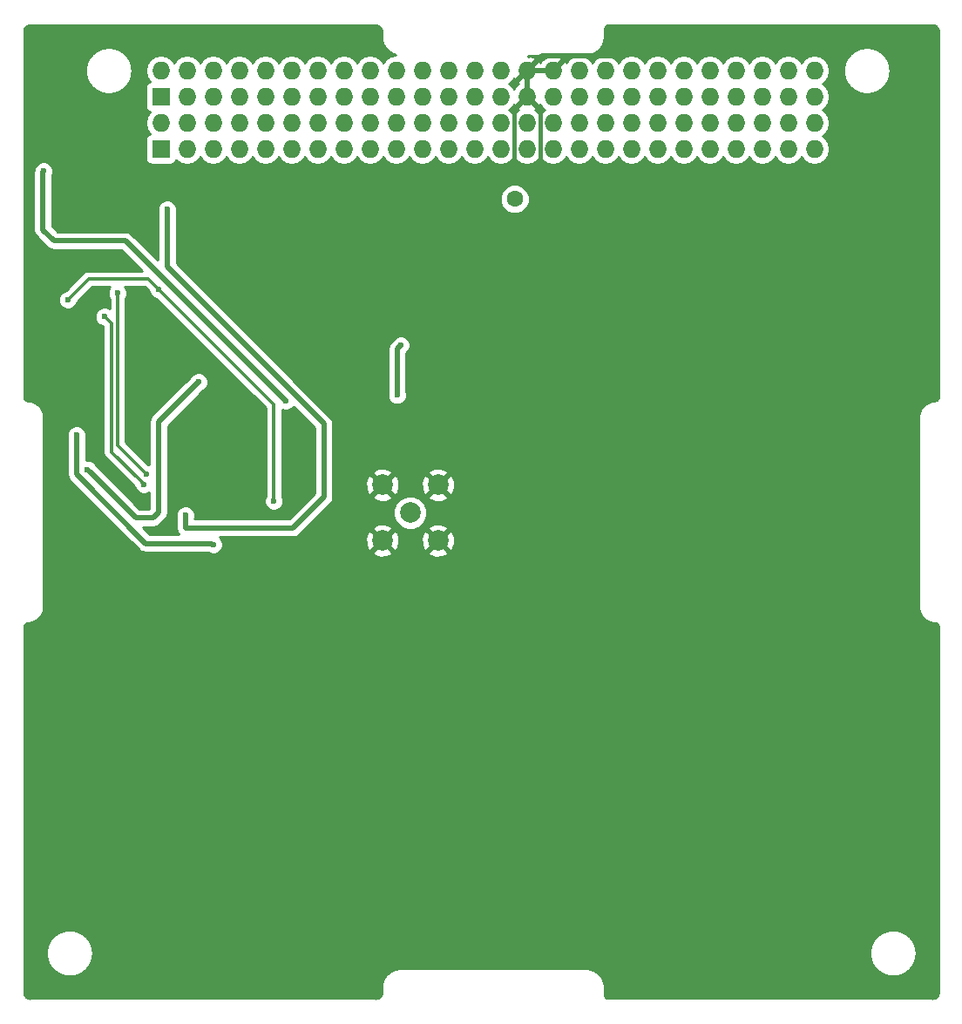
<source format=gbl>
G04 #@! TF.FileFunction,Copper,L2,Bot,Signal*
%FSLAX46Y46*%
G04 Gerber Fmt 4.6, Leading zero omitted, Abs format (unit mm)*
G04 Created by KiCad (PCBNEW 4.0.4-stable) date 10/14/16 15:22:56*
%MOMM*%
%LPD*%
G01*
G04 APERTURE LIST*
%ADD10C,0.100000*%
%ADD11R,1.727200X1.727200*%
%ADD12O,1.727200X1.727200*%
%ADD13C,1.998980*%
%ADD14C,0.900000*%
%ADD15C,0.600000*%
%ADD16C,1.600000*%
%ADD17C,0.400000*%
%ADD18C,0.550000*%
%ADD19C,0.300000*%
%ADD20C,0.254000*%
G04 APERTURE END LIST*
D10*
D11*
X78650000Y-64990000D03*
D12*
X78650000Y-62450000D03*
X81190000Y-64990000D03*
X81190000Y-62450000D03*
X83730000Y-64990000D03*
X83730000Y-62450000D03*
X86270000Y-64990000D03*
X86270000Y-62450000D03*
X88810000Y-64990000D03*
X88810000Y-62450000D03*
X91350000Y-64990000D03*
X91350000Y-62450000D03*
X93890000Y-64990000D03*
X93890000Y-62450000D03*
X96430000Y-64990000D03*
X96430000Y-62450000D03*
X98970000Y-64990000D03*
X98970000Y-62450000D03*
X101510000Y-64990000D03*
X101510000Y-62450000D03*
X104050000Y-64990000D03*
X104050000Y-62450000D03*
X106590000Y-64990000D03*
X106590000Y-62450000D03*
X109130000Y-64990000D03*
X109130000Y-62450000D03*
X111670000Y-64990000D03*
X111670000Y-62450000D03*
X114210000Y-64990000D03*
X114210000Y-62450000D03*
X116750000Y-64990000D03*
X116750000Y-62450000D03*
X119290000Y-64990000D03*
X119290000Y-62450000D03*
X121830000Y-64990000D03*
X121830000Y-62450000D03*
X124370000Y-64990000D03*
X124370000Y-62450000D03*
X126910000Y-64990000D03*
X126910000Y-62450000D03*
X129450000Y-64990000D03*
X129450000Y-62450000D03*
X131990000Y-64990000D03*
X131990000Y-62450000D03*
X134530000Y-64990000D03*
X134530000Y-62450000D03*
X137070000Y-64990000D03*
X137070000Y-62450000D03*
X139610000Y-64990000D03*
X139610000Y-62450000D03*
X142150000Y-64990000D03*
X142150000Y-62450000D03*
D13*
X102870000Y-100330000D03*
X100169980Y-103030020D03*
X105570020Y-103030020D03*
X105570020Y-97629980D03*
X100169980Y-97629980D03*
D11*
X78650000Y-59910000D03*
D12*
X78650000Y-57370000D03*
X81190000Y-59910000D03*
X81190000Y-57370000D03*
X83730000Y-59910000D03*
X83730000Y-57370000D03*
X86270000Y-59910000D03*
X86270000Y-57370000D03*
X88810000Y-59910000D03*
X88810000Y-57370000D03*
X91350000Y-59910000D03*
X91350000Y-57370000D03*
X93890000Y-59910000D03*
X93890000Y-57370000D03*
X96430000Y-59910000D03*
X96430000Y-57370000D03*
X98970000Y-59910000D03*
X98970000Y-57370000D03*
X101510000Y-59910000D03*
X101510000Y-57370000D03*
X104050000Y-59910000D03*
X104050000Y-57370000D03*
X106590000Y-59910000D03*
X106590000Y-57370000D03*
X109130000Y-59910000D03*
X109130000Y-57370000D03*
X111670000Y-59910000D03*
X111670000Y-57370000D03*
X114210000Y-59910000D03*
X114210000Y-57370000D03*
X116750000Y-59910000D03*
X116750000Y-57370000D03*
X119290000Y-59910000D03*
X119290000Y-57370000D03*
X121830000Y-59910000D03*
X121830000Y-57370000D03*
X124370000Y-59910000D03*
X124370000Y-57370000D03*
X126910000Y-59910000D03*
X126910000Y-57370000D03*
X129450000Y-59910000D03*
X129450000Y-57370000D03*
X131990000Y-59910000D03*
X131990000Y-57370000D03*
X134530000Y-59910000D03*
X134530000Y-57370000D03*
X137070000Y-59910000D03*
X137070000Y-57370000D03*
X139610000Y-59910000D03*
X139610000Y-57370000D03*
X142150000Y-59910000D03*
X142150000Y-57370000D03*
D14*
X84836000Y-100457000D03*
X96647000Y-91694000D03*
D15*
X75946000Y-68580000D03*
X74168000Y-102786264D03*
X72898000Y-101092000D03*
X102362000Y-82550000D03*
X69850000Y-76200000D03*
X112948534Y-67061289D03*
X115473601Y-67330199D03*
X84836000Y-93472000D03*
X82042000Y-95722000D03*
X101951270Y-84047042D03*
X101590000Y-88900000D03*
X71511411Y-96134355D03*
X82296000Y-87630000D03*
X73152000Y-81280000D03*
X76985637Y-97589971D03*
X74422038Y-78994000D03*
X77193967Y-96545670D03*
X79248000Y-70866000D03*
X81026000Y-100584000D03*
X83726716Y-103415530D03*
X70444573Y-92773813D03*
X89615293Y-99189205D03*
X78382304Y-78608095D03*
X69596000Y-79646000D03*
X67235542Y-67132788D03*
X90741500Y-89471500D03*
D16*
X113030000Y-69850000D03*
D17*
X112946399Y-61173601D02*
X112946399Y-67053855D01*
X112946399Y-67053855D02*
X112944922Y-67055332D01*
D18*
X112941061Y-66646840D02*
X112948534Y-66654313D01*
X112948534Y-66654313D02*
X112948534Y-67061289D01*
X114210000Y-57370000D02*
X116750000Y-57370000D01*
X114210000Y-57370000D02*
X114210000Y-59910000D01*
X115649200Y-55930800D02*
X121920000Y-55930800D01*
X121920000Y-55930800D02*
X123393200Y-55930800D01*
X116750000Y-57370000D02*
X118189200Y-55930800D01*
X118189200Y-55930800D02*
X121920000Y-55930800D01*
X114210000Y-57370000D02*
X115649200Y-55930800D01*
X114210000Y-59910000D02*
X115473601Y-61173601D01*
D17*
X115473601Y-61173601D02*
X115473601Y-67330199D01*
D18*
X114210000Y-59910000D02*
X112946399Y-61173601D01*
X114210000Y-57370000D02*
X112946399Y-58633601D01*
X101651271Y-84347041D02*
X101951270Y-84047042D01*
X101590000Y-84408312D02*
X101651271Y-84347041D01*
X101590000Y-88900000D02*
X101590000Y-84408312D01*
X82296000Y-87630000D02*
X78425647Y-91500353D01*
X78425647Y-91500353D02*
X78425647Y-100288572D01*
X77885773Y-100828446D02*
X76205502Y-100828446D01*
X78425647Y-100288572D02*
X77885773Y-100828446D01*
X71811410Y-96434354D02*
X71511411Y-96134355D01*
X76205502Y-100828446D02*
X71811410Y-96434354D01*
D19*
X73152000Y-81280000D02*
X73815784Y-81943784D01*
X76685638Y-97289972D02*
X76985637Y-97589971D01*
X73815784Y-94420118D02*
X76685638Y-97289972D01*
X73815784Y-81943784D02*
X73815784Y-94420118D01*
X74422038Y-93773741D02*
X74422038Y-79418264D01*
X77193967Y-96545670D02*
X74422038Y-93773741D01*
X74422038Y-79418264D02*
X74422038Y-78994000D01*
D18*
X81026000Y-100584000D02*
X81009619Y-100600381D01*
X81009619Y-100600381D02*
X81009619Y-101792405D01*
X81009619Y-101792405D02*
X91455565Y-101792405D01*
X91455565Y-101792405D02*
X94476746Y-98771224D01*
X94476746Y-98771224D02*
X94476746Y-91682746D01*
X94476746Y-91682746D02*
X79248000Y-76454000D01*
X79248000Y-76454000D02*
X79248000Y-70866000D01*
X83700045Y-103442201D02*
X83566690Y-103308846D01*
X83566690Y-103308846D02*
X77160798Y-103308846D01*
X77160798Y-103308846D02*
X70444573Y-96592621D01*
X70444573Y-96592621D02*
X70444573Y-93198077D01*
X70444573Y-93198077D02*
X70444573Y-92773813D01*
D19*
X89615293Y-98764941D02*
X89615293Y-99189205D01*
X89615293Y-89841084D02*
X89615293Y-98764941D01*
X78382304Y-78608095D02*
X89615293Y-89841084D01*
X69596000Y-79646000D02*
X71632783Y-77609217D01*
X71632783Y-77609217D02*
X77383426Y-77609217D01*
X77383426Y-77609217D02*
X78382304Y-78608095D01*
D18*
X90741500Y-89471500D02*
X75176488Y-73906488D01*
X75176488Y-73906488D02*
X68249961Y-73906488D01*
X68249961Y-73906488D02*
X67170095Y-72826622D01*
X67170095Y-72826622D02*
X67170095Y-67198235D01*
X67170095Y-67198235D02*
X67235542Y-67132788D01*
D20*
G36*
X65931100Y-52979900D02*
X65937635Y-52978600D01*
X99444292Y-52978600D01*
X99501100Y-52989900D01*
X99514739Y-52987187D01*
X99528478Y-52989353D01*
X99539803Y-52988900D01*
X99562389Y-52988900D01*
X99583413Y-52989743D01*
X99604267Y-52991505D01*
X99625718Y-52994192D01*
X99646850Y-52997750D01*
X99668152Y-53002246D01*
X99688462Y-53007407D01*
X99708824Y-53013541D01*
X99729969Y-53020843D01*
X99749774Y-53028595D01*
X99768792Y-53037001D01*
X99787982Y-53046468D01*
X99806983Y-53056836D01*
X99825261Y-53067811D01*
X99842965Y-53079486D01*
X99860768Y-53092322D01*
X99877774Y-53105650D01*
X99893842Y-53119386D01*
X99909426Y-53133863D01*
X99924387Y-53148994D01*
X99939036Y-53165082D01*
X99952693Y-53181377D01*
X99965785Y-53198431D01*
X99978121Y-53215907D01*
X99989262Y-53233237D01*
X100000493Y-53252445D01*
X100010696Y-53271549D01*
X100019817Y-53290592D01*
X100028347Y-53310425D01*
X100035849Y-53330107D01*
X100042586Y-53350318D01*
X100048692Y-53371514D01*
X100053802Y-53392341D01*
X100057849Y-53412576D01*
X100061165Y-53433803D01*
X100063705Y-53455907D01*
X100065263Y-53476874D01*
X100065896Y-53497959D01*
X100065534Y-53534137D01*
X100067109Y-53542493D01*
X100064900Y-53553600D01*
X100066100Y-53559633D01*
X100066100Y-53973600D01*
X100066994Y-53978094D01*
X100066734Y-53979336D01*
X100066234Y-54029237D01*
X100068816Y-54042935D01*
X100066509Y-54056682D01*
X100068009Y-54106582D01*
X100071452Y-54121531D01*
X100069583Y-54136754D01*
X100073283Y-54186553D01*
X100077025Y-54200047D01*
X100075879Y-54214005D01*
X100081579Y-54263605D01*
X100085889Y-54277023D01*
X100085305Y-54291106D01*
X100093005Y-54340407D01*
X100098087Y-54354273D01*
X100098102Y-54369040D01*
X100107902Y-54418039D01*
X100113668Y-54431919D01*
X100114333Y-54446931D01*
X100126233Y-54495431D01*
X100132106Y-54508006D01*
X100133273Y-54521835D01*
X100147072Y-54569735D01*
X100153658Y-54582483D01*
X100155452Y-54596716D01*
X100171252Y-54644116D01*
X100178556Y-54656928D01*
X100181019Y-54671471D01*
X100198819Y-54718171D01*
X100206595Y-54730561D01*
X100209642Y-54744864D01*
X100229341Y-54790663D01*
X100237486Y-54802503D01*
X100241057Y-54816421D01*
X100262657Y-54861421D01*
X100271076Y-54872637D01*
X100275106Y-54886070D01*
X100298506Y-54930171D01*
X100307952Y-54941752D01*
X100312858Y-54955870D01*
X100338158Y-54998970D01*
X100347530Y-55009503D01*
X100352693Y-55022619D01*
X100379693Y-55064619D01*
X100390156Y-55075460D01*
X100396277Y-55089228D01*
X100425077Y-55130028D01*
X100435180Y-55139626D01*
X100441345Y-55152121D01*
X100471745Y-55191721D01*
X100482947Y-55201540D01*
X100490106Y-55214608D01*
X100522206Y-55252908D01*
X100533342Y-55261856D01*
X100540714Y-55274091D01*
X100574314Y-55310991D01*
X100585819Y-55319482D01*
X100593695Y-55331416D01*
X100628796Y-55366916D01*
X100641031Y-55375192D01*
X100649686Y-55387166D01*
X100686286Y-55421166D01*
X100698506Y-55428696D01*
X100707387Y-55439972D01*
X100745287Y-55472372D01*
X100758208Y-55479616D01*
X100767859Y-55490851D01*
X100807159Y-55521651D01*
X100819593Y-55527942D01*
X100829090Y-55538141D01*
X100869590Y-55567341D01*
X100882774Y-55573361D01*
X100893083Y-55583546D01*
X100934783Y-55611046D01*
X100948390Y-55616586D01*
X100959269Y-55626462D01*
X101002068Y-55652161D01*
X101015575Y-55657006D01*
X101026590Y-55666206D01*
X101070390Y-55690106D01*
X101084078Y-55694388D01*
X101095454Y-55703119D01*
X101140254Y-55725219D01*
X101154392Y-55729009D01*
X101166368Y-55737425D01*
X101212067Y-55757625D01*
X101226705Y-55760896D01*
X101239335Y-55768981D01*
X101285835Y-55787181D01*
X101299721Y-55789661D01*
X101311900Y-55796778D01*
X101359100Y-55813078D01*
X101372855Y-55814963D01*
X101385112Y-55821484D01*
X101432912Y-55835884D01*
X101448053Y-55837346D01*
X101461782Y-55843897D01*
X101478856Y-55848236D01*
X100936511Y-55956115D01*
X100450330Y-56280971D01*
X100240000Y-56595752D01*
X100029670Y-56280971D01*
X99543489Y-55956115D01*
X98970000Y-55842041D01*
X98396511Y-55956115D01*
X97910330Y-56280971D01*
X97700000Y-56595752D01*
X97489670Y-56280971D01*
X97003489Y-55956115D01*
X96430000Y-55842041D01*
X95856511Y-55956115D01*
X95370330Y-56280971D01*
X95160000Y-56595752D01*
X94949670Y-56280971D01*
X94463489Y-55956115D01*
X93890000Y-55842041D01*
X93316511Y-55956115D01*
X92830330Y-56280971D01*
X92620000Y-56595752D01*
X92409670Y-56280971D01*
X91923489Y-55956115D01*
X91350000Y-55842041D01*
X90776511Y-55956115D01*
X90290330Y-56280971D01*
X90080000Y-56595752D01*
X89869670Y-56280971D01*
X89383489Y-55956115D01*
X88810000Y-55842041D01*
X88236511Y-55956115D01*
X87750330Y-56280971D01*
X87540000Y-56595752D01*
X87329670Y-56280971D01*
X86843489Y-55956115D01*
X86270000Y-55842041D01*
X85696511Y-55956115D01*
X85210330Y-56280971D01*
X85000000Y-56595752D01*
X84789670Y-56280971D01*
X84303489Y-55956115D01*
X83730000Y-55842041D01*
X83156511Y-55956115D01*
X82670330Y-56280971D01*
X82460000Y-56595752D01*
X82249670Y-56280971D01*
X81763489Y-55956115D01*
X81190000Y-55842041D01*
X80616511Y-55956115D01*
X80130330Y-56280971D01*
X79920000Y-56595752D01*
X79709670Y-56280971D01*
X79223489Y-55956115D01*
X78650000Y-55842041D01*
X78076511Y-55956115D01*
X77590330Y-56280971D01*
X77265474Y-56767152D01*
X77151400Y-57340641D01*
X77151400Y-57399359D01*
X77265474Y-57972848D01*
X77576574Y-58438442D01*
X77551083Y-58443238D01*
X77334959Y-58582310D01*
X77189969Y-58794510D01*
X77138960Y-59046400D01*
X77138960Y-60773600D01*
X77183238Y-61008917D01*
X77322310Y-61225041D01*
X77534510Y-61370031D01*
X77578345Y-61378908D01*
X77265474Y-61847152D01*
X77151400Y-62420641D01*
X77151400Y-62479359D01*
X77265474Y-63052848D01*
X77576574Y-63518442D01*
X77551083Y-63523238D01*
X77334959Y-63662310D01*
X77189969Y-63874510D01*
X77138960Y-64126400D01*
X77138960Y-65853600D01*
X77183238Y-66088917D01*
X77322310Y-66305041D01*
X77534510Y-66450031D01*
X77786400Y-66501040D01*
X79513600Y-66501040D01*
X79748917Y-66456762D01*
X79965041Y-66317690D01*
X80110031Y-66105490D01*
X80118864Y-66061869D01*
X80130330Y-66079029D01*
X80616511Y-66403885D01*
X81190000Y-66517959D01*
X81763489Y-66403885D01*
X82249670Y-66079029D01*
X82460000Y-65764248D01*
X82670330Y-66079029D01*
X83156511Y-66403885D01*
X83730000Y-66517959D01*
X84303489Y-66403885D01*
X84789670Y-66079029D01*
X85000000Y-65764248D01*
X85210330Y-66079029D01*
X85696511Y-66403885D01*
X86270000Y-66517959D01*
X86843489Y-66403885D01*
X87329670Y-66079029D01*
X87540000Y-65764248D01*
X87750330Y-66079029D01*
X88236511Y-66403885D01*
X88810000Y-66517959D01*
X89383489Y-66403885D01*
X89869670Y-66079029D01*
X90080000Y-65764248D01*
X90290330Y-66079029D01*
X90776511Y-66403885D01*
X91350000Y-66517959D01*
X91923489Y-66403885D01*
X92409670Y-66079029D01*
X92620000Y-65764248D01*
X92830330Y-66079029D01*
X93316511Y-66403885D01*
X93890000Y-66517959D01*
X94463489Y-66403885D01*
X94949670Y-66079029D01*
X95160000Y-65764248D01*
X95370330Y-66079029D01*
X95856511Y-66403885D01*
X96430000Y-66517959D01*
X97003489Y-66403885D01*
X97489670Y-66079029D01*
X97700000Y-65764248D01*
X97910330Y-66079029D01*
X98396511Y-66403885D01*
X98970000Y-66517959D01*
X99543489Y-66403885D01*
X100029670Y-66079029D01*
X100240000Y-65764248D01*
X100450330Y-66079029D01*
X100936511Y-66403885D01*
X101510000Y-66517959D01*
X102083489Y-66403885D01*
X102569670Y-66079029D01*
X102780000Y-65764248D01*
X102990330Y-66079029D01*
X103476511Y-66403885D01*
X104050000Y-66517959D01*
X104623489Y-66403885D01*
X105109670Y-66079029D01*
X105320000Y-65764248D01*
X105530330Y-66079029D01*
X106016511Y-66403885D01*
X106590000Y-66517959D01*
X107163489Y-66403885D01*
X107649670Y-66079029D01*
X107860000Y-65764248D01*
X108070330Y-66079029D01*
X108556511Y-66403885D01*
X109130000Y-66517959D01*
X109703489Y-66403885D01*
X110189670Y-66079029D01*
X110400000Y-65764248D01*
X110610330Y-66079029D01*
X111096511Y-66403885D01*
X111670000Y-66517959D01*
X112243489Y-66403885D01*
X112729670Y-66079029D01*
X112940000Y-65764248D01*
X113150330Y-66079029D01*
X113636511Y-66403885D01*
X114210000Y-66517959D01*
X114783489Y-66403885D01*
X115269670Y-66079029D01*
X115480000Y-65764248D01*
X115690330Y-66079029D01*
X116176511Y-66403885D01*
X116750000Y-66517959D01*
X117323489Y-66403885D01*
X117809670Y-66079029D01*
X118020000Y-65764248D01*
X118230330Y-66079029D01*
X118716511Y-66403885D01*
X119290000Y-66517959D01*
X119863489Y-66403885D01*
X120349670Y-66079029D01*
X120560000Y-65764248D01*
X120770330Y-66079029D01*
X121256511Y-66403885D01*
X121830000Y-66517959D01*
X122403489Y-66403885D01*
X122889670Y-66079029D01*
X123100000Y-65764248D01*
X123310330Y-66079029D01*
X123796511Y-66403885D01*
X124370000Y-66517959D01*
X124943489Y-66403885D01*
X125429670Y-66079029D01*
X125640000Y-65764248D01*
X125850330Y-66079029D01*
X126336511Y-66403885D01*
X126910000Y-66517959D01*
X127483489Y-66403885D01*
X127969670Y-66079029D01*
X128180000Y-65764248D01*
X128390330Y-66079029D01*
X128876511Y-66403885D01*
X129450000Y-66517959D01*
X130023489Y-66403885D01*
X130509670Y-66079029D01*
X130720000Y-65764248D01*
X130930330Y-66079029D01*
X131416511Y-66403885D01*
X131990000Y-66517959D01*
X132563489Y-66403885D01*
X133049670Y-66079029D01*
X133260000Y-65764248D01*
X133470330Y-66079029D01*
X133956511Y-66403885D01*
X134530000Y-66517959D01*
X135103489Y-66403885D01*
X135589670Y-66079029D01*
X135800000Y-65764248D01*
X136010330Y-66079029D01*
X136496511Y-66403885D01*
X137070000Y-66517959D01*
X137643489Y-66403885D01*
X138129670Y-66079029D01*
X138340000Y-65764248D01*
X138550330Y-66079029D01*
X139036511Y-66403885D01*
X139610000Y-66517959D01*
X140183489Y-66403885D01*
X140669670Y-66079029D01*
X140880000Y-65764248D01*
X141090330Y-66079029D01*
X141576511Y-66403885D01*
X142150000Y-66517959D01*
X142723489Y-66403885D01*
X143209670Y-66079029D01*
X143534526Y-65592848D01*
X143648600Y-65019359D01*
X143648600Y-64960641D01*
X143534526Y-64387152D01*
X143209670Y-63900971D01*
X142938828Y-63720000D01*
X143209670Y-63539029D01*
X143534526Y-63052848D01*
X143648600Y-62479359D01*
X143648600Y-62420641D01*
X143534526Y-61847152D01*
X143209670Y-61360971D01*
X142938828Y-61180000D01*
X143209670Y-60999029D01*
X143534526Y-60512848D01*
X143648600Y-59939359D01*
X143648600Y-59880641D01*
X143534526Y-59307152D01*
X143209670Y-58820971D01*
X142938828Y-58640000D01*
X143209670Y-58459029D01*
X143534526Y-57972848D01*
X143648600Y-57399359D01*
X143648600Y-57362619D01*
X144956188Y-57362619D01*
X144958190Y-57373600D01*
X144956188Y-57384581D01*
X144956988Y-57434480D01*
X144959192Y-57444700D01*
X144957626Y-57455040D01*
X144959926Y-57504940D01*
X144962774Y-57516459D01*
X144961399Y-57528243D01*
X144965399Y-57578043D01*
X144968069Y-57587451D01*
X144967208Y-57597191D01*
X144972608Y-57646891D01*
X144976211Y-57658352D01*
X144975567Y-57670350D01*
X144982667Y-57719750D01*
X144986177Y-57729701D01*
X144985931Y-57740247D01*
X144994531Y-57789447D01*
X144998382Y-57799393D01*
X144998460Y-57810058D01*
X145008560Y-57858958D01*
X145012711Y-57868776D01*
X145013116Y-57879431D01*
X145024716Y-57928031D01*
X145029513Y-57938472D01*
X145030327Y-57949931D01*
X145043527Y-57998131D01*
X145048452Y-58007981D01*
X145049580Y-58018938D01*
X145064281Y-58066638D01*
X145069415Y-58076143D01*
X145070855Y-58086852D01*
X145087055Y-58134152D01*
X145092706Y-58143878D01*
X145094564Y-58154973D01*
X145112264Y-58201673D01*
X145117752Y-58210453D01*
X145119765Y-58220609D01*
X145138865Y-58266809D01*
X145144911Y-58275870D01*
X145147362Y-58286485D01*
X145167862Y-58331985D01*
X145174567Y-58341384D01*
X145177537Y-58352542D01*
X145199537Y-58397341D01*
X145205970Y-58405754D01*
X145209005Y-58415903D01*
X145232405Y-58460103D01*
X145239111Y-58468340D01*
X145242463Y-58478421D01*
X145267163Y-58521820D01*
X145274520Y-58530315D01*
X145278409Y-58540859D01*
X145304509Y-58583459D01*
X145311988Y-58591551D01*
X145316124Y-58601759D01*
X145343524Y-58643459D01*
X145351382Y-58651440D01*
X145355922Y-58661683D01*
X145384722Y-58702582D01*
X145392586Y-58710070D01*
X145397294Y-58719858D01*
X145427294Y-58759758D01*
X145435090Y-58766731D01*
X145439905Y-58776016D01*
X145471105Y-58815016D01*
X145479436Y-58822029D01*
X145484749Y-58831535D01*
X145517149Y-58869535D01*
X145526056Y-58876569D01*
X145531914Y-58886291D01*
X145565514Y-58923191D01*
X145574259Y-58929645D01*
X145580155Y-58938774D01*
X145614955Y-58974674D01*
X145623868Y-58980832D01*
X145630026Y-58989745D01*
X145665925Y-59024544D01*
X145675054Y-59030441D01*
X145681509Y-59039186D01*
X145718410Y-59072786D01*
X145728130Y-59078643D01*
X145735165Y-59087551D01*
X145773165Y-59119951D01*
X145782198Y-59125000D01*
X145788849Y-59132926D01*
X145827849Y-59164226D01*
X145838101Y-59169562D01*
X145845820Y-59178165D01*
X145885720Y-59208065D01*
X145895012Y-59212516D01*
X145902117Y-59219978D01*
X145943017Y-59248778D01*
X145953260Y-59253318D01*
X145961241Y-59261176D01*
X146002940Y-59288576D01*
X146013150Y-59292713D01*
X146021241Y-59300191D01*
X146063842Y-59326291D01*
X146074383Y-59330179D01*
X146082879Y-59337537D01*
X146126279Y-59362236D01*
X146136358Y-59365588D01*
X146144597Y-59372295D01*
X146188797Y-59395695D01*
X146198944Y-59398729D01*
X146207358Y-59405163D01*
X146252158Y-59427163D01*
X146263316Y-59430133D01*
X146272715Y-59436838D01*
X146318215Y-59457338D01*
X146328830Y-59459789D01*
X146337891Y-59465835D01*
X146384090Y-59484935D01*
X146394247Y-59486948D01*
X146403027Y-59492436D01*
X146449727Y-59510136D01*
X146460822Y-59511994D01*
X146470548Y-59517645D01*
X146517848Y-59533845D01*
X146528555Y-59535284D01*
X146538062Y-59540420D01*
X146585762Y-59555120D01*
X146597386Y-59556317D01*
X146607845Y-59561521D01*
X146656044Y-59574621D01*
X146666164Y-59575321D01*
X146675373Y-59579573D01*
X146723973Y-59591273D01*
X146735301Y-59591725D01*
X146745742Y-59596140D01*
X146794642Y-59606240D01*
X146805307Y-59606318D01*
X146815253Y-59610169D01*
X146864453Y-59618769D01*
X146874999Y-59618523D01*
X146884950Y-59622033D01*
X146934350Y-59629133D01*
X146946348Y-59628489D01*
X146957809Y-59632092D01*
X147007508Y-59637492D01*
X147017249Y-59636631D01*
X147026657Y-59639301D01*
X147076456Y-59643301D01*
X147088240Y-59641925D01*
X147099760Y-59644774D01*
X147149660Y-59647074D01*
X147159999Y-59645508D01*
X147170219Y-59647712D01*
X147220119Y-59648512D01*
X147231100Y-59646510D01*
X147242081Y-59648512D01*
X147291980Y-59647712D01*
X147302200Y-59645508D01*
X147312540Y-59647074D01*
X147362440Y-59644774D01*
X147373959Y-59641926D01*
X147385743Y-59643301D01*
X147435543Y-59639301D01*
X147444951Y-59636631D01*
X147454691Y-59637492D01*
X147504391Y-59632092D01*
X147515852Y-59628489D01*
X147527850Y-59629133D01*
X147577250Y-59622033D01*
X147587201Y-59618523D01*
X147597747Y-59618769D01*
X147646947Y-59610169D01*
X147656762Y-59606369D01*
X147667287Y-59606296D01*
X147716287Y-59596196D01*
X147727009Y-59591668D01*
X147738639Y-59591198D01*
X147787139Y-59579498D01*
X147796199Y-59575309D01*
X147806155Y-59574621D01*
X147854355Y-59561521D01*
X147864814Y-59556317D01*
X147876438Y-59555120D01*
X147924138Y-59540419D01*
X147933643Y-59535285D01*
X147944352Y-59533845D01*
X147991652Y-59517645D01*
X148001378Y-59511994D01*
X148012473Y-59510136D01*
X148059173Y-59492436D01*
X148067953Y-59486948D01*
X148078109Y-59484935D01*
X148124309Y-59465835D01*
X148133370Y-59459789D01*
X148143985Y-59457338D01*
X148189485Y-59436838D01*
X148198884Y-59430133D01*
X148210042Y-59427163D01*
X148254841Y-59405163D01*
X148263254Y-59398730D01*
X148273403Y-59395695D01*
X148317603Y-59372295D01*
X148325840Y-59365589D01*
X148335921Y-59362237D01*
X148379320Y-59337537D01*
X148387815Y-59330180D01*
X148398359Y-59326291D01*
X148440959Y-59300191D01*
X148449051Y-59292712D01*
X148459259Y-59288576D01*
X148500959Y-59261176D01*
X148508940Y-59253318D01*
X148519183Y-59248778D01*
X148560082Y-59219978D01*
X148567187Y-59212517D01*
X148576480Y-59208065D01*
X148616380Y-59178165D01*
X148624099Y-59169562D01*
X148634351Y-59164226D01*
X148673351Y-59132926D01*
X148680002Y-59125000D01*
X148689035Y-59119951D01*
X148727035Y-59087551D01*
X148734069Y-59078644D01*
X148743791Y-59072786D01*
X148780691Y-59039186D01*
X148787145Y-59030441D01*
X148796274Y-59024545D01*
X148832174Y-58989745D01*
X148838332Y-58980832D01*
X148847245Y-58974674D01*
X148882044Y-58938775D01*
X148887941Y-58929646D01*
X148896686Y-58923191D01*
X148930286Y-58886290D01*
X148936143Y-58876570D01*
X148945051Y-58869535D01*
X148977451Y-58831535D01*
X148982764Y-58822029D01*
X148991095Y-58815016D01*
X149022295Y-58776016D01*
X149027110Y-58766732D01*
X149034906Y-58759758D01*
X149064906Y-58719858D01*
X149069613Y-58710072D01*
X149077478Y-58702583D01*
X149106278Y-58661683D01*
X149110818Y-58651440D01*
X149118676Y-58643459D01*
X149146076Y-58601760D01*
X149150213Y-58591550D01*
X149157691Y-58583459D01*
X149183791Y-58540858D01*
X149187679Y-58530317D01*
X149195037Y-58521821D01*
X149219736Y-58478421D01*
X149223088Y-58468342D01*
X149229795Y-58460103D01*
X149253195Y-58415903D01*
X149256229Y-58405756D01*
X149262663Y-58397342D01*
X149284663Y-58352542D01*
X149287633Y-58341384D01*
X149294338Y-58331985D01*
X149314838Y-58286485D01*
X149317289Y-58275870D01*
X149323335Y-58266809D01*
X149342435Y-58220610D01*
X149344448Y-58210453D01*
X149349936Y-58201673D01*
X149367636Y-58154973D01*
X149369494Y-58143878D01*
X149375145Y-58134152D01*
X149391345Y-58086852D01*
X149392784Y-58076145D01*
X149397920Y-58066638D01*
X149412620Y-58018938D01*
X149413817Y-58007314D01*
X149419021Y-57996855D01*
X149432121Y-57948656D01*
X149432821Y-57938536D01*
X149437073Y-57929327D01*
X149448773Y-57880727D01*
X149449225Y-57869399D01*
X149453640Y-57858958D01*
X149463740Y-57810058D01*
X149463818Y-57799393D01*
X149467669Y-57789447D01*
X149476269Y-57740247D01*
X149476023Y-57729701D01*
X149479533Y-57719750D01*
X149486633Y-57670350D01*
X149485989Y-57658352D01*
X149489592Y-57646891D01*
X149494992Y-57597192D01*
X149494131Y-57587451D01*
X149496801Y-57578043D01*
X149500801Y-57528244D01*
X149499425Y-57516460D01*
X149502274Y-57504940D01*
X149504574Y-57455040D01*
X149503008Y-57444701D01*
X149505212Y-57434481D01*
X149506012Y-57384581D01*
X149504010Y-57373600D01*
X149506012Y-57362619D01*
X149505212Y-57312719D01*
X149503008Y-57302499D01*
X149504574Y-57292160D01*
X149502274Y-57242260D01*
X149499425Y-57230740D01*
X149500801Y-57218956D01*
X149496801Y-57169157D01*
X149494131Y-57159749D01*
X149494992Y-57150008D01*
X149489592Y-57100309D01*
X149485989Y-57088848D01*
X149486633Y-57076850D01*
X149479533Y-57027450D01*
X149476023Y-57017499D01*
X149476269Y-57006953D01*
X149467669Y-56957753D01*
X149463818Y-56947807D01*
X149463740Y-56937142D01*
X149453640Y-56888242D01*
X149449225Y-56877801D01*
X149448773Y-56866473D01*
X149437073Y-56817873D01*
X149432821Y-56808664D01*
X149432121Y-56798544D01*
X149419021Y-56750345D01*
X149413817Y-56739886D01*
X149412620Y-56728262D01*
X149397920Y-56680562D01*
X149392784Y-56671055D01*
X149391345Y-56660348D01*
X149375145Y-56613048D01*
X149369494Y-56603322D01*
X149367636Y-56592227D01*
X149349936Y-56545527D01*
X149344448Y-56536747D01*
X149342435Y-56526590D01*
X149323335Y-56480391D01*
X149317289Y-56471330D01*
X149314838Y-56460715D01*
X149294338Y-56415215D01*
X149287633Y-56405816D01*
X149284663Y-56394658D01*
X149262663Y-56349858D01*
X149256229Y-56341444D01*
X149253195Y-56331297D01*
X149229795Y-56287097D01*
X149223088Y-56278858D01*
X149219736Y-56268779D01*
X149195037Y-56225379D01*
X149187679Y-56216883D01*
X149183791Y-56206342D01*
X149157691Y-56163741D01*
X149150213Y-56155650D01*
X149146076Y-56145440D01*
X149118676Y-56103741D01*
X149110818Y-56095760D01*
X149106278Y-56085517D01*
X149077478Y-56044617D01*
X149069613Y-56037128D01*
X149064906Y-56027342D01*
X149034906Y-55987442D01*
X149027110Y-55980468D01*
X149022295Y-55971184D01*
X148991095Y-55932184D01*
X148982764Y-55925171D01*
X148977451Y-55915665D01*
X148945051Y-55877665D01*
X148936143Y-55870630D01*
X148930286Y-55860910D01*
X148896686Y-55824009D01*
X148887941Y-55817554D01*
X148882044Y-55808425D01*
X148847245Y-55772526D01*
X148838332Y-55766368D01*
X148832174Y-55757455D01*
X148796274Y-55722655D01*
X148787145Y-55716759D01*
X148780691Y-55708014D01*
X148743791Y-55674414D01*
X148734069Y-55668556D01*
X148727035Y-55659649D01*
X148689035Y-55627249D01*
X148679529Y-55621936D01*
X148672516Y-55613605D01*
X148633516Y-55582405D01*
X148624231Y-55577590D01*
X148617258Y-55569794D01*
X148577358Y-55539794D01*
X148567570Y-55535086D01*
X148560082Y-55527222D01*
X148519183Y-55498422D01*
X148508940Y-55493882D01*
X148500959Y-55486024D01*
X148459259Y-55458624D01*
X148449051Y-55454488D01*
X148440959Y-55447009D01*
X148398359Y-55420909D01*
X148387815Y-55417020D01*
X148379320Y-55409663D01*
X148335921Y-55384963D01*
X148325840Y-55381611D01*
X148317603Y-55374905D01*
X148273403Y-55351505D01*
X148263254Y-55348470D01*
X148254841Y-55342037D01*
X148210042Y-55320037D01*
X148198884Y-55317067D01*
X148189485Y-55310362D01*
X148143985Y-55289862D01*
X148133370Y-55287411D01*
X148124309Y-55281365D01*
X148078109Y-55262265D01*
X148067953Y-55260252D01*
X148059173Y-55254764D01*
X148012473Y-55237064D01*
X148001378Y-55235206D01*
X147991652Y-55229555D01*
X147944352Y-55213355D01*
X147933643Y-55211915D01*
X147924138Y-55206781D01*
X147876438Y-55192080D01*
X147864814Y-55190883D01*
X147854355Y-55185679D01*
X147806155Y-55172579D01*
X147796199Y-55171891D01*
X147787139Y-55167702D01*
X147738639Y-55156002D01*
X147727009Y-55155532D01*
X147716287Y-55151004D01*
X147667287Y-55140904D01*
X147656762Y-55140831D01*
X147646947Y-55137031D01*
X147597747Y-55128431D01*
X147587201Y-55128677D01*
X147577250Y-55125167D01*
X147527850Y-55118067D01*
X147515852Y-55118711D01*
X147504391Y-55115108D01*
X147454691Y-55109708D01*
X147444951Y-55110569D01*
X147435543Y-55107899D01*
X147385743Y-55103899D01*
X147373959Y-55105274D01*
X147362440Y-55102426D01*
X147312540Y-55100126D01*
X147302200Y-55101692D01*
X147291980Y-55099488D01*
X147242081Y-55098688D01*
X147231100Y-55100690D01*
X147220119Y-55098688D01*
X147170219Y-55099488D01*
X147159999Y-55101692D01*
X147149660Y-55100126D01*
X147099760Y-55102426D01*
X147088240Y-55105275D01*
X147076456Y-55103899D01*
X147026657Y-55107899D01*
X147017249Y-55110569D01*
X147007508Y-55109708D01*
X146957809Y-55115108D01*
X146946348Y-55118711D01*
X146934350Y-55118067D01*
X146884950Y-55125167D01*
X146874999Y-55128677D01*
X146864453Y-55128431D01*
X146815253Y-55137031D01*
X146805307Y-55140882D01*
X146794642Y-55140960D01*
X146745742Y-55151060D01*
X146735301Y-55155475D01*
X146723973Y-55155927D01*
X146675373Y-55167627D01*
X146666164Y-55171879D01*
X146656044Y-55172579D01*
X146607845Y-55185679D01*
X146597386Y-55190883D01*
X146585762Y-55192080D01*
X146538062Y-55206780D01*
X146528555Y-55211916D01*
X146517848Y-55213355D01*
X146470548Y-55229555D01*
X146460822Y-55235206D01*
X146449727Y-55237064D01*
X146403027Y-55254764D01*
X146394247Y-55260252D01*
X146384090Y-55262265D01*
X146337891Y-55281365D01*
X146328830Y-55287411D01*
X146318215Y-55289862D01*
X146272715Y-55310362D01*
X146263316Y-55317067D01*
X146252158Y-55320037D01*
X146207358Y-55342037D01*
X146198944Y-55348471D01*
X146188797Y-55351505D01*
X146144597Y-55374905D01*
X146136358Y-55381612D01*
X146126279Y-55384964D01*
X146082879Y-55409663D01*
X146074383Y-55417021D01*
X146063842Y-55420909D01*
X146021241Y-55447009D01*
X146013150Y-55454487D01*
X146002940Y-55458624D01*
X145961241Y-55486024D01*
X145953260Y-55493882D01*
X145943017Y-55498422D01*
X145902117Y-55527222D01*
X145894628Y-55535087D01*
X145884842Y-55539794D01*
X145844942Y-55569794D01*
X145837968Y-55577590D01*
X145828684Y-55582405D01*
X145789684Y-55613605D01*
X145782671Y-55621936D01*
X145773165Y-55627249D01*
X145735165Y-55659649D01*
X145728130Y-55668557D01*
X145718410Y-55674414D01*
X145681509Y-55708014D01*
X145675054Y-55716759D01*
X145665925Y-55722656D01*
X145630026Y-55757455D01*
X145623868Y-55766368D01*
X145614955Y-55772526D01*
X145580155Y-55808426D01*
X145574259Y-55817555D01*
X145565514Y-55824009D01*
X145531914Y-55860909D01*
X145526056Y-55870631D01*
X145517149Y-55877665D01*
X145484749Y-55915665D01*
X145479436Y-55925171D01*
X145471105Y-55932184D01*
X145439905Y-55971184D01*
X145435090Y-55980469D01*
X145427294Y-55987442D01*
X145397294Y-56027342D01*
X145392586Y-56037130D01*
X145384722Y-56044618D01*
X145355922Y-56085517D01*
X145351382Y-56095760D01*
X145343524Y-56103741D01*
X145316124Y-56145441D01*
X145311988Y-56155649D01*
X145304509Y-56163741D01*
X145278409Y-56206341D01*
X145274520Y-56216885D01*
X145267163Y-56225380D01*
X145242463Y-56268779D01*
X145239111Y-56278860D01*
X145232405Y-56287097D01*
X145209005Y-56331297D01*
X145205970Y-56341446D01*
X145199537Y-56349859D01*
X145177537Y-56394658D01*
X145174567Y-56405816D01*
X145167862Y-56415215D01*
X145147362Y-56460715D01*
X145144911Y-56471330D01*
X145138865Y-56480391D01*
X145119765Y-56526591D01*
X145117752Y-56536747D01*
X145112264Y-56545527D01*
X145094564Y-56592227D01*
X145092706Y-56603322D01*
X145087055Y-56613048D01*
X145070855Y-56660348D01*
X145069415Y-56671057D01*
X145064281Y-56680562D01*
X145049580Y-56728262D01*
X145048452Y-56739219D01*
X145043527Y-56749069D01*
X145030327Y-56797269D01*
X145029513Y-56808728D01*
X145024716Y-56819169D01*
X145013116Y-56867769D01*
X145012711Y-56878424D01*
X145008560Y-56888242D01*
X144998460Y-56937142D01*
X144998382Y-56947807D01*
X144994531Y-56957753D01*
X144985931Y-57006953D01*
X144986177Y-57017499D01*
X144982667Y-57027450D01*
X144975567Y-57076850D01*
X144976211Y-57088848D01*
X144972608Y-57100309D01*
X144967208Y-57150009D01*
X144968069Y-57159749D01*
X144965399Y-57169157D01*
X144961399Y-57218957D01*
X144962774Y-57230741D01*
X144959926Y-57242260D01*
X144957626Y-57292160D01*
X144959192Y-57302500D01*
X144956988Y-57312720D01*
X144956188Y-57362619D01*
X143648600Y-57362619D01*
X143648600Y-57340641D01*
X143534526Y-56767152D01*
X143209670Y-56280971D01*
X142723489Y-55956115D01*
X142150000Y-55842041D01*
X141576511Y-55956115D01*
X141090330Y-56280971D01*
X140880000Y-56595752D01*
X140669670Y-56280971D01*
X140183489Y-55956115D01*
X139610000Y-55842041D01*
X139036511Y-55956115D01*
X138550330Y-56280971D01*
X138340000Y-56595752D01*
X138129670Y-56280971D01*
X137643489Y-55956115D01*
X137070000Y-55842041D01*
X136496511Y-55956115D01*
X136010330Y-56280971D01*
X135800000Y-56595752D01*
X135589670Y-56280971D01*
X135103489Y-55956115D01*
X134530000Y-55842041D01*
X133956511Y-55956115D01*
X133470330Y-56280971D01*
X133260000Y-56595752D01*
X133049670Y-56280971D01*
X132563489Y-55956115D01*
X131990000Y-55842041D01*
X131416511Y-55956115D01*
X130930330Y-56280971D01*
X130720000Y-56595752D01*
X130509670Y-56280971D01*
X130023489Y-55956115D01*
X129450000Y-55842041D01*
X128876511Y-55956115D01*
X128390330Y-56280971D01*
X128180000Y-56595752D01*
X127969670Y-56280971D01*
X127483489Y-55956115D01*
X126910000Y-55842041D01*
X126336511Y-55956115D01*
X125850330Y-56280971D01*
X125640000Y-56595752D01*
X125429670Y-56280971D01*
X124943489Y-55956115D01*
X124370000Y-55842041D01*
X123796511Y-55956115D01*
X123310330Y-56280971D01*
X123100000Y-56595752D01*
X122889670Y-56280971D01*
X122403489Y-55956115D01*
X121830000Y-55842041D01*
X121256511Y-55956115D01*
X120770330Y-56280971D01*
X120560000Y-56595752D01*
X120349670Y-56280971D01*
X119863489Y-55956115D01*
X119624615Y-55908600D01*
X119821100Y-55908600D01*
X119825595Y-55907706D01*
X119826837Y-55907966D01*
X119876737Y-55908466D01*
X119890435Y-55905884D01*
X119904182Y-55908191D01*
X119954082Y-55906691D01*
X119969031Y-55903248D01*
X119984254Y-55905117D01*
X120034053Y-55901417D01*
X120047547Y-55897675D01*
X120061505Y-55898821D01*
X120111105Y-55893121D01*
X120124523Y-55888811D01*
X120138606Y-55889395D01*
X120187907Y-55881695D01*
X120201773Y-55876613D01*
X120216540Y-55876598D01*
X120265539Y-55866798D01*
X120279419Y-55861032D01*
X120294431Y-55860367D01*
X120342931Y-55848467D01*
X120355506Y-55842594D01*
X120369335Y-55841427D01*
X120417235Y-55827628D01*
X120429983Y-55821042D01*
X120444216Y-55819248D01*
X120491616Y-55803448D01*
X120504428Y-55796144D01*
X120518971Y-55793681D01*
X120565671Y-55775881D01*
X120578061Y-55768105D01*
X120592364Y-55765058D01*
X120638163Y-55745359D01*
X120650003Y-55737214D01*
X120663921Y-55733643D01*
X120708921Y-55712043D01*
X120720137Y-55703624D01*
X120733570Y-55699594D01*
X120777671Y-55676194D01*
X120789252Y-55666748D01*
X120803370Y-55661842D01*
X120846470Y-55636542D01*
X120857003Y-55627170D01*
X120870119Y-55622007D01*
X120912119Y-55595007D01*
X120922960Y-55584544D01*
X120936728Y-55578423D01*
X120977528Y-55549623D01*
X120987126Y-55539520D01*
X120999621Y-55533355D01*
X121039221Y-55502955D01*
X121049040Y-55491753D01*
X121062108Y-55484594D01*
X121100408Y-55452494D01*
X121109356Y-55441358D01*
X121121591Y-55433986D01*
X121158491Y-55400386D01*
X121166982Y-55388881D01*
X121178916Y-55381005D01*
X121214416Y-55345904D01*
X121222692Y-55333669D01*
X121234666Y-55325014D01*
X121268666Y-55288414D01*
X121276196Y-55276194D01*
X121287472Y-55267313D01*
X121319872Y-55229413D01*
X121327116Y-55216492D01*
X121338351Y-55206841D01*
X121369151Y-55167541D01*
X121375442Y-55155107D01*
X121385641Y-55145610D01*
X121414841Y-55105110D01*
X121420861Y-55091926D01*
X121431046Y-55081617D01*
X121458546Y-55039917D01*
X121464086Y-55026310D01*
X121473962Y-55015431D01*
X121499661Y-54972632D01*
X121504506Y-54959125D01*
X121513706Y-54948110D01*
X121537606Y-54904310D01*
X121541888Y-54890622D01*
X121550619Y-54879246D01*
X121572719Y-54834446D01*
X121576509Y-54820308D01*
X121584925Y-54808332D01*
X121605125Y-54762633D01*
X121608396Y-54747995D01*
X121616481Y-54735365D01*
X121634681Y-54688865D01*
X121637161Y-54674979D01*
X121644278Y-54662800D01*
X121660578Y-54615600D01*
X121662463Y-54601845D01*
X121668984Y-54589588D01*
X121683384Y-54541788D01*
X121684846Y-54526647D01*
X121691397Y-54512918D01*
X121703697Y-54464518D01*
X121704443Y-54450328D01*
X121710034Y-54437263D01*
X121720334Y-54388463D01*
X121720501Y-54374126D01*
X121725594Y-54360724D01*
X121733894Y-54311424D01*
X121733460Y-54296756D01*
X121738089Y-54282833D01*
X121744289Y-54233333D01*
X121743280Y-54219294D01*
X121747177Y-54205767D01*
X121751377Y-54155967D01*
X121749664Y-54140761D01*
X121753248Y-54125888D01*
X121755248Y-54076088D01*
X121753076Y-54062296D01*
X121755800Y-54048600D01*
X121755800Y-53998600D01*
X121753464Y-53986854D01*
X121756100Y-53973600D01*
X121756100Y-53460135D01*
X121757400Y-53453600D01*
X121754687Y-53439961D01*
X121756853Y-53426222D01*
X121756400Y-53414897D01*
X121756400Y-53392311D01*
X121757243Y-53371287D01*
X121759005Y-53350433D01*
X121761692Y-53328982D01*
X121765250Y-53307850D01*
X121769746Y-53286548D01*
X121774907Y-53266238D01*
X121781041Y-53245876D01*
X121788343Y-53224731D01*
X121796095Y-53204926D01*
X121804501Y-53185908D01*
X121813968Y-53166718D01*
X121824336Y-53147717D01*
X121835311Y-53129439D01*
X121846986Y-53111735D01*
X121859822Y-53093932D01*
X121873150Y-53076926D01*
X121886886Y-53060858D01*
X121901363Y-53045274D01*
X121916494Y-53030313D01*
X121932582Y-53015664D01*
X121948877Y-53002007D01*
X121965931Y-52988915D01*
X121980544Y-52978600D01*
X153595067Y-52978600D01*
X153601100Y-52979800D01*
X153612207Y-52977591D01*
X153620563Y-52979166D01*
X153656741Y-52978804D01*
X153677824Y-52979437D01*
X153698794Y-52980995D01*
X153720900Y-52983536D01*
X153742119Y-52986850D01*
X153762355Y-52990897D01*
X153783214Y-52996015D01*
X153804381Y-53002114D01*
X153824593Y-53008851D01*
X153844284Y-53016356D01*
X153864097Y-53024879D01*
X153883156Y-53034007D01*
X153902239Y-53044199D01*
X153921466Y-53055440D01*
X153938793Y-53066579D01*
X153956269Y-53078915D01*
X153973323Y-53092007D01*
X153989621Y-53105667D01*
X154005688Y-53120297D01*
X154020840Y-53135278D01*
X154035314Y-53150858D01*
X154049050Y-53166926D01*
X154062378Y-53183932D01*
X154075216Y-53201738D01*
X154086881Y-53219426D01*
X154097865Y-53237719D01*
X154108233Y-53256720D01*
X154117699Y-53275908D01*
X154126104Y-53294923D01*
X154133857Y-53314733D01*
X154141156Y-53335868D01*
X154147295Y-53356244D01*
X154152454Y-53376544D01*
X154156974Y-53397963D01*
X154160509Y-53418912D01*
X154163188Y-53440345D01*
X154164957Y-53461287D01*
X154165800Y-53482311D01*
X154165800Y-53504897D01*
X154165347Y-53516222D01*
X154167513Y-53529961D01*
X154164800Y-53543600D01*
X154166100Y-53550135D01*
X154166100Y-89047065D01*
X154164800Y-89053600D01*
X154166509Y-89062194D01*
X154165099Y-89070301D01*
X154165901Y-89103600D01*
X154165529Y-89119071D01*
X154164356Y-89134438D01*
X154162302Y-89150808D01*
X154159571Y-89166397D01*
X154156138Y-89181458D01*
X154151991Y-89196204D01*
X154146987Y-89211057D01*
X154141098Y-89226072D01*
X154134746Y-89240169D01*
X154127695Y-89253901D01*
X154119873Y-89267441D01*
X154111231Y-89280802D01*
X154101920Y-89293760D01*
X154091860Y-89306375D01*
X154081776Y-89317839D01*
X154071029Y-89328832D01*
X154059480Y-89339558D01*
X154047797Y-89349345D01*
X154034980Y-89359038D01*
X154021646Y-89368132D01*
X154008104Y-89376417D01*
X153994557Y-89383809D01*
X153980653Y-89390497D01*
X153966216Y-89396586D01*
X153951665Y-89401871D01*
X153936391Y-89406579D01*
X153920886Y-89410527D01*
X153905880Y-89413571D01*
X153890260Y-89415911D01*
X153874243Y-89417525D01*
X153858820Y-89418300D01*
X153843926Y-89418300D01*
X153836531Y-89417917D01*
X153833901Y-89418300D01*
X153826200Y-89418300D01*
X153816918Y-89420146D01*
X153801100Y-89417000D01*
X153708858Y-89435348D01*
X153698805Y-89434881D01*
X153655105Y-89441481D01*
X153641836Y-89446268D01*
X153633880Y-89447427D01*
X153621209Y-89447475D01*
X153589821Y-89453843D01*
X153572046Y-89456431D01*
X153565857Y-89460118D01*
X153556633Y-89463980D01*
X153539555Y-89464886D01*
X153491254Y-89477186D01*
X153475705Y-89484615D01*
X153458562Y-89486380D01*
X153410862Y-89501080D01*
X153395728Y-89509255D01*
X153378727Y-89511861D01*
X153331927Y-89528861D01*
X153316864Y-89537989D01*
X153299613Y-89541535D01*
X153253613Y-89560935D01*
X153239430Y-89570544D01*
X153222843Y-89574815D01*
X153177943Y-89596414D01*
X153163744Y-89607091D01*
X153146790Y-89612394D01*
X153102990Y-89636294D01*
X153089780Y-89647327D01*
X153073629Y-89653272D01*
X153031129Y-89679272D01*
X153018474Y-89690952D01*
X153002629Y-89697693D01*
X152961429Y-89725792D01*
X152949514Y-89737936D01*
X152934207Y-89745352D01*
X152894407Y-89775452D01*
X152882905Y-89788384D01*
X152867723Y-89796697D01*
X152829523Y-89828697D01*
X152818379Y-89842558D01*
X152803238Y-89851886D01*
X152766738Y-89885785D01*
X152756912Y-89899377D01*
X152743075Y-89908851D01*
X152708175Y-89944551D01*
X152698195Y-89959859D01*
X152683679Y-89970963D01*
X152650779Y-90008363D01*
X152642362Y-90022891D01*
X152629536Y-90033722D01*
X152598436Y-90072722D01*
X152590440Y-90088200D01*
X152577708Y-90100095D01*
X152548608Y-90140594D01*
X152541567Y-90156082D01*
X152529721Y-90168287D01*
X152502621Y-90210187D01*
X152496183Y-90226411D01*
X152484669Y-90239533D01*
X152459769Y-90282633D01*
X152454236Y-90298918D01*
X152443547Y-90312389D01*
X152420747Y-90356789D01*
X152415874Y-90373860D01*
X152405562Y-90388315D01*
X152385062Y-90433815D01*
X152381190Y-90450583D01*
X152371902Y-90465068D01*
X152353702Y-90511468D01*
X152350703Y-90528190D01*
X152342243Y-90542922D01*
X152326343Y-90590122D01*
X152324081Y-90607617D01*
X152316084Y-90623340D01*
X152302584Y-90671339D01*
X152301231Y-90688688D01*
X152294128Y-90704575D01*
X152283028Y-90753275D01*
X152282539Y-90770892D01*
X152276172Y-90787320D01*
X152267572Y-90836419D01*
X152267959Y-90853286D01*
X152262632Y-90869297D01*
X152256432Y-90918698D01*
X152257641Y-90935582D01*
X152253086Y-90951882D01*
X152249286Y-91001682D01*
X152251455Y-91019643D01*
X152247499Y-91037299D01*
X152246299Y-91087099D01*
X152249170Y-91103600D01*
X152246299Y-91120101D01*
X152246997Y-91149088D01*
X152246100Y-91153600D01*
X152246100Y-109323600D01*
X152248746Y-109336904D01*
X152246400Y-109348700D01*
X152246400Y-109398500D01*
X152249801Y-109415599D01*
X152247262Y-109432844D01*
X152249762Y-109482645D01*
X152254028Y-109499599D01*
X152252354Y-109517004D01*
X152257354Y-109566604D01*
X152262287Y-109582734D01*
X152261489Y-109599580D01*
X152268889Y-109648880D01*
X152274861Y-109665480D01*
X152274921Y-109683123D01*
X152284821Y-109732023D01*
X152291473Y-109747928D01*
X152292386Y-109765146D01*
X152304686Y-109813446D01*
X152312115Y-109828996D01*
X152313880Y-109846138D01*
X152328581Y-109893838D01*
X152336755Y-109908969D01*
X152339361Y-109925973D01*
X152356361Y-109972773D01*
X152365489Y-109987837D01*
X152369035Y-110005087D01*
X152388435Y-110051087D01*
X152398042Y-110065267D01*
X152402314Y-110081857D01*
X152423914Y-110126757D01*
X152434591Y-110140956D01*
X152439894Y-110157910D01*
X152463794Y-110201710D01*
X152474827Y-110214920D01*
X152480772Y-110231071D01*
X152506772Y-110273571D01*
X152518450Y-110286224D01*
X152525192Y-110302071D01*
X152553292Y-110343271D01*
X152565436Y-110355186D01*
X152572852Y-110370493D01*
X152602951Y-110410293D01*
X152615885Y-110421797D01*
X152624197Y-110436977D01*
X152656197Y-110475177D01*
X152670056Y-110486319D01*
X152679385Y-110501462D01*
X152713285Y-110537962D01*
X152727278Y-110548079D01*
X152737054Y-110562312D01*
X152772754Y-110597112D01*
X152787225Y-110606516D01*
X152797689Y-110620239D01*
X152835089Y-110653239D01*
X152850055Y-110661940D01*
X152861222Y-110675164D01*
X152900222Y-110706264D01*
X152915699Y-110714259D01*
X152927594Y-110726992D01*
X152968094Y-110756091D01*
X152983580Y-110763131D01*
X152995787Y-110774979D01*
X153037687Y-110802079D01*
X153053911Y-110808517D01*
X153067033Y-110820031D01*
X153110133Y-110844931D01*
X153126418Y-110850464D01*
X153139889Y-110861153D01*
X153184289Y-110883953D01*
X153201360Y-110888826D01*
X153215815Y-110899138D01*
X153261315Y-110919638D01*
X153278083Y-110923510D01*
X153292568Y-110932798D01*
X153338969Y-110950998D01*
X153355689Y-110953997D01*
X153370422Y-110962457D01*
X153417622Y-110978357D01*
X153435115Y-110980619D01*
X153450839Y-110988616D01*
X153498839Y-111002116D01*
X153516034Y-111003457D01*
X153531777Y-111010504D01*
X153578028Y-111021068D01*
X153584484Y-111024748D01*
X153615362Y-111028640D01*
X153664153Y-111037169D01*
X153680073Y-111036798D01*
X153681021Y-111036917D01*
X153696256Y-111042000D01*
X153715256Y-111044400D01*
X153721097Y-111043986D01*
X153801100Y-111059900D01*
X153809694Y-111058191D01*
X153817801Y-111059601D01*
X153851100Y-111058799D01*
X153866572Y-111059171D01*
X153881939Y-111060344D01*
X153898305Y-111062398D01*
X153913898Y-111065129D01*
X153928954Y-111068561D01*
X153943705Y-111072710D01*
X153958559Y-111077713D01*
X153973568Y-111083600D01*
X153987669Y-111089954D01*
X154001401Y-111097005D01*
X154014941Y-111104827D01*
X154028300Y-111113468D01*
X154041254Y-111122776D01*
X154053879Y-111132843D01*
X154065333Y-111142918D01*
X154076324Y-111153663D01*
X154087062Y-111165224D01*
X154096842Y-111176899D01*
X154106537Y-111189720D01*
X154115635Y-111203059D01*
X154123917Y-111216596D01*
X154131303Y-111230133D01*
X154138000Y-111244052D01*
X154144086Y-111258484D01*
X154149374Y-111273041D01*
X154154074Y-111288291D01*
X154158027Y-111303816D01*
X154161069Y-111318808D01*
X154163412Y-111334448D01*
X154165027Y-111350469D01*
X154165800Y-111365874D01*
X154165800Y-111380774D01*
X154165417Y-111388169D01*
X154165800Y-111390799D01*
X154165800Y-111398500D01*
X154167646Y-111407782D01*
X154164500Y-111423600D01*
X154166100Y-111431644D01*
X154166100Y-146927567D01*
X154164900Y-146933600D01*
X154167105Y-146944686D01*
X154165534Y-146953021D01*
X154165897Y-146989220D01*
X154165263Y-147010315D01*
X154163705Y-147031283D01*
X154161160Y-147053424D01*
X154157856Y-147074589D01*
X154153817Y-147094766D01*
X154148652Y-147115821D01*
X154142569Y-147136968D01*
X154135916Y-147156907D01*
X154128317Y-147176824D01*
X154119823Y-147196604D01*
X154110699Y-147215619D01*
X154100427Y-147234887D01*
X154089380Y-147253767D01*
X154078132Y-147271253D01*
X154065781Y-147288757D01*
X154052763Y-147305709D01*
X154039024Y-147322094D01*
X154024377Y-147338189D01*
X154009484Y-147353246D01*
X153993682Y-147367925D01*
X153977421Y-147381845D01*
X153960681Y-147394981D01*
X153943210Y-147407569D01*
X153925369Y-147419322D01*
X153906904Y-147430414D01*
X153888131Y-147440660D01*
X153869086Y-147450040D01*
X153849528Y-147458677D01*
X153829478Y-147466552D01*
X153809112Y-147473591D01*
X153788613Y-147479740D01*
X153767826Y-147485039D01*
X153746956Y-147489449D01*
X153725790Y-147493000D01*
X153704485Y-147495676D01*
X153683227Y-147497452D01*
X153661860Y-147498341D01*
X153640392Y-147498341D01*
X153629653Y-147497893D01*
X153626779Y-147498341D01*
X153626100Y-147498341D01*
X153623637Y-147498831D01*
X153615323Y-147500127D01*
X153601100Y-147497298D01*
X153594554Y-147498600D01*
X121966395Y-147498600D01*
X121965879Y-147498236D01*
X121948771Y-147485090D01*
X121932449Y-147471432D01*
X121916636Y-147457027D01*
X121901316Y-147441870D01*
X121886937Y-147426406D01*
X121873197Y-147410312D01*
X121859765Y-147393188D01*
X121847009Y-147375489D01*
X121835307Y-147357747D01*
X121824394Y-147339573D01*
X121814003Y-147320515D01*
X121804442Y-147301139D01*
X121796034Y-147282129D01*
X121788307Y-147262402D01*
X121781051Y-147241396D01*
X121774910Y-147220998D01*
X121769755Y-147200723D01*
X121765249Y-147179352D01*
X121761687Y-147158221D01*
X121759013Y-147136856D01*
X121757244Y-147115890D01*
X121756400Y-147094842D01*
X121756400Y-147072302D01*
X121756854Y-147060934D01*
X121754691Y-147047220D01*
X121757400Y-147033600D01*
X121756100Y-147027065D01*
X121756100Y-146513600D01*
X121753460Y-146500326D01*
X121755800Y-146488560D01*
X121755800Y-146438640D01*
X121753081Y-146424969D01*
X121755250Y-146411202D01*
X121753250Y-146361312D01*
X121749655Y-146346391D01*
X121751373Y-146331137D01*
X121747173Y-146281377D01*
X121743292Y-146267907D01*
X121744298Y-146253924D01*
X121738098Y-146204385D01*
X121733437Y-146190361D01*
X121733871Y-146175592D01*
X121725571Y-146126351D01*
X121720526Y-146113081D01*
X121720363Y-146098885D01*
X121710063Y-146050035D01*
X121704433Y-146036871D01*
X121703680Y-146022577D01*
X121691380Y-145974197D01*
X121684868Y-145960554D01*
X121683418Y-145945505D01*
X121669018Y-145897675D01*
X121662450Y-145885325D01*
X121660549Y-145871465D01*
X121644249Y-145824286D01*
X121637114Y-145812081D01*
X121634626Y-145798165D01*
X121616426Y-145751695D01*
X121608334Y-145739060D01*
X121605058Y-145724416D01*
X121584858Y-145678746D01*
X121576471Y-145666817D01*
X121572693Y-145652730D01*
X121550592Y-145607940D01*
X121541940Y-145596670D01*
X121537701Y-145583103D01*
X121513800Y-145539273D01*
X121504540Y-145528180D01*
X121499661Y-145514578D01*
X121473962Y-145471779D01*
X121464086Y-145460900D01*
X121458546Y-145447293D01*
X121431046Y-145405593D01*
X121420889Y-145395313D01*
X121414888Y-145382165D01*
X121385688Y-145341655D01*
X121375367Y-145332042D01*
X121368995Y-145319459D01*
X121338195Y-145280189D01*
X121327223Y-145270771D01*
X121320162Y-145258157D01*
X121287762Y-145220206D01*
X121276165Y-145211060D01*
X121268411Y-145198492D01*
X121234412Y-145161932D01*
X121222706Y-145153481D01*
X121214624Y-145141521D01*
X121179124Y-145106391D01*
X121167112Y-145098455D01*
X121158565Y-145086872D01*
X121121666Y-145053262D01*
X121109160Y-145045724D01*
X121100005Y-145034349D01*
X121061705Y-145002299D01*
X121049012Y-144995358D01*
X121039480Y-144984473D01*
X120999880Y-144954044D01*
X120986986Y-144947674D01*
X120977070Y-144937254D01*
X120936270Y-144908504D01*
X120922968Y-144902604D01*
X120912507Y-144892493D01*
X120870507Y-144865452D01*
X120856953Y-144860106D01*
X120846062Y-144850429D01*
X120802962Y-144825169D01*
X120789356Y-144820451D01*
X120778205Y-144811340D01*
X120734105Y-144787890D01*
X120720382Y-144783760D01*
X120708921Y-144775157D01*
X120663921Y-144753557D01*
X120650003Y-144749986D01*
X120638163Y-144741841D01*
X120592364Y-144722142D01*
X120577932Y-144719068D01*
X120565431Y-144711228D01*
X120518731Y-144693448D01*
X120504512Y-144691045D01*
X120491986Y-144683895D01*
X120444586Y-144668065D01*
X120430420Y-144666271D01*
X120417742Y-144659709D01*
X120369843Y-144645869D01*
X120355278Y-144644629D01*
X120342025Y-144638461D01*
X120293524Y-144626631D01*
X120278982Y-144626007D01*
X120265539Y-144620422D01*
X120216540Y-144610622D01*
X120202183Y-144610607D01*
X120188710Y-144605651D01*
X120139410Y-144597891D01*
X120124915Y-144598474D01*
X120111105Y-144594039D01*
X120061505Y-144588339D01*
X120047133Y-144589519D01*
X120033235Y-144585683D01*
X119983435Y-144582043D01*
X119968971Y-144583837D01*
X119954767Y-144580550D01*
X119904867Y-144579000D01*
X119890638Y-144581374D01*
X119876462Y-144578707D01*
X119826562Y-144579227D01*
X119825438Y-144579463D01*
X119821100Y-144578600D01*
X102001100Y-144578600D01*
X101987946Y-144581216D01*
X101976100Y-144578860D01*
X101926100Y-144578860D01*
X101911889Y-144581687D01*
X101897571Y-144579454D01*
X101847672Y-144581534D01*
X101833592Y-144584950D01*
X101819200Y-144583316D01*
X101769500Y-144587466D01*
X101755628Y-144591450D01*
X101741232Y-144590418D01*
X101691732Y-144596628D01*
X101678006Y-144601194D01*
X101663542Y-144600761D01*
X101614242Y-144609041D01*
X101600645Y-144614202D01*
X101586105Y-144614374D01*
X101537305Y-144624684D01*
X101524057Y-144630356D01*
X101509667Y-144631124D01*
X101461267Y-144643464D01*
X101448206Y-144649709D01*
X101433793Y-144651081D01*
X101385993Y-144665411D01*
X101373201Y-144672195D01*
X101358856Y-144674166D01*
X101311655Y-144690486D01*
X101299257Y-144697737D01*
X101285122Y-144700278D01*
X101238621Y-144718539D01*
X101226432Y-144726361D01*
X101212297Y-144729514D01*
X101166597Y-144749694D01*
X101154667Y-144758071D01*
X101140585Y-144761838D01*
X101095785Y-144783908D01*
X101084208Y-144792784D01*
X101070284Y-144797142D01*
X101026484Y-144821052D01*
X101015474Y-144830251D01*
X101001967Y-144835099D01*
X100959168Y-144860809D01*
X100948508Y-144870490D01*
X100935165Y-144875912D01*
X100893466Y-144903372D01*
X100883066Y-144913634D01*
X100869770Y-144919699D01*
X100829271Y-144948879D01*
X100819546Y-144959316D01*
X100806819Y-144965765D01*
X100767519Y-144996605D01*
X100757844Y-145007882D01*
X100744891Y-145015157D01*
X100706991Y-145047607D01*
X100698282Y-145058682D01*
X100686286Y-145066074D01*
X100649686Y-145100074D01*
X100641089Y-145111968D01*
X100628931Y-145120187D01*
X100593831Y-145155667D01*
X100585846Y-145167757D01*
X100574189Y-145176366D01*
X100540589Y-145213286D01*
X100533291Y-145225406D01*
X100522263Y-145234265D01*
X100490163Y-145272555D01*
X100483023Y-145285583D01*
X100471846Y-145295376D01*
X100441447Y-145334956D01*
X100435206Y-145347597D01*
X100424986Y-145357311D01*
X100396186Y-145398131D01*
X100390132Y-145411758D01*
X100379773Y-145422486D01*
X100352773Y-145464466D01*
X100347631Y-145477522D01*
X100338299Y-145488001D01*
X100312999Y-145531061D01*
X100308063Y-145545247D01*
X100298566Y-145556886D01*
X100275166Y-145600966D01*
X100271097Y-145614520D01*
X100262606Y-145625836D01*
X100241005Y-145670856D01*
X100237403Y-145684905D01*
X100229192Y-145696855D01*
X100209492Y-145742725D01*
X100206513Y-145756747D01*
X100198889Y-145768887D01*
X100181089Y-145815547D01*
X100178623Y-145830077D01*
X100171321Y-145842878D01*
X100155521Y-145890228D01*
X100153689Y-145904722D01*
X100146988Y-145917707D01*
X100133188Y-145965687D01*
X100132040Y-145979366D01*
X100126233Y-145991799D01*
X100114333Y-146040299D01*
X100113671Y-146055256D01*
X100107923Y-146069085D01*
X100098123Y-146118045D01*
X100098105Y-146132891D01*
X100092999Y-146146826D01*
X100085299Y-146196146D01*
X100085883Y-146210206D01*
X100081579Y-146223605D01*
X100075879Y-146273205D01*
X100077025Y-146287163D01*
X100073283Y-146300657D01*
X100069583Y-146350456D01*
X100071453Y-146365682D01*
X100068009Y-146380632D01*
X100066509Y-146430542D01*
X100068816Y-146444285D01*
X100066234Y-146457981D01*
X100066734Y-146507901D01*
X100066990Y-146509125D01*
X100066100Y-146513600D01*
X100066100Y-146927567D01*
X100064900Y-146933600D01*
X100067105Y-146944686D01*
X100065534Y-146953021D01*
X100065897Y-146989220D01*
X100065263Y-147010315D01*
X100063705Y-147031283D01*
X100061160Y-147053424D01*
X100057856Y-147074589D01*
X100053817Y-147094766D01*
X100048652Y-147115821D01*
X100042569Y-147136968D01*
X100035916Y-147156907D01*
X100028317Y-147176824D01*
X100019823Y-147196604D01*
X100010699Y-147215619D01*
X100000427Y-147234887D01*
X99989380Y-147253767D01*
X99978132Y-147271253D01*
X99965781Y-147288757D01*
X99952763Y-147305709D01*
X99939024Y-147322094D01*
X99924377Y-147338189D01*
X99909484Y-147353246D01*
X99893682Y-147367925D01*
X99877421Y-147381845D01*
X99860681Y-147394981D01*
X99843210Y-147407569D01*
X99825369Y-147419322D01*
X99806904Y-147430414D01*
X99788131Y-147440660D01*
X99769086Y-147450040D01*
X99749528Y-147458677D01*
X99729478Y-147466552D01*
X99709112Y-147473591D01*
X99688613Y-147479740D01*
X99667826Y-147485039D01*
X99646956Y-147489449D01*
X99625790Y-147493000D01*
X99604485Y-147495676D01*
X99583227Y-147497452D01*
X99561860Y-147498341D01*
X99540392Y-147498341D01*
X99529653Y-147497893D01*
X99526779Y-147498341D01*
X99526100Y-147498341D01*
X99523637Y-147498831D01*
X99515323Y-147500127D01*
X99501100Y-147497298D01*
X99494554Y-147498600D01*
X65937324Y-147498600D01*
X65931100Y-147497362D01*
X65919745Y-147499621D01*
X65911405Y-147498052D01*
X65875743Y-147498423D01*
X65854325Y-147497755D01*
X65832968Y-147496197D01*
X65811680Y-147493751D01*
X65790544Y-147490425D01*
X65769512Y-147486214D01*
X65748703Y-147481138D01*
X65728137Y-147475205D01*
X65707814Y-147468414D01*
X65687783Y-147460780D01*
X65668123Y-147452335D01*
X65648778Y-147443055D01*
X65629883Y-147433003D01*
X65611405Y-147422163D01*
X65593406Y-147410572D01*
X65575888Y-147398229D01*
X65558901Y-147385171D01*
X65542478Y-147371424D01*
X65526627Y-147356991D01*
X65511404Y-147341925D01*
X65496829Y-147326249D01*
X65482907Y-147309965D01*
X65469680Y-147293123D01*
X65457140Y-147275711D01*
X65445365Y-147257840D01*
X65434340Y-147239487D01*
X65424076Y-147220668D01*
X65414612Y-147201456D01*
X65405957Y-147181870D01*
X65398120Y-147161932D01*
X65391112Y-147141665D01*
X65384967Y-147121168D01*
X65379673Y-147100404D01*
X65375248Y-147079447D01*
X65371698Y-147058312D01*
X65369031Y-147037062D01*
X65367252Y-147015724D01*
X65366359Y-146994290D01*
X65366359Y-146972911D01*
X65366809Y-146962108D01*
X65366359Y-146959223D01*
X65366359Y-146958640D01*
X65365938Y-146956523D01*
X65364577Y-146947800D01*
X65367402Y-146933600D01*
X65366100Y-146927054D01*
X65366100Y-143092902D01*
X67486184Y-143092902D01*
X67488139Y-143103600D01*
X67486184Y-143114298D01*
X67486964Y-143164237D01*
X67489281Y-143175006D01*
X67487645Y-143185901D01*
X67490005Y-143235801D01*
X67492634Y-143246379D01*
X67491353Y-143257204D01*
X67495273Y-143306994D01*
X67498237Y-143317503D01*
X67497295Y-143328379D01*
X67502775Y-143378029D01*
X67506059Y-143388415D01*
X67505459Y-143399293D01*
X67512489Y-143448743D01*
X67516133Y-143459124D01*
X67515874Y-143470121D01*
X67524464Y-143519331D01*
X67528410Y-143529530D01*
X67528496Y-143540465D01*
X67538626Y-143589375D01*
X67542886Y-143599435D01*
X67543315Y-143610352D01*
X67554975Y-143658922D01*
X67559554Y-143668854D01*
X67560326Y-143679766D01*
X67573506Y-143727946D01*
X67578406Y-143737753D01*
X67579524Y-143748658D01*
X67594214Y-143796398D01*
X67599407Y-143806021D01*
X67600863Y-143816857D01*
X67617043Y-143864107D01*
X67622535Y-143873562D01*
X67624331Y-143884347D01*
X67641991Y-143931077D01*
X67647752Y-143940314D01*
X67649874Y-143950988D01*
X67668984Y-143997138D01*
X67675069Y-144006248D01*
X67677543Y-144016922D01*
X67698093Y-144062443D01*
X67704475Y-144071375D01*
X67707289Y-144081985D01*
X67729269Y-144126845D01*
X67735889Y-144135518D01*
X67739015Y-144145972D01*
X67762385Y-144190112D01*
X67769297Y-144198603D01*
X67772762Y-144208987D01*
X67797512Y-144252378D01*
X67804680Y-144260638D01*
X67808466Y-144270900D01*
X67834566Y-144313490D01*
X67841996Y-144321527D01*
X67846104Y-144331669D01*
X67873524Y-144373409D01*
X67881173Y-144381179D01*
X67885582Y-144391153D01*
X67914302Y-144432023D01*
X67922240Y-144439597D01*
X67926990Y-144449487D01*
X67956980Y-144489427D01*
X67965091Y-144496691D01*
X67970109Y-144506354D01*
X68001339Y-144545344D01*
X68009749Y-144552415D01*
X68015116Y-144561998D01*
X68047555Y-144599978D01*
X68056167Y-144606767D01*
X68061822Y-144616157D01*
X68095442Y-144653098D01*
X68104209Y-144659572D01*
X68110120Y-144668727D01*
X68144880Y-144704597D01*
X68153882Y-144710818D01*
X68160103Y-144719820D01*
X68195973Y-144754580D01*
X68205130Y-144760493D01*
X68211603Y-144769258D01*
X68248543Y-144802878D01*
X68257934Y-144808533D01*
X68264722Y-144817144D01*
X68302702Y-144849584D01*
X68312285Y-144854951D01*
X68319356Y-144863361D01*
X68358346Y-144894591D01*
X68368009Y-144899609D01*
X68375273Y-144907720D01*
X68415213Y-144937710D01*
X68425103Y-144942460D01*
X68432677Y-144950398D01*
X68473547Y-144979118D01*
X68483521Y-144983527D01*
X68491291Y-144991176D01*
X68533031Y-145018596D01*
X68543173Y-145022704D01*
X68551210Y-145030134D01*
X68593800Y-145056233D01*
X68604061Y-145060019D01*
X68612323Y-145067188D01*
X68655713Y-145091938D01*
X68666097Y-145095403D01*
X68674588Y-145102315D01*
X68718728Y-145125685D01*
X68729182Y-145128811D01*
X68737855Y-145135431D01*
X68782715Y-145157411D01*
X68793327Y-145160225D01*
X68802258Y-145166607D01*
X68847778Y-145187157D01*
X68858452Y-145189631D01*
X68867562Y-145195716D01*
X68913711Y-145214826D01*
X68924387Y-145216948D01*
X68933623Y-145222709D01*
X68980354Y-145240369D01*
X68991138Y-145242164D01*
X69000593Y-145247657D01*
X69047844Y-145263837D01*
X69058679Y-145265293D01*
X69068302Y-145270486D01*
X69116042Y-145285176D01*
X69126947Y-145286294D01*
X69136754Y-145291194D01*
X69184934Y-145304374D01*
X69195846Y-145305146D01*
X69205778Y-145309725D01*
X69254348Y-145321385D01*
X69265265Y-145321814D01*
X69275325Y-145326074D01*
X69324235Y-145336204D01*
X69335170Y-145336290D01*
X69345369Y-145340236D01*
X69394579Y-145348826D01*
X69405576Y-145348567D01*
X69415957Y-145352211D01*
X69465407Y-145359241D01*
X69476285Y-145358641D01*
X69486671Y-145361925D01*
X69536322Y-145367405D01*
X69547197Y-145366463D01*
X69557706Y-145369427D01*
X69607496Y-145373347D01*
X69618321Y-145372066D01*
X69628899Y-145374695D01*
X69678800Y-145377055D01*
X69689694Y-145375419D01*
X69700462Y-145377736D01*
X69750402Y-145378516D01*
X69761100Y-145376561D01*
X69771798Y-145378516D01*
X69821737Y-145377736D01*
X69832506Y-145375419D01*
X69843401Y-145377055D01*
X69893301Y-145374695D01*
X69903879Y-145372066D01*
X69914704Y-145373347D01*
X69964494Y-145369427D01*
X69975003Y-145366463D01*
X69985879Y-145367405D01*
X70035529Y-145361925D01*
X70045915Y-145358641D01*
X70056793Y-145359241D01*
X70106243Y-145352211D01*
X70116624Y-145348567D01*
X70127621Y-145348826D01*
X70176831Y-145340236D01*
X70187030Y-145336290D01*
X70197965Y-145336204D01*
X70246875Y-145326074D01*
X70256935Y-145321814D01*
X70267852Y-145321385D01*
X70316422Y-145309725D01*
X70326354Y-145305146D01*
X70337266Y-145304374D01*
X70385446Y-145291194D01*
X70395253Y-145286294D01*
X70406158Y-145285176D01*
X70453898Y-145270486D01*
X70463521Y-145265293D01*
X70474357Y-145263837D01*
X70521607Y-145247657D01*
X70531062Y-145242165D01*
X70541847Y-145240369D01*
X70588577Y-145222709D01*
X70597836Y-145216934D01*
X70608537Y-145214806D01*
X70654677Y-145195696D01*
X70663741Y-145189640D01*
X70674361Y-145187180D01*
X70719891Y-145166630D01*
X70728872Y-145160214D01*
X70739539Y-145157384D01*
X70784389Y-145135405D01*
X70793012Y-145128822D01*
X70803405Y-145125715D01*
X70847555Y-145102345D01*
X70856071Y-145095413D01*
X70866487Y-145091938D01*
X70909878Y-145067188D01*
X70918167Y-145059995D01*
X70928461Y-145056196D01*
X70971041Y-145030096D01*
X70979022Y-145022716D01*
X70989096Y-145018637D01*
X71030846Y-144991217D01*
X71038643Y-144983542D01*
X71048653Y-144979118D01*
X71089523Y-144950398D01*
X71097097Y-144942460D01*
X71106987Y-144937710D01*
X71146927Y-144907720D01*
X71154221Y-144899576D01*
X71163921Y-144894537D01*
X71202901Y-144863307D01*
X71209942Y-144854930D01*
X71219488Y-144849584D01*
X71257468Y-144817145D01*
X71264228Y-144808569D01*
X71273579Y-144802940D01*
X71310529Y-144769320D01*
X71317031Y-144760518D01*
X71326227Y-144754580D01*
X71362097Y-144719820D01*
X71368318Y-144710818D01*
X71377320Y-144704597D01*
X71412080Y-144668727D01*
X71417993Y-144659570D01*
X71426758Y-144653097D01*
X71460378Y-144616157D01*
X71466033Y-144606766D01*
X71474644Y-144599978D01*
X71507084Y-144561998D01*
X71512451Y-144552415D01*
X71520861Y-144545344D01*
X71552091Y-144506354D01*
X71557109Y-144496691D01*
X71565220Y-144489427D01*
X71595210Y-144449487D01*
X71599960Y-144439597D01*
X71607898Y-144432023D01*
X71636618Y-144391153D01*
X71641027Y-144381179D01*
X71648676Y-144373409D01*
X71676096Y-144331669D01*
X71680204Y-144321527D01*
X71687634Y-144313490D01*
X71713733Y-144270900D01*
X71717519Y-144260639D01*
X71724688Y-144252377D01*
X71749438Y-144208987D01*
X71752903Y-144198603D01*
X71759815Y-144190112D01*
X71783185Y-144145972D01*
X71786329Y-144135457D01*
X71792985Y-144126734D01*
X71814955Y-144081874D01*
X71817735Y-144071385D01*
X71824046Y-144062556D01*
X71844606Y-144017036D01*
X71847096Y-144006299D01*
X71853216Y-143997138D01*
X71872326Y-143950989D01*
X71874448Y-143940313D01*
X71880209Y-143931077D01*
X71897869Y-143884346D01*
X71899664Y-143873562D01*
X71905157Y-143864107D01*
X71921337Y-143816856D01*
X71922793Y-143806021D01*
X71927986Y-143796398D01*
X71942676Y-143748658D01*
X71943794Y-143737753D01*
X71948694Y-143727946D01*
X71961874Y-143679766D01*
X71962646Y-143668854D01*
X71967225Y-143658922D01*
X71978885Y-143610352D01*
X71979314Y-143599435D01*
X71983574Y-143589375D01*
X71993704Y-143540465D01*
X71993791Y-143529463D01*
X71997760Y-143519198D01*
X72006340Y-143469988D01*
X72006082Y-143459126D01*
X72009682Y-143448877D01*
X72016722Y-143399427D01*
X72016120Y-143388480D01*
X72019425Y-143378029D01*
X72024905Y-143328378D01*
X72023963Y-143317503D01*
X72026927Y-143306994D01*
X72030847Y-143257204D01*
X72029566Y-143246379D01*
X72032195Y-143235801D01*
X72034555Y-143185900D01*
X72032919Y-143175006D01*
X72035236Y-143164238D01*
X72036016Y-143114298D01*
X72034061Y-143103600D01*
X72036016Y-143092902D01*
X72036012Y-143092628D01*
X147496188Y-143092628D01*
X147498188Y-143103600D01*
X147496188Y-143114572D01*
X147496988Y-143164511D01*
X147499193Y-143174735D01*
X147497626Y-143185080D01*
X147499926Y-143234980D01*
X147502776Y-143246505D01*
X147501400Y-143258294D01*
X147505400Y-143308084D01*
X147508078Y-143317522D01*
X147507216Y-143327295D01*
X147512616Y-143376945D01*
X147516194Y-143388322D01*
X147515553Y-143400234D01*
X147522653Y-143449683D01*
X147526174Y-143459670D01*
X147525927Y-143470254D01*
X147534527Y-143519464D01*
X147538376Y-143529407D01*
X147538454Y-143540071D01*
X147548554Y-143588981D01*
X147552730Y-143598858D01*
X147553138Y-143609574D01*
X147564738Y-143658144D01*
X147569531Y-143668573D01*
X147570346Y-143680021D01*
X147583546Y-143728202D01*
X147588420Y-143737947D01*
X147589533Y-143748784D01*
X147604233Y-143796524D01*
X147609458Y-143806202D01*
X147610927Y-143817102D01*
X147627127Y-143864352D01*
X147632687Y-143873915D01*
X147634512Y-143884826D01*
X147652212Y-143931557D01*
X147657808Y-143940514D01*
X147659865Y-143950871D01*
X147678965Y-143997021D01*
X147684909Y-144005923D01*
X147687316Y-144016352D01*
X147707816Y-144061872D01*
X147714445Y-144071168D01*
X147717377Y-144082206D01*
X147739377Y-144127066D01*
X147746036Y-144135784D01*
X147749185Y-144146293D01*
X147772585Y-144190433D01*
X147779195Y-144198543D01*
X147782497Y-144208470D01*
X147807197Y-144251860D01*
X147814555Y-144260354D01*
X147818446Y-144270900D01*
X147844546Y-144313490D01*
X147851896Y-144321441D01*
X147855958Y-144331478D01*
X147883358Y-144373218D01*
X147891406Y-144381398D01*
X147896058Y-144391886D01*
X147924858Y-144432756D01*
X147932517Y-144440044D01*
X147937096Y-144449575D01*
X147967096Y-144489515D01*
X147975045Y-144496632D01*
X147979958Y-144506103D01*
X148011159Y-144545093D01*
X148019527Y-144552135D01*
X148024865Y-144561680D01*
X148057264Y-144599660D01*
X148065956Y-144606520D01*
X148071665Y-144616007D01*
X148105265Y-144652947D01*
X148114272Y-144659602D01*
X148120354Y-144669010D01*
X148155155Y-144704880D01*
X148164113Y-144711064D01*
X148170308Y-144720019D01*
X148206209Y-144754779D01*
X148215087Y-144760506D01*
X148221359Y-144769009D01*
X148258259Y-144802629D01*
X148267887Y-144808434D01*
X148274848Y-144817260D01*
X148312848Y-144849700D01*
X148322393Y-144855042D01*
X148329433Y-144863414D01*
X148368433Y-144894644D01*
X148377908Y-144899563D01*
X148385029Y-144907522D01*
X148424929Y-144937512D01*
X148435077Y-144942391D01*
X148442851Y-144950534D01*
X148483750Y-144979253D01*
X148493476Y-144983548D01*
X148501049Y-144991010D01*
X148542749Y-145018430D01*
X148553064Y-145022614D01*
X148561241Y-145030171D01*
X148603842Y-145056271D01*
X148614101Y-145060055D01*
X148622362Y-145067222D01*
X148665762Y-145091972D01*
X148676299Y-145095486D01*
X148684918Y-145102495D01*
X148729118Y-145125865D01*
X148739213Y-145128878D01*
X148747580Y-145135271D01*
X148792380Y-145157252D01*
X148803112Y-145160104D01*
X148812145Y-145166561D01*
X148857644Y-145187110D01*
X148868502Y-145189628D01*
X148877774Y-145195817D01*
X148923973Y-145214926D01*
X148934446Y-145217004D01*
X148943507Y-145222658D01*
X148990208Y-145240318D01*
X149001176Y-145242146D01*
X149010793Y-145247729D01*
X149058093Y-145263909D01*
X149068738Y-145265336D01*
X149078187Y-145270438D01*
X149125887Y-145285128D01*
X149136910Y-145286261D01*
X149146824Y-145291213D01*
X149195024Y-145304393D01*
X149205785Y-145305154D01*
X149215580Y-145309673D01*
X149264080Y-145321333D01*
X149275236Y-145321775D01*
X149285519Y-145326125D01*
X149334519Y-145336255D01*
X149345318Y-145336336D01*
X149355386Y-145340232D01*
X149404585Y-145348822D01*
X149415547Y-145348564D01*
X149425892Y-145352197D01*
X149475292Y-145359228D01*
X149486256Y-145358624D01*
X149496726Y-145361934D01*
X149546426Y-145367414D01*
X149557271Y-145366473D01*
X149567747Y-145369428D01*
X149617547Y-145373348D01*
X149628367Y-145372067D01*
X149638939Y-145374695D01*
X149688840Y-145377055D01*
X149699729Y-145375419D01*
X149710494Y-145377736D01*
X149760394Y-145378516D01*
X149771100Y-145376560D01*
X149781806Y-145378516D01*
X149831706Y-145377736D01*
X149842471Y-145375419D01*
X149853361Y-145377055D01*
X149903261Y-145374695D01*
X149913833Y-145372067D01*
X149924653Y-145373348D01*
X149974453Y-145369428D01*
X149984929Y-145366473D01*
X149995774Y-145367414D01*
X150045474Y-145361934D01*
X150055946Y-145358624D01*
X150066908Y-145359227D01*
X150116309Y-145352197D01*
X150126654Y-145348564D01*
X150137614Y-145348822D01*
X150186814Y-145340232D01*
X150197013Y-145336286D01*
X150207953Y-145336199D01*
X150256852Y-145326069D01*
X150266854Y-145321833D01*
X150277709Y-145321408D01*
X150326308Y-145309748D01*
X150336253Y-145305165D01*
X150347176Y-145304393D01*
X150395377Y-145291213D01*
X150405291Y-145286261D01*
X150416313Y-145285128D01*
X150464013Y-145270438D01*
X150473462Y-145265336D01*
X150484107Y-145263909D01*
X150531407Y-145247729D01*
X150541024Y-145242147D01*
X150551993Y-145240318D01*
X150598693Y-145222658D01*
X150607752Y-145217005D01*
X150618226Y-145214927D01*
X150664426Y-145195817D01*
X150673697Y-145189629D01*
X150684555Y-145187111D01*
X150730055Y-145166561D01*
X150739090Y-145160103D01*
X150749820Y-145157251D01*
X150794621Y-145135271D01*
X150802989Y-145128877D01*
X150813082Y-145125865D01*
X150857282Y-145102495D01*
X150865901Y-145095486D01*
X150876438Y-145091972D01*
X150919838Y-145067222D01*
X150928098Y-145060055D01*
X150938359Y-145056271D01*
X150980959Y-145030171D01*
X150989136Y-145022614D01*
X150999451Y-145018430D01*
X151041151Y-144991010D01*
X151048723Y-144983549D01*
X151058449Y-144979254D01*
X151099349Y-144950534D01*
X151107123Y-144942391D01*
X151117271Y-144937512D01*
X151157171Y-144907522D01*
X151164292Y-144899563D01*
X151173767Y-144894644D01*
X151212767Y-144863415D01*
X151219809Y-144855041D01*
X151229352Y-144849700D01*
X151267353Y-144817260D01*
X151274315Y-144808433D01*
X151283941Y-144802629D01*
X151320841Y-144769010D01*
X151327113Y-144760507D01*
X151335992Y-144754779D01*
X151371892Y-144720018D01*
X151378085Y-144711066D01*
X151387046Y-144704880D01*
X151421846Y-144669010D01*
X151427928Y-144659602D01*
X151436935Y-144652947D01*
X151470535Y-144616008D01*
X151476246Y-144606518D01*
X151484935Y-144599660D01*
X151517335Y-144561681D01*
X151522673Y-144552136D01*
X151531042Y-144545093D01*
X151562242Y-144506103D01*
X151567155Y-144496632D01*
X151575104Y-144489515D01*
X151605104Y-144449575D01*
X151609683Y-144440044D01*
X151617342Y-144432756D01*
X151646142Y-144391886D01*
X151650794Y-144381398D01*
X151658842Y-144373218D01*
X151686242Y-144331477D01*
X151690303Y-144321442D01*
X151697654Y-144313490D01*
X151723753Y-144270900D01*
X151727643Y-144260356D01*
X151735003Y-144251860D01*
X151759703Y-144208469D01*
X151763005Y-144198544D01*
X151769615Y-144190433D01*
X151793015Y-144146293D01*
X151796164Y-144135784D01*
X151802823Y-144127066D01*
X151824822Y-144082206D01*
X151827753Y-144071170D01*
X151834384Y-144061872D01*
X151854884Y-144016352D01*
X151857291Y-144005923D01*
X151863235Y-143997021D01*
X151882335Y-143950872D01*
X151884392Y-143940512D01*
X151889988Y-143931556D01*
X151907688Y-143884826D01*
X151909513Y-143873915D01*
X151915073Y-143864352D01*
X151931273Y-143817102D01*
X151932742Y-143806202D01*
X151937967Y-143796524D01*
X151952667Y-143748784D01*
X151953780Y-143737946D01*
X151958654Y-143728201D01*
X151971854Y-143680021D01*
X151972669Y-143668573D01*
X151977462Y-143658144D01*
X151989062Y-143609574D01*
X151989470Y-143598858D01*
X151993646Y-143588981D01*
X152003746Y-143540071D01*
X152003824Y-143529407D01*
X152007673Y-143519464D01*
X152016273Y-143470254D01*
X152016026Y-143459671D01*
X152019547Y-143449684D01*
X152026647Y-143400234D01*
X152026006Y-143388322D01*
X152029584Y-143376945D01*
X152034984Y-143327295D01*
X152034122Y-143317522D01*
X152036800Y-143308084D01*
X152040800Y-143258295D01*
X152039424Y-143246506D01*
X152042274Y-143234980D01*
X152044574Y-143185080D01*
X152043008Y-143174736D01*
X152045212Y-143164512D01*
X152046012Y-143114572D01*
X152044012Y-143103600D01*
X152046012Y-143092628D01*
X152045212Y-143042688D01*
X152043008Y-143032464D01*
X152044574Y-143022120D01*
X152042274Y-142972220D01*
X152039424Y-142960694D01*
X152040800Y-142948905D01*
X152036800Y-142899116D01*
X152034122Y-142889678D01*
X152034984Y-142879905D01*
X152029584Y-142830255D01*
X152026006Y-142818878D01*
X152026647Y-142806966D01*
X152019547Y-142757516D01*
X152016026Y-142747529D01*
X152016273Y-142736946D01*
X152007673Y-142687736D01*
X152003824Y-142677793D01*
X152003746Y-142667129D01*
X151993646Y-142618219D01*
X151989470Y-142608342D01*
X151989062Y-142597626D01*
X151977462Y-142549056D01*
X151972669Y-142538627D01*
X151971854Y-142527179D01*
X151958654Y-142478999D01*
X151953780Y-142469254D01*
X151952667Y-142458416D01*
X151937967Y-142410676D01*
X151932742Y-142400998D01*
X151931273Y-142390098D01*
X151915073Y-142342848D01*
X151909513Y-142333285D01*
X151907688Y-142322374D01*
X151889988Y-142275644D01*
X151884378Y-142266665D01*
X151882315Y-142256280D01*
X151863215Y-142210140D01*
X151857300Y-142201284D01*
X151854907Y-142190909D01*
X151834407Y-142145379D01*
X151827743Y-142136033D01*
X151824796Y-142124940D01*
X151802796Y-142080090D01*
X151796175Y-142071423D01*
X151793045Y-142060974D01*
X151769645Y-142016824D01*
X151763015Y-142008688D01*
X151759703Y-141998731D01*
X151735003Y-141955340D01*
X151727619Y-141946816D01*
X151723716Y-141936240D01*
X151697616Y-141893659D01*
X151690316Y-141885764D01*
X151686283Y-141875795D01*
X151658883Y-141834045D01*
X151650810Y-141825838D01*
X151646142Y-141815314D01*
X151617342Y-141774444D01*
X151609683Y-141767156D01*
X151605104Y-141757625D01*
X151575104Y-141717685D01*
X151567122Y-141710538D01*
X151562188Y-141701030D01*
X151530988Y-141662050D01*
X151522652Y-141655037D01*
X151517335Y-141645529D01*
X151484935Y-141607550D01*
X151476282Y-141600720D01*
X151470597Y-141591271D01*
X151436997Y-141554321D01*
X151427953Y-141547637D01*
X151421846Y-141538190D01*
X151387046Y-141502320D01*
X151378085Y-141496134D01*
X151371892Y-141487182D01*
X151335992Y-141452421D01*
X151327113Y-141446693D01*
X151320841Y-141438190D01*
X151283941Y-141404571D01*
X151274315Y-141398767D01*
X151267353Y-141389940D01*
X151229352Y-141357500D01*
X151219809Y-141352159D01*
X151212767Y-141343785D01*
X151173767Y-141312556D01*
X151164292Y-141307637D01*
X151157171Y-141299678D01*
X151117271Y-141269688D01*
X151107123Y-141264809D01*
X151099349Y-141256666D01*
X151058449Y-141227946D01*
X151048723Y-141223651D01*
X151041151Y-141216190D01*
X150999451Y-141188770D01*
X150989136Y-141184586D01*
X150980959Y-141177029D01*
X150938359Y-141150929D01*
X150928098Y-141147145D01*
X150919838Y-141139978D01*
X150876438Y-141115228D01*
X150865901Y-141111714D01*
X150857282Y-141104705D01*
X150813082Y-141081335D01*
X150802930Y-141078305D01*
X150794510Y-141071874D01*
X150749710Y-141049904D01*
X150739099Y-141047086D01*
X150730170Y-141040701D01*
X150684669Y-141020141D01*
X150673751Y-141017607D01*
X150664426Y-141011383D01*
X150618226Y-140992273D01*
X150607752Y-140990195D01*
X150598693Y-140984542D01*
X150551993Y-140966882D01*
X150541024Y-140965053D01*
X150531407Y-140959471D01*
X150484107Y-140943291D01*
X150473462Y-140941864D01*
X150464013Y-140936762D01*
X150416313Y-140922072D01*
X150405291Y-140920939D01*
X150395377Y-140915987D01*
X150347176Y-140902807D01*
X150336253Y-140902035D01*
X150326308Y-140897452D01*
X150277709Y-140885792D01*
X150266854Y-140885367D01*
X150256852Y-140881131D01*
X150207953Y-140871001D01*
X150196947Y-140870914D01*
X150186682Y-140866944D01*
X150137481Y-140858364D01*
X150126656Y-140858621D01*
X150116443Y-140855032D01*
X150067043Y-140847992D01*
X150056012Y-140848597D01*
X150045474Y-140845266D01*
X149995774Y-140839786D01*
X149984929Y-140840727D01*
X149974453Y-140837772D01*
X149924653Y-140833852D01*
X149913833Y-140835133D01*
X149903261Y-140832505D01*
X149853361Y-140830145D01*
X149842471Y-140831781D01*
X149831706Y-140829464D01*
X149781806Y-140828684D01*
X149771100Y-140830640D01*
X149760394Y-140828684D01*
X149710494Y-140829464D01*
X149699729Y-140831781D01*
X149688840Y-140830145D01*
X149638939Y-140832505D01*
X149628367Y-140835133D01*
X149617547Y-140833852D01*
X149567747Y-140837772D01*
X149557271Y-140840727D01*
X149546426Y-140839786D01*
X149496726Y-140845266D01*
X149486188Y-140848597D01*
X149475157Y-140847992D01*
X149425757Y-140855032D01*
X149415544Y-140858621D01*
X149404719Y-140858364D01*
X149355519Y-140866944D01*
X149345384Y-140870863D01*
X149334519Y-140870945D01*
X149285519Y-140881075D01*
X149275236Y-140885425D01*
X149264080Y-140885867D01*
X149215580Y-140897527D01*
X149205785Y-140902046D01*
X149195024Y-140902807D01*
X149146824Y-140915987D01*
X149136910Y-140920939D01*
X149125887Y-140922072D01*
X149078187Y-140936762D01*
X149068738Y-140941864D01*
X149058093Y-140943291D01*
X149010793Y-140959471D01*
X149001176Y-140965054D01*
X148990208Y-140966882D01*
X148943507Y-140984542D01*
X148934446Y-140990196D01*
X148923973Y-140992274D01*
X148877774Y-141011383D01*
X148868449Y-141017607D01*
X148857531Y-141020141D01*
X148812031Y-141040701D01*
X148803102Y-141047086D01*
X148792490Y-141049904D01*
X148747690Y-141071874D01*
X148739270Y-141078305D01*
X148729118Y-141081335D01*
X148684918Y-141104705D01*
X148676299Y-141111714D01*
X148665762Y-141115228D01*
X148622362Y-141139978D01*
X148614101Y-141147145D01*
X148603842Y-141150929D01*
X148561241Y-141177029D01*
X148553064Y-141184586D01*
X148542749Y-141188770D01*
X148501049Y-141216190D01*
X148493476Y-141223652D01*
X148483750Y-141227947D01*
X148442851Y-141256666D01*
X148435077Y-141264809D01*
X148424929Y-141269688D01*
X148385029Y-141299678D01*
X148377908Y-141307637D01*
X148368433Y-141312556D01*
X148329433Y-141343786D01*
X148322393Y-141352158D01*
X148312848Y-141357500D01*
X148274848Y-141389940D01*
X148267887Y-141398766D01*
X148258259Y-141404571D01*
X148221359Y-141438191D01*
X148215087Y-141446694D01*
X148206209Y-141452421D01*
X148170308Y-141487181D01*
X148164113Y-141496136D01*
X148155155Y-141502320D01*
X148120354Y-141538190D01*
X148114247Y-141547637D01*
X148105203Y-141554321D01*
X148071603Y-141591271D01*
X148065919Y-141600719D01*
X148057264Y-141607550D01*
X148024865Y-141645530D01*
X148019549Y-141655036D01*
X148011212Y-141662050D01*
X147980012Y-141701030D01*
X147975078Y-141710538D01*
X147967096Y-141717685D01*
X147937096Y-141757625D01*
X147932517Y-141767156D01*
X147924858Y-141774444D01*
X147896058Y-141815314D01*
X147891389Y-141825839D01*
X147883317Y-141834046D01*
X147855917Y-141875795D01*
X147851884Y-141885764D01*
X147844584Y-141893659D01*
X147818484Y-141936239D01*
X147814580Y-141946817D01*
X147807197Y-141955340D01*
X147782497Y-141998730D01*
X147779185Y-142008687D01*
X147772555Y-142016823D01*
X147749155Y-142060974D01*
X147746025Y-142071423D01*
X147739404Y-142080090D01*
X147717404Y-142124940D01*
X147714457Y-142136033D01*
X147707793Y-142145379D01*
X147687293Y-142190909D01*
X147684900Y-142201284D01*
X147678985Y-142210140D01*
X147659885Y-142256280D01*
X147657822Y-142266664D01*
X147652212Y-142275643D01*
X147634512Y-142322374D01*
X147632687Y-142333285D01*
X147627127Y-142342848D01*
X147610927Y-142390098D01*
X147609458Y-142400998D01*
X147604233Y-142410676D01*
X147589533Y-142458416D01*
X147588420Y-142469253D01*
X147583546Y-142478998D01*
X147570346Y-142527179D01*
X147569531Y-142538627D01*
X147564738Y-142549056D01*
X147553138Y-142597626D01*
X147552730Y-142608342D01*
X147548554Y-142618219D01*
X147538454Y-142667129D01*
X147538376Y-142677793D01*
X147534527Y-142687736D01*
X147525927Y-142736946D01*
X147526174Y-142747530D01*
X147522653Y-142757517D01*
X147515553Y-142806966D01*
X147516194Y-142818878D01*
X147512616Y-142830255D01*
X147507216Y-142879905D01*
X147508078Y-142889678D01*
X147505400Y-142899116D01*
X147501400Y-142948906D01*
X147502776Y-142960695D01*
X147499926Y-142972220D01*
X147497626Y-143022120D01*
X147499193Y-143032465D01*
X147496988Y-143042689D01*
X147496188Y-143092628D01*
X72036012Y-143092628D01*
X72035236Y-143042962D01*
X72032919Y-143032194D01*
X72034555Y-143021300D01*
X72032195Y-142971399D01*
X72029566Y-142960821D01*
X72030847Y-142949996D01*
X72026927Y-142900206D01*
X72023963Y-142889697D01*
X72024905Y-142878822D01*
X72019425Y-142829171D01*
X72016120Y-142818720D01*
X72016722Y-142807773D01*
X72009682Y-142758323D01*
X72006082Y-142748074D01*
X72006340Y-142737212D01*
X71997760Y-142688002D01*
X71993791Y-142677737D01*
X71993704Y-142666735D01*
X71983574Y-142617825D01*
X71979314Y-142607765D01*
X71978885Y-142596848D01*
X71967225Y-142548278D01*
X71962646Y-142538346D01*
X71961874Y-142527434D01*
X71948694Y-142479254D01*
X71943794Y-142469447D01*
X71942676Y-142458542D01*
X71927986Y-142410802D01*
X71922793Y-142401179D01*
X71921337Y-142390344D01*
X71905157Y-142343093D01*
X71899664Y-142333638D01*
X71897869Y-142322854D01*
X71880209Y-142276123D01*
X71874434Y-142266864D01*
X71872306Y-142256163D01*
X71853196Y-142210023D01*
X71847105Y-142200907D01*
X71844629Y-142190225D01*
X71824069Y-142144695D01*
X71817725Y-142135819D01*
X71814929Y-142125271D01*
X71792959Y-142080421D01*
X71786340Y-142071747D01*
X71783215Y-142061295D01*
X71759845Y-142017145D01*
X71752913Y-142008629D01*
X71749438Y-141998213D01*
X71724688Y-141954823D01*
X71717495Y-141946534D01*
X71713696Y-141936240D01*
X71687596Y-141893659D01*
X71680216Y-141885678D01*
X71676137Y-141875604D01*
X71648717Y-141833854D01*
X71641042Y-141826057D01*
X71636618Y-141816047D01*
X71607898Y-141775177D01*
X71599960Y-141767603D01*
X71595210Y-141757713D01*
X71565220Y-141717773D01*
X71557077Y-141710480D01*
X71552038Y-141700780D01*
X71520807Y-141661799D01*
X71512430Y-141654758D01*
X71507084Y-141645212D01*
X71474644Y-141607232D01*
X71466070Y-141600473D01*
X71460440Y-141591121D01*
X71426820Y-141554171D01*
X71418018Y-141547669D01*
X71412080Y-141538473D01*
X71377320Y-141502603D01*
X71368318Y-141496382D01*
X71362097Y-141487380D01*
X71326227Y-141452620D01*
X71317031Y-141446682D01*
X71310529Y-141437880D01*
X71273579Y-141404260D01*
X71264228Y-141398631D01*
X71257468Y-141390055D01*
X71219488Y-141357616D01*
X71209942Y-141352270D01*
X71202901Y-141343893D01*
X71163921Y-141312663D01*
X71154221Y-141307624D01*
X71146927Y-141299480D01*
X71106987Y-141269490D01*
X71097097Y-141264740D01*
X71089523Y-141256802D01*
X71048653Y-141228082D01*
X71038643Y-141223658D01*
X71030846Y-141215983D01*
X70989096Y-141188563D01*
X70979022Y-141184484D01*
X70971041Y-141177104D01*
X70928461Y-141151004D01*
X70918167Y-141147205D01*
X70909878Y-141140012D01*
X70866487Y-141115262D01*
X70856071Y-141111787D01*
X70847555Y-141104855D01*
X70803405Y-141081485D01*
X70792953Y-141078360D01*
X70784279Y-141071741D01*
X70739429Y-141049771D01*
X70728881Y-141046975D01*
X70720005Y-141040631D01*
X70674475Y-141020071D01*
X70663793Y-141017595D01*
X70654677Y-141011504D01*
X70608537Y-140992394D01*
X70597836Y-140990266D01*
X70588577Y-140984491D01*
X70541847Y-140966831D01*
X70531062Y-140965035D01*
X70521607Y-140959543D01*
X70474357Y-140943363D01*
X70463521Y-140941907D01*
X70453898Y-140936714D01*
X70406158Y-140922024D01*
X70395253Y-140920906D01*
X70385446Y-140916006D01*
X70337266Y-140902826D01*
X70326354Y-140902054D01*
X70316422Y-140897475D01*
X70267852Y-140885815D01*
X70256935Y-140885386D01*
X70246875Y-140881126D01*
X70197965Y-140870996D01*
X70186963Y-140870909D01*
X70176698Y-140866940D01*
X70127488Y-140858360D01*
X70116627Y-140858618D01*
X70106378Y-140855018D01*
X70056927Y-140847978D01*
X70045980Y-140848580D01*
X70035529Y-140845275D01*
X69985879Y-140839795D01*
X69975003Y-140840737D01*
X69964494Y-140837773D01*
X69914704Y-140833853D01*
X69903879Y-140835134D01*
X69893301Y-140832505D01*
X69843401Y-140830145D01*
X69832506Y-140831781D01*
X69821737Y-140829464D01*
X69771798Y-140828684D01*
X69761100Y-140830639D01*
X69750402Y-140828684D01*
X69700462Y-140829464D01*
X69689694Y-140831781D01*
X69678800Y-140830145D01*
X69628899Y-140832505D01*
X69618321Y-140835134D01*
X69607496Y-140833853D01*
X69557706Y-140837773D01*
X69547197Y-140840737D01*
X69536322Y-140839795D01*
X69486671Y-140845275D01*
X69476220Y-140848580D01*
X69465273Y-140847978D01*
X69415823Y-140855018D01*
X69405574Y-140858618D01*
X69394712Y-140858360D01*
X69345502Y-140866940D01*
X69335237Y-140870909D01*
X69324235Y-140870996D01*
X69275325Y-140881126D01*
X69265265Y-140885386D01*
X69254348Y-140885815D01*
X69205778Y-140897475D01*
X69195846Y-140902054D01*
X69184934Y-140902826D01*
X69136754Y-140916006D01*
X69126947Y-140920906D01*
X69116042Y-140922024D01*
X69068302Y-140936714D01*
X69058679Y-140941907D01*
X69047844Y-140943363D01*
X69000593Y-140959543D01*
X68991138Y-140965036D01*
X68980354Y-140966831D01*
X68933623Y-140984491D01*
X68924387Y-140990252D01*
X68913711Y-140992374D01*
X68867562Y-141011484D01*
X68858401Y-141017604D01*
X68847664Y-141020094D01*
X68802144Y-141040654D01*
X68793315Y-141046965D01*
X68782826Y-141049745D01*
X68737966Y-141071715D01*
X68729243Y-141078371D01*
X68718728Y-141081515D01*
X68674588Y-141104885D01*
X68666097Y-141111797D01*
X68655713Y-141115262D01*
X68612323Y-141140012D01*
X68604061Y-141147181D01*
X68593800Y-141150967D01*
X68551210Y-141177066D01*
X68543173Y-141184496D01*
X68533031Y-141188604D01*
X68491291Y-141216024D01*
X68483521Y-141223673D01*
X68473547Y-141228082D01*
X68432677Y-141256802D01*
X68425103Y-141264740D01*
X68415213Y-141269490D01*
X68375273Y-141299480D01*
X68368009Y-141307591D01*
X68358346Y-141312609D01*
X68319356Y-141343839D01*
X68312285Y-141352249D01*
X68302702Y-141357616D01*
X68264722Y-141390056D01*
X68257934Y-141398667D01*
X68248543Y-141404322D01*
X68211603Y-141437942D01*
X68205130Y-141446707D01*
X68195973Y-141452620D01*
X68160103Y-141487380D01*
X68153882Y-141496382D01*
X68144880Y-141502603D01*
X68110120Y-141538473D01*
X68104182Y-141547669D01*
X68095380Y-141554171D01*
X68061760Y-141591121D01*
X68056131Y-141600472D01*
X68047555Y-141607232D01*
X68015116Y-141645212D01*
X68009770Y-141654758D01*
X68001393Y-141661799D01*
X67970163Y-141700779D01*
X67965124Y-141710479D01*
X67956980Y-141717773D01*
X67926990Y-141757713D01*
X67922240Y-141767603D01*
X67914302Y-141775177D01*
X67885582Y-141816047D01*
X67881158Y-141826057D01*
X67873483Y-141833854D01*
X67846063Y-141875604D01*
X67841984Y-141885678D01*
X67834604Y-141893659D01*
X67808504Y-141936239D01*
X67804705Y-141946533D01*
X67797512Y-141954822D01*
X67772762Y-141998213D01*
X67769287Y-142008629D01*
X67762355Y-142017145D01*
X67738985Y-142061295D01*
X67735878Y-142071688D01*
X67729295Y-142080311D01*
X67707316Y-142125161D01*
X67704486Y-142135828D01*
X67698070Y-142144809D01*
X67677520Y-142190339D01*
X67675060Y-142200959D01*
X67669004Y-142210023D01*
X67649894Y-142256163D01*
X67647766Y-142266864D01*
X67641991Y-142276123D01*
X67624331Y-142322853D01*
X67622535Y-142333638D01*
X67617043Y-142343093D01*
X67600863Y-142390343D01*
X67599407Y-142401179D01*
X67594214Y-142410802D01*
X67579524Y-142458542D01*
X67578406Y-142469447D01*
X67573506Y-142479254D01*
X67560326Y-142527434D01*
X67559554Y-142538346D01*
X67554975Y-142548278D01*
X67543315Y-142596848D01*
X67542886Y-142607765D01*
X67538626Y-142617825D01*
X67528496Y-142666735D01*
X67528410Y-142677670D01*
X67524464Y-142687869D01*
X67515874Y-142737079D01*
X67516133Y-142748076D01*
X67512489Y-142758457D01*
X67505459Y-142807907D01*
X67506059Y-142818785D01*
X67502775Y-142829171D01*
X67497295Y-142878821D01*
X67498237Y-142889697D01*
X67495273Y-142900206D01*
X67491353Y-142949996D01*
X67492634Y-142960821D01*
X67490005Y-142971399D01*
X67487645Y-143021299D01*
X67489281Y-143032194D01*
X67486964Y-143042963D01*
X67486184Y-143092902D01*
X65366100Y-143092902D01*
X65366100Y-111431453D01*
X65367662Y-111423600D01*
X65364540Y-111407905D01*
X65366411Y-111398500D01*
X65366411Y-111392224D01*
X65366813Y-111389501D01*
X65366411Y-111381435D01*
X65366411Y-111365785D01*
X65367194Y-111350103D01*
X65368763Y-111334421D01*
X65371100Y-111318890D01*
X65374175Y-111303698D01*
X65378095Y-111288312D01*
X65382700Y-111273368D01*
X65388083Y-111258595D01*
X65394209Y-111244044D01*
X65400958Y-111230037D01*
X65408430Y-111216313D01*
X65416571Y-111203006D01*
X65425647Y-111189693D01*
X65435148Y-111177133D01*
X65444933Y-111165470D01*
X65455871Y-111153698D01*
X65466964Y-111142853D01*
X65478434Y-111132758D01*
X65491046Y-111122696D01*
X65503973Y-111113405D01*
X65517045Y-111104947D01*
X65530663Y-111097094D01*
X65544776Y-111089841D01*
X65558684Y-111083568D01*
X65573457Y-111077775D01*
X65588407Y-111072746D01*
X65603429Y-111068521D01*
X65618382Y-111065107D01*
X65633778Y-111062411D01*
X65650264Y-111060345D01*
X65665609Y-111059172D01*
X65681100Y-111058799D01*
X65714465Y-111059602D01*
X65722539Y-111058197D01*
X65731100Y-111059900D01*
X65797621Y-111046668D01*
X65865439Y-111046597D01*
X65902739Y-111031101D01*
X65917407Y-111028533D01*
X65933981Y-111022110D01*
X65951743Y-111021610D01*
X66000353Y-111010511D01*
X66016111Y-111003458D01*
X66033321Y-111002116D01*
X66081320Y-110988616D01*
X66096925Y-110980679D01*
X66114289Y-110978441D01*
X66161549Y-110962541D01*
X66176356Y-110954046D01*
X66193158Y-110951035D01*
X66239578Y-110932835D01*
X66254251Y-110923430D01*
X66271234Y-110919499D01*
X66316674Y-110898999D01*
X66331062Y-110888724D01*
X66348059Y-110883867D01*
X66392428Y-110861068D01*
X66405605Y-110850606D01*
X66421541Y-110845206D01*
X66464721Y-110820306D01*
X66478088Y-110808596D01*
X66494606Y-110802039D01*
X66536496Y-110774939D01*
X66548733Y-110763059D01*
X66564256Y-110755998D01*
X66604736Y-110726898D01*
X66616601Y-110714192D01*
X66632045Y-110706211D01*
X66671035Y-110675111D01*
X66682232Y-110661848D01*
X66697237Y-110653119D01*
X66734617Y-110620119D01*
X66745022Y-110606466D01*
X66759416Y-110597112D01*
X66795116Y-110562312D01*
X66804863Y-110548120D01*
X66818816Y-110538036D01*
X66852726Y-110501536D01*
X66861944Y-110486577D01*
X66875645Y-110475580D01*
X66907695Y-110437381D01*
X66916122Y-110422019D01*
X66929212Y-110410380D01*
X66959322Y-110370581D01*
X66966791Y-110355172D01*
X66979012Y-110343177D01*
X67007102Y-110301977D01*
X67013842Y-110286127D01*
X67025519Y-110273471D01*
X67051509Y-110230971D01*
X67057535Y-110214591D01*
X67068715Y-110201181D01*
X67092564Y-110157381D01*
X67097687Y-110140952D01*
X67108041Y-110127203D01*
X67129681Y-110082303D01*
X67134091Y-110065229D01*
X67143972Y-110050621D01*
X67163332Y-110004621D01*
X67166736Y-109988001D01*
X67175544Y-109973502D01*
X67192603Y-109926702D01*
X67195298Y-109909252D01*
X67203688Y-109893713D01*
X67218378Y-109846013D01*
X67220126Y-109829004D01*
X67227501Y-109813575D01*
X67239811Y-109765275D01*
X67240739Y-109747854D01*
X67247462Y-109731760D01*
X67257342Y-109682860D01*
X67257394Y-109665560D01*
X67263261Y-109649283D01*
X67270691Y-109599983D01*
X67269880Y-109582652D01*
X67274940Y-109566060D01*
X67279900Y-109516460D01*
X67278232Y-109499263D01*
X67282445Y-109482507D01*
X67284935Y-109432707D01*
X67282402Y-109415531D01*
X67285790Y-109398500D01*
X67285790Y-109348700D01*
X67283449Y-109336929D01*
X67286100Y-109323600D01*
X67286100Y-91153600D01*
X67285182Y-91148987D01*
X67285888Y-91120651D01*
X67282935Y-91103600D01*
X67285888Y-91086549D01*
X67284648Y-91036749D01*
X67280845Y-91019840D01*
X67282947Y-91002637D01*
X67279217Y-90952837D01*
X67274554Y-90936062D01*
X67275798Y-90918698D01*
X67269598Y-90869298D01*
X67264142Y-90852899D01*
X67264518Y-90835620D01*
X67255858Y-90786520D01*
X67249643Y-90770541D01*
X67249171Y-90753405D01*
X67238081Y-90704705D01*
X67230927Y-90688695D01*
X67229560Y-90671212D01*
X67216050Y-90623212D01*
X67208140Y-90607667D01*
X67205910Y-90590369D01*
X67190030Y-90543169D01*
X67181477Y-90528263D01*
X67178441Y-90511349D01*
X67160232Y-90464949D01*
X67150940Y-90450464D01*
X67147066Y-90433701D01*
X67126556Y-90388201D01*
X67116459Y-90374052D01*
X67111702Y-90357332D01*
X67088952Y-90312932D01*
X67077970Y-90299067D01*
X67072272Y-90282324D01*
X67047342Y-90239223D01*
X67036133Y-90226462D01*
X67029882Y-90210671D01*
X67002832Y-90168771D01*
X66990753Y-90156304D01*
X66983566Y-90140503D01*
X66954456Y-90100004D01*
X66941804Y-90088188D01*
X66933861Y-90072806D01*
X66902771Y-90033806D01*
X66889546Y-90022634D01*
X66880847Y-90007667D01*
X66847857Y-89970266D01*
X66834054Y-89959738D01*
X66824593Y-89945184D01*
X66789783Y-89909484D01*
X66775354Y-89899577D01*
X66765090Y-89885404D01*
X66728531Y-89851504D01*
X66713660Y-89842360D01*
X66702724Y-89828753D01*
X66664535Y-89796754D01*
X66649500Y-89788519D01*
X66638114Y-89775702D01*
X66598363Y-89745602D01*
X66582907Y-89738102D01*
X66570875Y-89725836D01*
X66529685Y-89697736D01*
X66513638Y-89690907D01*
X66500816Y-89679085D01*
X66458265Y-89653085D01*
X66442312Y-89647223D01*
X66429268Y-89636326D01*
X66385478Y-89612426D01*
X66368434Y-89607093D01*
X66354159Y-89596363D01*
X66309240Y-89574763D01*
X66292840Y-89570543D01*
X66278822Y-89561038D01*
X66232873Y-89541639D01*
X66215377Y-89538035D01*
X66200093Y-89528781D01*
X66153243Y-89511781D01*
X66136457Y-89509214D01*
X66121521Y-89501140D01*
X66073871Y-89486440D01*
X66056593Y-89484656D01*
X66040920Y-89477170D01*
X65992600Y-89464870D01*
X65975461Y-89463962D01*
X65966458Y-89460196D01*
X65960114Y-89456417D01*
X65942239Y-89453815D01*
X65910754Y-89447437D01*
X65898114Y-89447392D01*
X65890360Y-89446264D01*
X65877160Y-89441499D01*
X65833510Y-89434899D01*
X65823430Y-89435366D01*
X65731100Y-89417000D01*
X65715297Y-89420143D01*
X65706030Y-89418300D01*
X65698245Y-89418300D01*
X65695627Y-89417919D01*
X65688280Y-89418300D01*
X65673342Y-89418300D01*
X65657932Y-89417526D01*
X65641979Y-89415919D01*
X65626350Y-89413573D01*
X65611176Y-89410499D01*
X65595836Y-89406594D01*
X65580529Y-89401872D01*
X65565973Y-89396590D01*
X65551625Y-89390532D01*
X65537588Y-89383783D01*
X65523990Y-89376361D01*
X65510387Y-89368048D01*
X65497363Y-89359165D01*
X65484591Y-89349493D01*
X65472568Y-89339420D01*
X65461275Y-89328946D01*
X65450403Y-89317798D01*
X65440046Y-89306057D01*
X65430249Y-89293767D01*
X65421079Y-89281007D01*
X65412371Y-89267520D01*
X65404569Y-89254031D01*
X65397597Y-89240423D01*
X65391065Y-89225930D01*
X65385231Y-89211070D01*
X65380265Y-89196308D01*
X65376080Y-89181437D01*
X65372578Y-89166066D01*
X65369820Y-89150426D01*
X65367878Y-89134950D01*
X65366705Y-89119271D01*
X65366314Y-89103600D01*
X65367130Y-89070892D01*
X65365634Y-89062251D01*
X65367355Y-89053600D01*
X65366100Y-89047291D01*
X65366100Y-67198235D01*
X66260095Y-67198235D01*
X66260095Y-72826622D01*
X66329365Y-73174864D01*
X66526628Y-73470089D01*
X67606494Y-74549955D01*
X67901719Y-74747218D01*
X68249961Y-74816488D01*
X74799554Y-74816488D01*
X76807283Y-76824217D01*
X71632783Y-76824217D01*
X71332376Y-76883972D01*
X71077704Y-77054138D01*
X69420995Y-78710847D01*
X69410833Y-78710838D01*
X69067057Y-78852883D01*
X68803808Y-79115673D01*
X68661162Y-79459201D01*
X68660838Y-79831167D01*
X68802883Y-80174943D01*
X69065673Y-80438192D01*
X69409201Y-80580838D01*
X69781167Y-80581162D01*
X70124943Y-80439117D01*
X70388192Y-80176327D01*
X70530838Y-79832799D01*
X70530848Y-79821310D01*
X71957941Y-78394217D01*
X73699423Y-78394217D01*
X73629846Y-78463673D01*
X73487200Y-78807201D01*
X73486876Y-79179167D01*
X73628921Y-79522943D01*
X73637038Y-79531074D01*
X73637038Y-80469002D01*
X73338799Y-80345162D01*
X72966833Y-80344838D01*
X72623057Y-80486883D01*
X72359808Y-80749673D01*
X72217162Y-81093201D01*
X72216838Y-81465167D01*
X72358883Y-81808943D01*
X72621673Y-82072192D01*
X72965201Y-82214838D01*
X72976690Y-82214848D01*
X73030784Y-82268942D01*
X73030784Y-94420118D01*
X73090539Y-94720525D01*
X73260705Y-94975197D01*
X76050484Y-97764976D01*
X76050475Y-97775138D01*
X76192520Y-98118914D01*
X76455310Y-98382163D01*
X76798838Y-98524809D01*
X77170804Y-98525133D01*
X77514580Y-98383088D01*
X77515647Y-98382023D01*
X77515647Y-99911638D01*
X77508839Y-99918446D01*
X76582437Y-99918446D01*
X72454877Y-95790887D01*
X72329261Y-95665271D01*
X72304528Y-95605412D01*
X72041738Y-95342163D01*
X71698210Y-95199517D01*
X71354573Y-95199218D01*
X71354573Y-93020428D01*
X71379411Y-92960612D01*
X71379735Y-92588646D01*
X71237690Y-92244870D01*
X70974900Y-91981621D01*
X70631372Y-91838975D01*
X70259406Y-91838651D01*
X69915630Y-91980696D01*
X69652381Y-92243486D01*
X69509735Y-92587014D01*
X69509411Y-92958980D01*
X69534573Y-93019877D01*
X69534573Y-96592621D01*
X69603843Y-96940863D01*
X69801106Y-97236088D01*
X76517330Y-103952313D01*
X76592556Y-104002577D01*
X76812556Y-104149576D01*
X77160798Y-104218846D01*
X83223178Y-104218846D01*
X83309599Y-104254731D01*
X83351803Y-104282931D01*
X83401150Y-104292747D01*
X83539917Y-104350368D01*
X83691499Y-104350500D01*
X83700045Y-104352200D01*
X83708517Y-104350515D01*
X83911883Y-104350692D01*
X84255659Y-104208647D01*
X84282169Y-104182183D01*
X99197423Y-104182183D01*
X99296022Y-104448985D01*
X99905562Y-104675421D01*
X100555357Y-104651361D01*
X101043938Y-104448985D01*
X101142537Y-104182183D01*
X104597463Y-104182183D01*
X104696062Y-104448985D01*
X105305602Y-104675421D01*
X105955397Y-104651361D01*
X106443978Y-104448985D01*
X106542577Y-104182183D01*
X105570020Y-103209625D01*
X104597463Y-104182183D01*
X101142537Y-104182183D01*
X100169980Y-103209625D01*
X99197423Y-104182183D01*
X84282169Y-104182183D01*
X84518908Y-103945857D01*
X84661554Y-103602329D01*
X84661878Y-103230363D01*
X84519833Y-102886587D01*
X84399059Y-102765602D01*
X98524579Y-102765602D01*
X98548639Y-103415397D01*
X98751015Y-103903978D01*
X99017817Y-104002577D01*
X99990375Y-103030020D01*
X100349585Y-103030020D01*
X101322143Y-104002577D01*
X101588945Y-103903978D01*
X101815381Y-103294438D01*
X101795800Y-102765602D01*
X103924619Y-102765602D01*
X103948679Y-103415397D01*
X104151055Y-103903978D01*
X104417857Y-104002577D01*
X105390415Y-103030020D01*
X105749625Y-103030020D01*
X106722183Y-104002577D01*
X106988985Y-103903978D01*
X107215421Y-103294438D01*
X107191361Y-102644643D01*
X106988985Y-102156062D01*
X106722183Y-102057463D01*
X105749625Y-103030020D01*
X105390415Y-103030020D01*
X104417857Y-102057463D01*
X104151055Y-102156062D01*
X103924619Y-102765602D01*
X101795800Y-102765602D01*
X101791321Y-102644643D01*
X101588945Y-102156062D01*
X101322143Y-102057463D01*
X100349585Y-103030020D01*
X99990375Y-103030020D01*
X99017817Y-102057463D01*
X98751015Y-102156062D01*
X98524579Y-102765602D01*
X84399059Y-102765602D01*
X84335972Y-102702405D01*
X91455565Y-102702405D01*
X91803807Y-102633135D01*
X92099032Y-102435872D01*
X92657047Y-101877857D01*
X99197423Y-101877857D01*
X100169980Y-102850415D01*
X101142537Y-101877857D01*
X101043938Y-101611055D01*
X100434398Y-101384619D01*
X99784603Y-101408679D01*
X99296022Y-101611055D01*
X99197423Y-101877857D01*
X92657047Y-101877857D01*
X93881210Y-100653694D01*
X101235226Y-100653694D01*
X101483538Y-101254655D01*
X101942927Y-101714846D01*
X102543453Y-101964206D01*
X103193694Y-101964774D01*
X103404049Y-101877857D01*
X104597463Y-101877857D01*
X105570020Y-102850415D01*
X106542577Y-101877857D01*
X106443978Y-101611055D01*
X105834438Y-101384619D01*
X105184643Y-101408679D01*
X104696062Y-101611055D01*
X104597463Y-101877857D01*
X103404049Y-101877857D01*
X103794655Y-101716462D01*
X104254846Y-101257073D01*
X104504206Y-100656547D01*
X104504774Y-100006306D01*
X104256462Y-99405345D01*
X103797073Y-98945154D01*
X103404499Y-98782143D01*
X104597463Y-98782143D01*
X104696062Y-99048945D01*
X105305602Y-99275381D01*
X105955397Y-99251321D01*
X106443978Y-99048945D01*
X106542577Y-98782143D01*
X105570020Y-97809585D01*
X104597463Y-98782143D01*
X103404499Y-98782143D01*
X103196547Y-98695794D01*
X102546306Y-98695226D01*
X101945345Y-98943538D01*
X101485154Y-99402927D01*
X101235794Y-100003453D01*
X101235226Y-100653694D01*
X93881210Y-100653694D01*
X95120213Y-99414691D01*
X95317476Y-99119466D01*
X95384574Y-98782143D01*
X99197423Y-98782143D01*
X99296022Y-99048945D01*
X99905562Y-99275381D01*
X100555357Y-99251321D01*
X101043938Y-99048945D01*
X101142537Y-98782143D01*
X100169980Y-97809585D01*
X99197423Y-98782143D01*
X95384574Y-98782143D01*
X95386746Y-98771224D01*
X95386746Y-97365562D01*
X98524579Y-97365562D01*
X98548639Y-98015357D01*
X98751015Y-98503938D01*
X99017817Y-98602537D01*
X99990375Y-97629980D01*
X100349585Y-97629980D01*
X101322143Y-98602537D01*
X101588945Y-98503938D01*
X101815381Y-97894398D01*
X101795800Y-97365562D01*
X103924619Y-97365562D01*
X103948679Y-98015357D01*
X104151055Y-98503938D01*
X104417857Y-98602537D01*
X105390415Y-97629980D01*
X105749625Y-97629980D01*
X106722183Y-98602537D01*
X106988985Y-98503938D01*
X107215421Y-97894398D01*
X107191361Y-97244603D01*
X106988985Y-96756022D01*
X106722183Y-96657423D01*
X105749625Y-97629980D01*
X105390415Y-97629980D01*
X104417857Y-96657423D01*
X104151055Y-96756022D01*
X103924619Y-97365562D01*
X101795800Y-97365562D01*
X101791321Y-97244603D01*
X101588945Y-96756022D01*
X101322143Y-96657423D01*
X100349585Y-97629980D01*
X99990375Y-97629980D01*
X99017817Y-96657423D01*
X98751015Y-96756022D01*
X98524579Y-97365562D01*
X95386746Y-97365562D01*
X95386746Y-96477817D01*
X99197423Y-96477817D01*
X100169980Y-97450375D01*
X101142537Y-96477817D01*
X104597463Y-96477817D01*
X105570020Y-97450375D01*
X106542577Y-96477817D01*
X106443978Y-96211015D01*
X105834438Y-95984579D01*
X105184643Y-96008639D01*
X104696062Y-96211015D01*
X104597463Y-96477817D01*
X101142537Y-96477817D01*
X101043938Y-96211015D01*
X100434398Y-95984579D01*
X99784603Y-96008639D01*
X99296022Y-96211015D01*
X99197423Y-96477817D01*
X95386746Y-96477817D01*
X95386746Y-91682746D01*
X95317476Y-91334504D01*
X95120213Y-91039279D01*
X93166101Y-89085167D01*
X100654838Y-89085167D01*
X100796883Y-89428943D01*
X101059673Y-89692192D01*
X101403201Y-89834838D01*
X101775167Y-89835162D01*
X102118943Y-89693117D01*
X102382192Y-89430327D01*
X102524838Y-89086799D01*
X102525162Y-88714833D01*
X102500000Y-88653936D01*
X102500000Y-84820407D01*
X102743462Y-84577369D01*
X102886108Y-84233841D01*
X102886432Y-83861875D01*
X102744387Y-83518099D01*
X102481597Y-83254850D01*
X102138069Y-83112204D01*
X101766103Y-83111880D01*
X101422327Y-83253925D01*
X101159078Y-83516715D01*
X101133809Y-83577569D01*
X100946533Y-83764845D01*
X100749270Y-84060070D01*
X100680000Y-84408312D01*
X100680000Y-88653385D01*
X100655162Y-88713201D01*
X100654838Y-89085167D01*
X93166101Y-89085167D01*
X80158000Y-76077066D01*
X80158000Y-71112615D01*
X80182838Y-71052799D01*
X80183162Y-70680833D01*
X80041117Y-70337057D01*
X79838601Y-70134187D01*
X111594752Y-70134187D01*
X111812757Y-70661800D01*
X112216077Y-71065824D01*
X112743309Y-71284750D01*
X113314187Y-71285248D01*
X113841800Y-71067243D01*
X114245824Y-70663923D01*
X114464750Y-70136691D01*
X114465248Y-69565813D01*
X114247243Y-69038200D01*
X113843923Y-68634176D01*
X113316691Y-68415250D01*
X112745813Y-68414752D01*
X112218200Y-68632757D01*
X111814176Y-69036077D01*
X111595250Y-69563309D01*
X111594752Y-70134187D01*
X79838601Y-70134187D01*
X79778327Y-70073808D01*
X79434799Y-69931162D01*
X79062833Y-69930838D01*
X78719057Y-70072883D01*
X78455808Y-70335673D01*
X78313162Y-70679201D01*
X78312838Y-71051167D01*
X78338000Y-71112064D01*
X78338000Y-75781066D01*
X75819955Y-73263021D01*
X75524730Y-73065758D01*
X75176488Y-72996488D01*
X68626895Y-72996488D01*
X68080095Y-72449688D01*
X68080095Y-67537016D01*
X68170380Y-67319587D01*
X68170704Y-66947621D01*
X68028659Y-66603845D01*
X67765869Y-66340596D01*
X67422341Y-66197950D01*
X67050375Y-66197626D01*
X66706599Y-66339671D01*
X66443350Y-66602461D01*
X66358952Y-66805713D01*
X66329365Y-66849993D01*
X66319066Y-66901768D01*
X66300704Y-66945989D01*
X66300662Y-66994292D01*
X66260095Y-67198235D01*
X65366100Y-67198235D01*
X65366100Y-57362894D01*
X71296184Y-57362894D01*
X71298140Y-57373600D01*
X71296184Y-57384306D01*
X71296964Y-57434206D01*
X71299281Y-57444971D01*
X71297645Y-57455861D01*
X71300005Y-57505761D01*
X71302633Y-57516333D01*
X71301352Y-57527153D01*
X71305272Y-57576953D01*
X71308227Y-57587429D01*
X71307286Y-57598274D01*
X71312766Y-57647974D01*
X71316097Y-57658512D01*
X71315492Y-57669543D01*
X71322532Y-57718943D01*
X71326121Y-57729156D01*
X71325864Y-57739981D01*
X71334444Y-57789182D01*
X71338414Y-57799447D01*
X71338501Y-57810453D01*
X71348631Y-57859352D01*
X71352867Y-57869354D01*
X71353292Y-57880209D01*
X71364952Y-57928808D01*
X71369535Y-57938753D01*
X71370307Y-57949676D01*
X71383487Y-57997877D01*
X71388439Y-58007791D01*
X71389572Y-58018813D01*
X71404262Y-58066513D01*
X71409364Y-58075962D01*
X71410791Y-58086607D01*
X71426971Y-58133907D01*
X71432521Y-58143468D01*
X71434337Y-58154373D01*
X71451987Y-58201073D01*
X71457707Y-58210243D01*
X71459812Y-58220843D01*
X71478932Y-58267043D01*
X71485085Y-58276258D01*
X71487589Y-58287055D01*
X71508139Y-58332555D01*
X71514597Y-58341590D01*
X71517449Y-58352320D01*
X71539429Y-58397121D01*
X71545823Y-58405489D01*
X71548835Y-58415582D01*
X71572205Y-58459782D01*
X71579214Y-58468401D01*
X71582728Y-58478938D01*
X71607478Y-58522338D01*
X71614645Y-58530598D01*
X71618429Y-58540859D01*
X71644529Y-58583459D01*
X71652086Y-58591636D01*
X71656270Y-58601951D01*
X71683690Y-58643651D01*
X71691151Y-58651223D01*
X71695446Y-58660949D01*
X71724166Y-58701849D01*
X71732309Y-58709623D01*
X71737188Y-58719771D01*
X71767178Y-58759671D01*
X71775137Y-58766792D01*
X71780056Y-58776267D01*
X71811285Y-58815267D01*
X71819659Y-58822309D01*
X71825000Y-58831852D01*
X71857440Y-58869853D01*
X71866267Y-58876815D01*
X71872071Y-58886441D01*
X71905690Y-58923341D01*
X71914193Y-58929613D01*
X71919921Y-58938492D01*
X71954682Y-58974392D01*
X71963634Y-58980585D01*
X71969820Y-58989546D01*
X72005690Y-59024346D01*
X72015098Y-59030428D01*
X72021753Y-59039435D01*
X72058692Y-59073035D01*
X72068219Y-59078768D01*
X72075107Y-59087493D01*
X72113097Y-59119893D01*
X72122092Y-59124922D01*
X72128715Y-59132819D01*
X72167695Y-59164119D01*
X72178171Y-59169576D01*
X72186063Y-59178362D01*
X72226003Y-59208262D01*
X72235039Y-59212585D01*
X72241944Y-59219842D01*
X72282814Y-59248642D01*
X72293338Y-59253310D01*
X72301545Y-59261383D01*
X72343295Y-59288783D01*
X72353264Y-59292816D01*
X72361159Y-59300116D01*
X72403740Y-59326216D01*
X72414316Y-59330119D01*
X72422840Y-59337503D01*
X72466231Y-59362203D01*
X72476156Y-59365505D01*
X72484267Y-59372115D01*
X72528407Y-59395515D01*
X72538916Y-59398664D01*
X72547634Y-59405323D01*
X72592494Y-59427322D01*
X72603530Y-59430253D01*
X72612828Y-59436884D01*
X72658348Y-59457384D01*
X72668777Y-59459791D01*
X72677679Y-59465735D01*
X72723828Y-59484835D01*
X72734188Y-59486892D01*
X72743144Y-59492488D01*
X72789874Y-59510188D01*
X72800785Y-59512013D01*
X72810348Y-59517573D01*
X72857598Y-59533773D01*
X72868498Y-59535242D01*
X72878176Y-59540467D01*
X72925916Y-59555167D01*
X72937422Y-59556349D01*
X72947775Y-59561502D01*
X72995955Y-59574602D01*
X73006061Y-59575302D01*
X73015260Y-59579551D01*
X73063829Y-59591251D01*
X73075220Y-59591707D01*
X73085719Y-59596146D01*
X73134629Y-59606246D01*
X73145293Y-59606324D01*
X73155236Y-59610173D01*
X73204446Y-59618773D01*
X73215029Y-59618526D01*
X73225016Y-59622047D01*
X73274466Y-59629147D01*
X73286378Y-59628506D01*
X73297755Y-59632084D01*
X73347405Y-59637484D01*
X73357178Y-59636622D01*
X73366616Y-59639300D01*
X73416405Y-59643300D01*
X73428194Y-59641924D01*
X73439720Y-59644774D01*
X73489620Y-59647074D01*
X73499964Y-59645508D01*
X73510188Y-59647712D01*
X73560128Y-59648512D01*
X73571100Y-59646512D01*
X73582072Y-59648512D01*
X73632011Y-59647712D01*
X73642235Y-59645507D01*
X73652580Y-59647074D01*
X73702480Y-59644774D01*
X73714005Y-59641924D01*
X73725794Y-59643300D01*
X73775584Y-59639300D01*
X73785022Y-59636622D01*
X73794795Y-59637484D01*
X73844445Y-59632084D01*
X73855822Y-59628506D01*
X73867734Y-59629147D01*
X73917183Y-59622047D01*
X73927170Y-59618526D01*
X73937754Y-59618773D01*
X73986964Y-59610173D01*
X73996907Y-59606324D01*
X74007571Y-59606246D01*
X74056481Y-59596146D01*
X74066980Y-59591707D01*
X74078370Y-59591251D01*
X74126940Y-59579551D01*
X74136139Y-59575302D01*
X74146245Y-59574602D01*
X74194424Y-59561502D01*
X74204777Y-59556349D01*
X74216284Y-59555167D01*
X74264024Y-59540467D01*
X74273702Y-59535242D01*
X74284602Y-59533773D01*
X74331852Y-59517573D01*
X74341415Y-59512013D01*
X74352326Y-59510188D01*
X74399057Y-59492488D01*
X74408036Y-59486878D01*
X74418420Y-59484815D01*
X74464560Y-59465715D01*
X74473416Y-59459800D01*
X74483791Y-59457407D01*
X74529321Y-59436907D01*
X74538667Y-59430243D01*
X74549760Y-59427296D01*
X74594610Y-59405296D01*
X74603277Y-59398675D01*
X74613726Y-59395545D01*
X74657877Y-59372145D01*
X74666013Y-59365515D01*
X74675970Y-59362203D01*
X74719360Y-59337503D01*
X74727883Y-59330120D01*
X74738461Y-59326216D01*
X74781041Y-59300116D01*
X74788936Y-59292816D01*
X74798905Y-59288783D01*
X74840654Y-59261383D01*
X74848861Y-59253311D01*
X74859386Y-59248642D01*
X74900256Y-59219842D01*
X74907161Y-59212585D01*
X74916197Y-59208262D01*
X74956137Y-59178362D01*
X74964029Y-59169576D01*
X74974505Y-59164119D01*
X75013484Y-59132819D01*
X75020106Y-59124923D01*
X75029103Y-59119893D01*
X75067093Y-59087493D01*
X75073982Y-59078767D01*
X75083507Y-59073035D01*
X75120447Y-59039435D01*
X75127102Y-59030428D01*
X75136510Y-59024346D01*
X75172380Y-58989545D01*
X75178452Y-58980750D01*
X75187245Y-58974674D01*
X75222044Y-58938775D01*
X75227941Y-58929646D01*
X75236686Y-58923191D01*
X75270286Y-58886290D01*
X75276143Y-58876570D01*
X75285051Y-58869535D01*
X75317451Y-58831535D01*
X75322764Y-58822029D01*
X75331095Y-58815016D01*
X75362295Y-58776016D01*
X75367110Y-58766732D01*
X75374906Y-58759758D01*
X75404906Y-58719858D01*
X75409613Y-58710072D01*
X75417478Y-58702583D01*
X75446278Y-58661683D01*
X75450818Y-58651440D01*
X75458676Y-58643459D01*
X75486076Y-58601760D01*
X75490213Y-58591550D01*
X75497691Y-58583459D01*
X75523791Y-58540858D01*
X75527679Y-58530317D01*
X75535037Y-58521821D01*
X75559736Y-58478421D01*
X75563088Y-58468342D01*
X75569795Y-58460103D01*
X75593195Y-58415903D01*
X75596229Y-58405756D01*
X75602663Y-58397342D01*
X75624663Y-58352542D01*
X75627633Y-58341384D01*
X75634338Y-58331985D01*
X75654838Y-58286485D01*
X75657289Y-58275870D01*
X75663335Y-58266809D01*
X75682435Y-58220610D01*
X75684448Y-58210453D01*
X75689936Y-58201673D01*
X75707636Y-58154973D01*
X75709494Y-58143878D01*
X75715145Y-58134152D01*
X75731345Y-58086852D01*
X75732784Y-58076145D01*
X75737920Y-58066638D01*
X75752620Y-58018938D01*
X75753817Y-58007314D01*
X75759021Y-57996855D01*
X75772121Y-57948656D01*
X75772821Y-57938536D01*
X75777073Y-57929327D01*
X75788773Y-57880727D01*
X75789225Y-57869399D01*
X75793640Y-57858958D01*
X75803740Y-57810058D01*
X75803818Y-57799393D01*
X75807669Y-57789447D01*
X75816269Y-57740247D01*
X75816023Y-57729701D01*
X75819533Y-57719750D01*
X75826633Y-57670350D01*
X75825989Y-57658352D01*
X75829592Y-57646891D01*
X75834992Y-57597192D01*
X75834131Y-57587451D01*
X75836801Y-57578043D01*
X75840801Y-57528244D01*
X75839425Y-57516460D01*
X75842274Y-57504940D01*
X75844574Y-57455040D01*
X75843008Y-57444701D01*
X75845212Y-57434481D01*
X75846012Y-57384581D01*
X75844010Y-57373600D01*
X75846012Y-57362619D01*
X75845212Y-57312719D01*
X75843008Y-57302499D01*
X75844574Y-57292160D01*
X75842274Y-57242260D01*
X75839425Y-57230740D01*
X75840801Y-57218956D01*
X75836801Y-57169157D01*
X75834131Y-57159749D01*
X75834992Y-57150008D01*
X75829592Y-57100309D01*
X75825989Y-57088848D01*
X75826633Y-57076850D01*
X75819533Y-57027450D01*
X75816023Y-57017499D01*
X75816269Y-57006953D01*
X75807669Y-56957753D01*
X75803818Y-56947807D01*
X75803740Y-56937142D01*
X75793640Y-56888242D01*
X75789225Y-56877801D01*
X75788773Y-56866473D01*
X75777073Y-56817873D01*
X75772821Y-56808664D01*
X75772121Y-56798544D01*
X75759021Y-56750345D01*
X75753817Y-56739886D01*
X75752620Y-56728262D01*
X75737920Y-56680562D01*
X75732784Y-56671055D01*
X75731345Y-56660348D01*
X75715145Y-56613048D01*
X75709494Y-56603322D01*
X75707636Y-56592227D01*
X75689936Y-56545527D01*
X75684448Y-56536747D01*
X75682435Y-56526590D01*
X75663335Y-56480391D01*
X75657289Y-56471330D01*
X75654838Y-56460715D01*
X75634338Y-56415215D01*
X75627633Y-56405816D01*
X75624663Y-56394658D01*
X75602663Y-56349858D01*
X75596229Y-56341444D01*
X75593195Y-56331297D01*
X75569795Y-56287097D01*
X75563088Y-56278858D01*
X75559736Y-56268779D01*
X75535037Y-56225379D01*
X75527679Y-56216883D01*
X75523791Y-56206342D01*
X75497691Y-56163741D01*
X75490213Y-56155650D01*
X75486076Y-56145440D01*
X75458676Y-56103741D01*
X75450818Y-56095760D01*
X75446278Y-56085517D01*
X75417478Y-56044617D01*
X75409613Y-56037128D01*
X75404906Y-56027342D01*
X75374906Y-55987442D01*
X75367110Y-55980468D01*
X75362295Y-55971184D01*
X75331095Y-55932184D01*
X75322764Y-55925171D01*
X75317451Y-55915665D01*
X75285051Y-55877665D01*
X75276143Y-55870630D01*
X75270286Y-55860910D01*
X75236686Y-55824009D01*
X75227941Y-55817554D01*
X75222044Y-55808425D01*
X75187245Y-55772526D01*
X75178452Y-55766450D01*
X75172380Y-55757655D01*
X75136510Y-55722854D01*
X75127102Y-55716772D01*
X75120447Y-55707765D01*
X75083507Y-55674165D01*
X75073982Y-55668433D01*
X75067093Y-55659707D01*
X75029103Y-55627307D01*
X75019634Y-55622013D01*
X75012650Y-55613712D01*
X74973670Y-55582512D01*
X74964162Y-55577578D01*
X74957015Y-55569596D01*
X74917075Y-55539596D01*
X74907544Y-55535017D01*
X74900256Y-55527358D01*
X74859386Y-55498558D01*
X74848861Y-55493889D01*
X74840654Y-55485817D01*
X74798905Y-55458417D01*
X74788936Y-55454384D01*
X74781041Y-55447084D01*
X74738461Y-55420984D01*
X74727883Y-55417080D01*
X74719360Y-55409697D01*
X74675970Y-55384997D01*
X74666013Y-55381685D01*
X74657877Y-55375055D01*
X74613726Y-55351655D01*
X74603277Y-55348525D01*
X74594610Y-55341904D01*
X74549760Y-55319904D01*
X74538667Y-55316957D01*
X74529321Y-55310293D01*
X74483791Y-55289793D01*
X74473416Y-55287400D01*
X74464560Y-55281485D01*
X74418420Y-55262385D01*
X74408036Y-55260322D01*
X74399057Y-55254712D01*
X74352326Y-55237012D01*
X74341415Y-55235187D01*
X74331852Y-55229627D01*
X74284602Y-55213427D01*
X74273702Y-55211958D01*
X74264024Y-55206733D01*
X74216284Y-55192033D01*
X74204777Y-55190851D01*
X74194424Y-55185698D01*
X74146245Y-55172598D01*
X74136139Y-55171898D01*
X74126940Y-55167649D01*
X74078370Y-55155949D01*
X74066980Y-55155493D01*
X74056481Y-55151054D01*
X74007571Y-55140954D01*
X73996907Y-55140876D01*
X73986964Y-55137027D01*
X73937754Y-55128427D01*
X73927170Y-55128674D01*
X73917183Y-55125153D01*
X73867734Y-55118053D01*
X73855822Y-55118694D01*
X73844445Y-55115116D01*
X73794795Y-55109716D01*
X73785022Y-55110578D01*
X73775584Y-55107900D01*
X73725794Y-55103900D01*
X73714005Y-55105276D01*
X73702480Y-55102426D01*
X73652580Y-55100126D01*
X73642235Y-55101693D01*
X73632011Y-55099488D01*
X73582072Y-55098688D01*
X73571100Y-55100688D01*
X73560128Y-55098688D01*
X73510188Y-55099488D01*
X73499964Y-55101692D01*
X73489620Y-55100126D01*
X73439720Y-55102426D01*
X73428194Y-55105276D01*
X73416405Y-55103900D01*
X73366616Y-55107900D01*
X73357178Y-55110578D01*
X73347405Y-55109716D01*
X73297755Y-55115116D01*
X73286378Y-55118694D01*
X73274466Y-55118053D01*
X73225016Y-55125153D01*
X73215029Y-55128674D01*
X73204446Y-55128427D01*
X73155236Y-55137027D01*
X73145293Y-55140876D01*
X73134629Y-55140954D01*
X73085719Y-55151054D01*
X73075220Y-55155493D01*
X73063829Y-55155949D01*
X73015260Y-55167649D01*
X73006061Y-55171898D01*
X72995955Y-55172598D01*
X72947775Y-55185698D01*
X72937422Y-55190851D01*
X72925916Y-55192033D01*
X72878176Y-55206733D01*
X72868498Y-55211958D01*
X72857598Y-55213427D01*
X72810348Y-55229627D01*
X72800785Y-55235187D01*
X72789874Y-55237012D01*
X72743144Y-55254712D01*
X72734188Y-55260308D01*
X72723828Y-55262365D01*
X72677679Y-55281465D01*
X72668777Y-55287409D01*
X72658348Y-55289816D01*
X72612828Y-55310316D01*
X72603530Y-55316947D01*
X72592494Y-55319878D01*
X72547634Y-55341877D01*
X72538916Y-55348536D01*
X72528407Y-55351685D01*
X72484267Y-55375085D01*
X72476156Y-55381695D01*
X72466231Y-55384997D01*
X72422840Y-55409697D01*
X72414316Y-55417081D01*
X72403740Y-55420984D01*
X72361159Y-55447084D01*
X72353264Y-55454384D01*
X72343295Y-55458417D01*
X72301545Y-55485817D01*
X72293338Y-55493890D01*
X72282814Y-55498558D01*
X72241944Y-55527358D01*
X72234656Y-55535017D01*
X72225125Y-55539596D01*
X72185185Y-55569596D01*
X72178038Y-55577578D01*
X72168530Y-55582512D01*
X72129550Y-55613712D01*
X72122566Y-55622013D01*
X72113097Y-55627307D01*
X72075107Y-55659707D01*
X72068219Y-55668432D01*
X72058692Y-55674165D01*
X72021753Y-55707765D01*
X72015098Y-55716772D01*
X72005690Y-55722854D01*
X71969820Y-55757654D01*
X71963634Y-55766615D01*
X71954682Y-55772808D01*
X71919921Y-55808708D01*
X71914193Y-55817587D01*
X71905690Y-55823859D01*
X71872071Y-55860759D01*
X71866267Y-55870385D01*
X71857440Y-55877347D01*
X71825000Y-55915348D01*
X71819659Y-55924891D01*
X71811285Y-55931933D01*
X71780056Y-55970933D01*
X71775137Y-55980408D01*
X71767178Y-55987529D01*
X71737188Y-56027429D01*
X71732309Y-56037577D01*
X71724166Y-56045351D01*
X71695446Y-56086251D01*
X71691151Y-56095977D01*
X71683690Y-56103549D01*
X71656270Y-56145249D01*
X71652086Y-56155564D01*
X71644529Y-56163741D01*
X71618429Y-56206341D01*
X71614645Y-56216602D01*
X71607478Y-56224862D01*
X71582728Y-56268262D01*
X71579214Y-56278799D01*
X71572205Y-56287418D01*
X71548835Y-56331618D01*
X71545823Y-56341711D01*
X71539429Y-56350079D01*
X71517449Y-56394880D01*
X71514597Y-56405610D01*
X71508139Y-56414645D01*
X71487589Y-56460145D01*
X71485085Y-56470942D01*
X71478932Y-56480157D01*
X71459812Y-56526357D01*
X71457707Y-56536957D01*
X71451987Y-56546127D01*
X71434337Y-56592827D01*
X71432521Y-56603732D01*
X71426971Y-56613293D01*
X71410791Y-56660593D01*
X71409364Y-56671238D01*
X71404262Y-56680687D01*
X71389572Y-56728387D01*
X71388439Y-56739409D01*
X71383487Y-56749323D01*
X71370307Y-56797524D01*
X71369535Y-56808447D01*
X71364952Y-56818392D01*
X71353292Y-56866991D01*
X71352867Y-56877846D01*
X71348631Y-56887848D01*
X71338501Y-56936747D01*
X71338414Y-56947753D01*
X71334444Y-56958018D01*
X71325864Y-57007219D01*
X71326121Y-57018044D01*
X71322532Y-57028257D01*
X71315492Y-57077657D01*
X71316097Y-57088688D01*
X71312766Y-57099226D01*
X71307286Y-57148926D01*
X71308227Y-57159771D01*
X71305272Y-57170247D01*
X71301352Y-57220047D01*
X71302633Y-57230867D01*
X71300005Y-57241439D01*
X71297645Y-57291339D01*
X71299281Y-57302229D01*
X71296964Y-57312994D01*
X71296184Y-57362894D01*
X65366100Y-57362894D01*
X65366100Y-53549824D01*
X65367338Y-53543600D01*
X65365075Y-53532224D01*
X65366648Y-53523862D01*
X65366276Y-53488209D01*
X65366944Y-53466822D01*
X65368503Y-53445458D01*
X65370945Y-53424206D01*
X65374284Y-53402991D01*
X65378495Y-53381946D01*
X65383526Y-53361323D01*
X65389486Y-53340700D01*
X65396361Y-53320104D01*
X65403873Y-53300371D01*
X65412380Y-53280601D01*
X65421644Y-53261254D01*
X65431634Y-53242511D01*
X65442643Y-53223730D01*
X65454148Y-53205854D01*
X65466473Y-53188368D01*
X65479602Y-53171282D01*
X65493273Y-53154944D01*
X65507674Y-53139136D01*
X65522819Y-53123827D01*
X65538299Y-53109433D01*
X65554387Y-53095698D01*
X65571514Y-53082264D01*
X65589209Y-53069511D01*
X65606963Y-53057801D01*
X65625127Y-53046894D01*
X65644190Y-53036500D01*
X65663545Y-53026949D01*
X65682575Y-53018532D01*
X65702307Y-53010804D01*
X65723297Y-53003553D01*
X65743707Y-52997408D01*
X65763966Y-52992258D01*
X65785361Y-52987747D01*
X65806449Y-52984192D01*
X65827863Y-52981512D01*
X65848805Y-52979744D01*
X65869858Y-52978900D01*
X65892398Y-52978900D01*
X65903766Y-52979354D01*
X65917480Y-52977191D01*
X65931100Y-52979900D01*
X65931100Y-52979900D01*
G37*
X65931100Y-52979900D02*
X65937635Y-52978600D01*
X99444292Y-52978600D01*
X99501100Y-52989900D01*
X99514739Y-52987187D01*
X99528478Y-52989353D01*
X99539803Y-52988900D01*
X99562389Y-52988900D01*
X99583413Y-52989743D01*
X99604267Y-52991505D01*
X99625718Y-52994192D01*
X99646850Y-52997750D01*
X99668152Y-53002246D01*
X99688462Y-53007407D01*
X99708824Y-53013541D01*
X99729969Y-53020843D01*
X99749774Y-53028595D01*
X99768792Y-53037001D01*
X99787982Y-53046468D01*
X99806983Y-53056836D01*
X99825261Y-53067811D01*
X99842965Y-53079486D01*
X99860768Y-53092322D01*
X99877774Y-53105650D01*
X99893842Y-53119386D01*
X99909426Y-53133863D01*
X99924387Y-53148994D01*
X99939036Y-53165082D01*
X99952693Y-53181377D01*
X99965785Y-53198431D01*
X99978121Y-53215907D01*
X99989262Y-53233237D01*
X100000493Y-53252445D01*
X100010696Y-53271549D01*
X100019817Y-53290592D01*
X100028347Y-53310425D01*
X100035849Y-53330107D01*
X100042586Y-53350318D01*
X100048692Y-53371514D01*
X100053802Y-53392341D01*
X100057849Y-53412576D01*
X100061165Y-53433803D01*
X100063705Y-53455907D01*
X100065263Y-53476874D01*
X100065896Y-53497959D01*
X100065534Y-53534137D01*
X100067109Y-53542493D01*
X100064900Y-53553600D01*
X100066100Y-53559633D01*
X100066100Y-53973600D01*
X100066994Y-53978094D01*
X100066734Y-53979336D01*
X100066234Y-54029237D01*
X100068816Y-54042935D01*
X100066509Y-54056682D01*
X100068009Y-54106582D01*
X100071452Y-54121531D01*
X100069583Y-54136754D01*
X100073283Y-54186553D01*
X100077025Y-54200047D01*
X100075879Y-54214005D01*
X100081579Y-54263605D01*
X100085889Y-54277023D01*
X100085305Y-54291106D01*
X100093005Y-54340407D01*
X100098087Y-54354273D01*
X100098102Y-54369040D01*
X100107902Y-54418039D01*
X100113668Y-54431919D01*
X100114333Y-54446931D01*
X100126233Y-54495431D01*
X100132106Y-54508006D01*
X100133273Y-54521835D01*
X100147072Y-54569735D01*
X100153658Y-54582483D01*
X100155452Y-54596716D01*
X100171252Y-54644116D01*
X100178556Y-54656928D01*
X100181019Y-54671471D01*
X100198819Y-54718171D01*
X100206595Y-54730561D01*
X100209642Y-54744864D01*
X100229341Y-54790663D01*
X100237486Y-54802503D01*
X100241057Y-54816421D01*
X100262657Y-54861421D01*
X100271076Y-54872637D01*
X100275106Y-54886070D01*
X100298506Y-54930171D01*
X100307952Y-54941752D01*
X100312858Y-54955870D01*
X100338158Y-54998970D01*
X100347530Y-55009503D01*
X100352693Y-55022619D01*
X100379693Y-55064619D01*
X100390156Y-55075460D01*
X100396277Y-55089228D01*
X100425077Y-55130028D01*
X100435180Y-55139626D01*
X100441345Y-55152121D01*
X100471745Y-55191721D01*
X100482947Y-55201540D01*
X100490106Y-55214608D01*
X100522206Y-55252908D01*
X100533342Y-55261856D01*
X100540714Y-55274091D01*
X100574314Y-55310991D01*
X100585819Y-55319482D01*
X100593695Y-55331416D01*
X100628796Y-55366916D01*
X100641031Y-55375192D01*
X100649686Y-55387166D01*
X100686286Y-55421166D01*
X100698506Y-55428696D01*
X100707387Y-55439972D01*
X100745287Y-55472372D01*
X100758208Y-55479616D01*
X100767859Y-55490851D01*
X100807159Y-55521651D01*
X100819593Y-55527942D01*
X100829090Y-55538141D01*
X100869590Y-55567341D01*
X100882774Y-55573361D01*
X100893083Y-55583546D01*
X100934783Y-55611046D01*
X100948390Y-55616586D01*
X100959269Y-55626462D01*
X101002068Y-55652161D01*
X101015575Y-55657006D01*
X101026590Y-55666206D01*
X101070390Y-55690106D01*
X101084078Y-55694388D01*
X101095454Y-55703119D01*
X101140254Y-55725219D01*
X101154392Y-55729009D01*
X101166368Y-55737425D01*
X101212067Y-55757625D01*
X101226705Y-55760896D01*
X101239335Y-55768981D01*
X101285835Y-55787181D01*
X101299721Y-55789661D01*
X101311900Y-55796778D01*
X101359100Y-55813078D01*
X101372855Y-55814963D01*
X101385112Y-55821484D01*
X101432912Y-55835884D01*
X101448053Y-55837346D01*
X101461782Y-55843897D01*
X101478856Y-55848236D01*
X100936511Y-55956115D01*
X100450330Y-56280971D01*
X100240000Y-56595752D01*
X100029670Y-56280971D01*
X99543489Y-55956115D01*
X98970000Y-55842041D01*
X98396511Y-55956115D01*
X97910330Y-56280971D01*
X97700000Y-56595752D01*
X97489670Y-56280971D01*
X97003489Y-55956115D01*
X96430000Y-55842041D01*
X95856511Y-55956115D01*
X95370330Y-56280971D01*
X95160000Y-56595752D01*
X94949670Y-56280971D01*
X94463489Y-55956115D01*
X93890000Y-55842041D01*
X93316511Y-55956115D01*
X92830330Y-56280971D01*
X92620000Y-56595752D01*
X92409670Y-56280971D01*
X91923489Y-55956115D01*
X91350000Y-55842041D01*
X90776511Y-55956115D01*
X90290330Y-56280971D01*
X90080000Y-56595752D01*
X89869670Y-56280971D01*
X89383489Y-55956115D01*
X88810000Y-55842041D01*
X88236511Y-55956115D01*
X87750330Y-56280971D01*
X87540000Y-56595752D01*
X87329670Y-56280971D01*
X86843489Y-55956115D01*
X86270000Y-55842041D01*
X85696511Y-55956115D01*
X85210330Y-56280971D01*
X85000000Y-56595752D01*
X84789670Y-56280971D01*
X84303489Y-55956115D01*
X83730000Y-55842041D01*
X83156511Y-55956115D01*
X82670330Y-56280971D01*
X82460000Y-56595752D01*
X82249670Y-56280971D01*
X81763489Y-55956115D01*
X81190000Y-55842041D01*
X80616511Y-55956115D01*
X80130330Y-56280971D01*
X79920000Y-56595752D01*
X79709670Y-56280971D01*
X79223489Y-55956115D01*
X78650000Y-55842041D01*
X78076511Y-55956115D01*
X77590330Y-56280971D01*
X77265474Y-56767152D01*
X77151400Y-57340641D01*
X77151400Y-57399359D01*
X77265474Y-57972848D01*
X77576574Y-58438442D01*
X77551083Y-58443238D01*
X77334959Y-58582310D01*
X77189969Y-58794510D01*
X77138960Y-59046400D01*
X77138960Y-60773600D01*
X77183238Y-61008917D01*
X77322310Y-61225041D01*
X77534510Y-61370031D01*
X77578345Y-61378908D01*
X77265474Y-61847152D01*
X77151400Y-62420641D01*
X77151400Y-62479359D01*
X77265474Y-63052848D01*
X77576574Y-63518442D01*
X77551083Y-63523238D01*
X77334959Y-63662310D01*
X77189969Y-63874510D01*
X77138960Y-64126400D01*
X77138960Y-65853600D01*
X77183238Y-66088917D01*
X77322310Y-66305041D01*
X77534510Y-66450031D01*
X77786400Y-66501040D01*
X79513600Y-66501040D01*
X79748917Y-66456762D01*
X79965041Y-66317690D01*
X80110031Y-66105490D01*
X80118864Y-66061869D01*
X80130330Y-66079029D01*
X80616511Y-66403885D01*
X81190000Y-66517959D01*
X81763489Y-66403885D01*
X82249670Y-66079029D01*
X82460000Y-65764248D01*
X82670330Y-66079029D01*
X83156511Y-66403885D01*
X83730000Y-66517959D01*
X84303489Y-66403885D01*
X84789670Y-66079029D01*
X85000000Y-65764248D01*
X85210330Y-66079029D01*
X85696511Y-66403885D01*
X86270000Y-66517959D01*
X86843489Y-66403885D01*
X87329670Y-66079029D01*
X87540000Y-65764248D01*
X87750330Y-66079029D01*
X88236511Y-66403885D01*
X88810000Y-66517959D01*
X89383489Y-66403885D01*
X89869670Y-66079029D01*
X90080000Y-65764248D01*
X90290330Y-66079029D01*
X90776511Y-66403885D01*
X91350000Y-66517959D01*
X91923489Y-66403885D01*
X92409670Y-66079029D01*
X92620000Y-65764248D01*
X92830330Y-66079029D01*
X93316511Y-66403885D01*
X93890000Y-66517959D01*
X94463489Y-66403885D01*
X94949670Y-66079029D01*
X95160000Y-65764248D01*
X95370330Y-66079029D01*
X95856511Y-66403885D01*
X96430000Y-66517959D01*
X97003489Y-66403885D01*
X97489670Y-66079029D01*
X97700000Y-65764248D01*
X97910330Y-66079029D01*
X98396511Y-66403885D01*
X98970000Y-66517959D01*
X99543489Y-66403885D01*
X100029670Y-66079029D01*
X100240000Y-65764248D01*
X100450330Y-66079029D01*
X100936511Y-66403885D01*
X101510000Y-66517959D01*
X102083489Y-66403885D01*
X102569670Y-66079029D01*
X102780000Y-65764248D01*
X102990330Y-66079029D01*
X103476511Y-66403885D01*
X104050000Y-66517959D01*
X104623489Y-66403885D01*
X105109670Y-66079029D01*
X105320000Y-65764248D01*
X105530330Y-66079029D01*
X106016511Y-66403885D01*
X106590000Y-66517959D01*
X107163489Y-66403885D01*
X107649670Y-66079029D01*
X107860000Y-65764248D01*
X108070330Y-66079029D01*
X108556511Y-66403885D01*
X109130000Y-66517959D01*
X109703489Y-66403885D01*
X110189670Y-66079029D01*
X110400000Y-65764248D01*
X110610330Y-66079029D01*
X111096511Y-66403885D01*
X111670000Y-66517959D01*
X112243489Y-66403885D01*
X112729670Y-66079029D01*
X112940000Y-65764248D01*
X113150330Y-66079029D01*
X113636511Y-66403885D01*
X114210000Y-66517959D01*
X114783489Y-66403885D01*
X115269670Y-66079029D01*
X115480000Y-65764248D01*
X115690330Y-66079029D01*
X116176511Y-66403885D01*
X116750000Y-66517959D01*
X117323489Y-66403885D01*
X117809670Y-66079029D01*
X118020000Y-65764248D01*
X118230330Y-66079029D01*
X118716511Y-66403885D01*
X119290000Y-66517959D01*
X119863489Y-66403885D01*
X120349670Y-66079029D01*
X120560000Y-65764248D01*
X120770330Y-66079029D01*
X121256511Y-66403885D01*
X121830000Y-66517959D01*
X122403489Y-66403885D01*
X122889670Y-66079029D01*
X123100000Y-65764248D01*
X123310330Y-66079029D01*
X123796511Y-66403885D01*
X124370000Y-66517959D01*
X124943489Y-66403885D01*
X125429670Y-66079029D01*
X125640000Y-65764248D01*
X125850330Y-66079029D01*
X126336511Y-66403885D01*
X126910000Y-66517959D01*
X127483489Y-66403885D01*
X127969670Y-66079029D01*
X128180000Y-65764248D01*
X128390330Y-66079029D01*
X128876511Y-66403885D01*
X129450000Y-66517959D01*
X130023489Y-66403885D01*
X130509670Y-66079029D01*
X130720000Y-65764248D01*
X130930330Y-66079029D01*
X131416511Y-66403885D01*
X131990000Y-66517959D01*
X132563489Y-66403885D01*
X133049670Y-66079029D01*
X133260000Y-65764248D01*
X133470330Y-66079029D01*
X133956511Y-66403885D01*
X134530000Y-66517959D01*
X135103489Y-66403885D01*
X135589670Y-66079029D01*
X135800000Y-65764248D01*
X136010330Y-66079029D01*
X136496511Y-66403885D01*
X137070000Y-66517959D01*
X137643489Y-66403885D01*
X138129670Y-66079029D01*
X138340000Y-65764248D01*
X138550330Y-66079029D01*
X139036511Y-66403885D01*
X139610000Y-66517959D01*
X140183489Y-66403885D01*
X140669670Y-66079029D01*
X140880000Y-65764248D01*
X141090330Y-66079029D01*
X141576511Y-66403885D01*
X142150000Y-66517959D01*
X142723489Y-66403885D01*
X143209670Y-66079029D01*
X143534526Y-65592848D01*
X143648600Y-65019359D01*
X143648600Y-64960641D01*
X143534526Y-64387152D01*
X143209670Y-63900971D01*
X142938828Y-63720000D01*
X143209670Y-63539029D01*
X143534526Y-63052848D01*
X143648600Y-62479359D01*
X143648600Y-62420641D01*
X143534526Y-61847152D01*
X143209670Y-61360971D01*
X142938828Y-61180000D01*
X143209670Y-60999029D01*
X143534526Y-60512848D01*
X143648600Y-59939359D01*
X143648600Y-59880641D01*
X143534526Y-59307152D01*
X143209670Y-58820971D01*
X142938828Y-58640000D01*
X143209670Y-58459029D01*
X143534526Y-57972848D01*
X143648600Y-57399359D01*
X143648600Y-57362619D01*
X144956188Y-57362619D01*
X144958190Y-57373600D01*
X144956188Y-57384581D01*
X144956988Y-57434480D01*
X144959192Y-57444700D01*
X144957626Y-57455040D01*
X144959926Y-57504940D01*
X144962774Y-57516459D01*
X144961399Y-57528243D01*
X144965399Y-57578043D01*
X144968069Y-57587451D01*
X144967208Y-57597191D01*
X144972608Y-57646891D01*
X144976211Y-57658352D01*
X144975567Y-57670350D01*
X144982667Y-57719750D01*
X144986177Y-57729701D01*
X144985931Y-57740247D01*
X144994531Y-57789447D01*
X144998382Y-57799393D01*
X144998460Y-57810058D01*
X145008560Y-57858958D01*
X145012711Y-57868776D01*
X145013116Y-57879431D01*
X145024716Y-57928031D01*
X145029513Y-57938472D01*
X145030327Y-57949931D01*
X145043527Y-57998131D01*
X145048452Y-58007981D01*
X145049580Y-58018938D01*
X145064281Y-58066638D01*
X145069415Y-58076143D01*
X145070855Y-58086852D01*
X145087055Y-58134152D01*
X145092706Y-58143878D01*
X145094564Y-58154973D01*
X145112264Y-58201673D01*
X145117752Y-58210453D01*
X145119765Y-58220609D01*
X145138865Y-58266809D01*
X145144911Y-58275870D01*
X145147362Y-58286485D01*
X145167862Y-58331985D01*
X145174567Y-58341384D01*
X145177537Y-58352542D01*
X145199537Y-58397341D01*
X145205970Y-58405754D01*
X145209005Y-58415903D01*
X145232405Y-58460103D01*
X145239111Y-58468340D01*
X145242463Y-58478421D01*
X145267163Y-58521820D01*
X145274520Y-58530315D01*
X145278409Y-58540859D01*
X145304509Y-58583459D01*
X145311988Y-58591551D01*
X145316124Y-58601759D01*
X145343524Y-58643459D01*
X145351382Y-58651440D01*
X145355922Y-58661683D01*
X145384722Y-58702582D01*
X145392586Y-58710070D01*
X145397294Y-58719858D01*
X145427294Y-58759758D01*
X145435090Y-58766731D01*
X145439905Y-58776016D01*
X145471105Y-58815016D01*
X145479436Y-58822029D01*
X145484749Y-58831535D01*
X145517149Y-58869535D01*
X145526056Y-58876569D01*
X145531914Y-58886291D01*
X145565514Y-58923191D01*
X145574259Y-58929645D01*
X145580155Y-58938774D01*
X145614955Y-58974674D01*
X145623868Y-58980832D01*
X145630026Y-58989745D01*
X145665925Y-59024544D01*
X145675054Y-59030441D01*
X145681509Y-59039186D01*
X145718410Y-59072786D01*
X145728130Y-59078643D01*
X145735165Y-59087551D01*
X145773165Y-59119951D01*
X145782198Y-59125000D01*
X145788849Y-59132926D01*
X145827849Y-59164226D01*
X145838101Y-59169562D01*
X145845820Y-59178165D01*
X145885720Y-59208065D01*
X145895012Y-59212516D01*
X145902117Y-59219978D01*
X145943017Y-59248778D01*
X145953260Y-59253318D01*
X145961241Y-59261176D01*
X146002940Y-59288576D01*
X146013150Y-59292713D01*
X146021241Y-59300191D01*
X146063842Y-59326291D01*
X146074383Y-59330179D01*
X146082879Y-59337537D01*
X146126279Y-59362236D01*
X146136358Y-59365588D01*
X146144597Y-59372295D01*
X146188797Y-59395695D01*
X146198944Y-59398729D01*
X146207358Y-59405163D01*
X146252158Y-59427163D01*
X146263316Y-59430133D01*
X146272715Y-59436838D01*
X146318215Y-59457338D01*
X146328830Y-59459789D01*
X146337891Y-59465835D01*
X146384090Y-59484935D01*
X146394247Y-59486948D01*
X146403027Y-59492436D01*
X146449727Y-59510136D01*
X146460822Y-59511994D01*
X146470548Y-59517645D01*
X146517848Y-59533845D01*
X146528555Y-59535284D01*
X146538062Y-59540420D01*
X146585762Y-59555120D01*
X146597386Y-59556317D01*
X146607845Y-59561521D01*
X146656044Y-59574621D01*
X146666164Y-59575321D01*
X146675373Y-59579573D01*
X146723973Y-59591273D01*
X146735301Y-59591725D01*
X146745742Y-59596140D01*
X146794642Y-59606240D01*
X146805307Y-59606318D01*
X146815253Y-59610169D01*
X146864453Y-59618769D01*
X146874999Y-59618523D01*
X146884950Y-59622033D01*
X146934350Y-59629133D01*
X146946348Y-59628489D01*
X146957809Y-59632092D01*
X147007508Y-59637492D01*
X147017249Y-59636631D01*
X147026657Y-59639301D01*
X147076456Y-59643301D01*
X147088240Y-59641925D01*
X147099760Y-59644774D01*
X147149660Y-59647074D01*
X147159999Y-59645508D01*
X147170219Y-59647712D01*
X147220119Y-59648512D01*
X147231100Y-59646510D01*
X147242081Y-59648512D01*
X147291980Y-59647712D01*
X147302200Y-59645508D01*
X147312540Y-59647074D01*
X147362440Y-59644774D01*
X147373959Y-59641926D01*
X147385743Y-59643301D01*
X147435543Y-59639301D01*
X147444951Y-59636631D01*
X147454691Y-59637492D01*
X147504391Y-59632092D01*
X147515852Y-59628489D01*
X147527850Y-59629133D01*
X147577250Y-59622033D01*
X147587201Y-59618523D01*
X147597747Y-59618769D01*
X147646947Y-59610169D01*
X147656762Y-59606369D01*
X147667287Y-59606296D01*
X147716287Y-59596196D01*
X147727009Y-59591668D01*
X147738639Y-59591198D01*
X147787139Y-59579498D01*
X147796199Y-59575309D01*
X147806155Y-59574621D01*
X147854355Y-59561521D01*
X147864814Y-59556317D01*
X147876438Y-59555120D01*
X147924138Y-59540419D01*
X147933643Y-59535285D01*
X147944352Y-59533845D01*
X147991652Y-59517645D01*
X148001378Y-59511994D01*
X148012473Y-59510136D01*
X148059173Y-59492436D01*
X148067953Y-59486948D01*
X148078109Y-59484935D01*
X148124309Y-59465835D01*
X148133370Y-59459789D01*
X148143985Y-59457338D01*
X148189485Y-59436838D01*
X148198884Y-59430133D01*
X148210042Y-59427163D01*
X148254841Y-59405163D01*
X148263254Y-59398730D01*
X148273403Y-59395695D01*
X148317603Y-59372295D01*
X148325840Y-59365589D01*
X148335921Y-59362237D01*
X148379320Y-59337537D01*
X148387815Y-59330180D01*
X148398359Y-59326291D01*
X148440959Y-59300191D01*
X148449051Y-59292712D01*
X148459259Y-59288576D01*
X148500959Y-59261176D01*
X148508940Y-59253318D01*
X148519183Y-59248778D01*
X148560082Y-59219978D01*
X148567187Y-59212517D01*
X148576480Y-59208065D01*
X148616380Y-59178165D01*
X148624099Y-59169562D01*
X148634351Y-59164226D01*
X148673351Y-59132926D01*
X148680002Y-59125000D01*
X148689035Y-59119951D01*
X148727035Y-59087551D01*
X148734069Y-59078644D01*
X148743791Y-59072786D01*
X148780691Y-59039186D01*
X148787145Y-59030441D01*
X148796274Y-59024545D01*
X148832174Y-58989745D01*
X148838332Y-58980832D01*
X148847245Y-58974674D01*
X148882044Y-58938775D01*
X148887941Y-58929646D01*
X148896686Y-58923191D01*
X148930286Y-58886290D01*
X148936143Y-58876570D01*
X148945051Y-58869535D01*
X148977451Y-58831535D01*
X148982764Y-58822029D01*
X148991095Y-58815016D01*
X149022295Y-58776016D01*
X149027110Y-58766732D01*
X149034906Y-58759758D01*
X149064906Y-58719858D01*
X149069613Y-58710072D01*
X149077478Y-58702583D01*
X149106278Y-58661683D01*
X149110818Y-58651440D01*
X149118676Y-58643459D01*
X149146076Y-58601760D01*
X149150213Y-58591550D01*
X149157691Y-58583459D01*
X149183791Y-58540858D01*
X149187679Y-58530317D01*
X149195037Y-58521821D01*
X149219736Y-58478421D01*
X149223088Y-58468342D01*
X149229795Y-58460103D01*
X149253195Y-58415903D01*
X149256229Y-58405756D01*
X149262663Y-58397342D01*
X149284663Y-58352542D01*
X149287633Y-58341384D01*
X149294338Y-58331985D01*
X149314838Y-58286485D01*
X149317289Y-58275870D01*
X149323335Y-58266809D01*
X149342435Y-58220610D01*
X149344448Y-58210453D01*
X149349936Y-58201673D01*
X149367636Y-58154973D01*
X149369494Y-58143878D01*
X149375145Y-58134152D01*
X149391345Y-58086852D01*
X149392784Y-58076145D01*
X149397920Y-58066638D01*
X149412620Y-58018938D01*
X149413817Y-58007314D01*
X149419021Y-57996855D01*
X149432121Y-57948656D01*
X149432821Y-57938536D01*
X149437073Y-57929327D01*
X149448773Y-57880727D01*
X149449225Y-57869399D01*
X149453640Y-57858958D01*
X149463740Y-57810058D01*
X149463818Y-57799393D01*
X149467669Y-57789447D01*
X149476269Y-57740247D01*
X149476023Y-57729701D01*
X149479533Y-57719750D01*
X149486633Y-57670350D01*
X149485989Y-57658352D01*
X149489592Y-57646891D01*
X149494992Y-57597192D01*
X149494131Y-57587451D01*
X149496801Y-57578043D01*
X149500801Y-57528244D01*
X149499425Y-57516460D01*
X149502274Y-57504940D01*
X149504574Y-57455040D01*
X149503008Y-57444701D01*
X149505212Y-57434481D01*
X149506012Y-57384581D01*
X149504010Y-57373600D01*
X149506012Y-57362619D01*
X149505212Y-57312719D01*
X149503008Y-57302499D01*
X149504574Y-57292160D01*
X149502274Y-57242260D01*
X149499425Y-57230740D01*
X149500801Y-57218956D01*
X149496801Y-57169157D01*
X149494131Y-57159749D01*
X149494992Y-57150008D01*
X149489592Y-57100309D01*
X149485989Y-57088848D01*
X149486633Y-57076850D01*
X149479533Y-57027450D01*
X149476023Y-57017499D01*
X149476269Y-57006953D01*
X149467669Y-56957753D01*
X149463818Y-56947807D01*
X149463740Y-56937142D01*
X149453640Y-56888242D01*
X149449225Y-56877801D01*
X149448773Y-56866473D01*
X149437073Y-56817873D01*
X149432821Y-56808664D01*
X149432121Y-56798544D01*
X149419021Y-56750345D01*
X149413817Y-56739886D01*
X149412620Y-56728262D01*
X149397920Y-56680562D01*
X149392784Y-56671055D01*
X149391345Y-56660348D01*
X149375145Y-56613048D01*
X149369494Y-56603322D01*
X149367636Y-56592227D01*
X149349936Y-56545527D01*
X149344448Y-56536747D01*
X149342435Y-56526590D01*
X149323335Y-56480391D01*
X149317289Y-56471330D01*
X149314838Y-56460715D01*
X149294338Y-56415215D01*
X149287633Y-56405816D01*
X149284663Y-56394658D01*
X149262663Y-56349858D01*
X149256229Y-56341444D01*
X149253195Y-56331297D01*
X149229795Y-56287097D01*
X149223088Y-56278858D01*
X149219736Y-56268779D01*
X149195037Y-56225379D01*
X149187679Y-56216883D01*
X149183791Y-56206342D01*
X149157691Y-56163741D01*
X149150213Y-56155650D01*
X149146076Y-56145440D01*
X149118676Y-56103741D01*
X149110818Y-56095760D01*
X149106278Y-56085517D01*
X149077478Y-56044617D01*
X149069613Y-56037128D01*
X149064906Y-56027342D01*
X149034906Y-55987442D01*
X149027110Y-55980468D01*
X149022295Y-55971184D01*
X148991095Y-55932184D01*
X148982764Y-55925171D01*
X148977451Y-55915665D01*
X148945051Y-55877665D01*
X148936143Y-55870630D01*
X148930286Y-55860910D01*
X148896686Y-55824009D01*
X148887941Y-55817554D01*
X148882044Y-55808425D01*
X148847245Y-55772526D01*
X148838332Y-55766368D01*
X148832174Y-55757455D01*
X148796274Y-55722655D01*
X148787145Y-55716759D01*
X148780691Y-55708014D01*
X148743791Y-55674414D01*
X148734069Y-55668556D01*
X148727035Y-55659649D01*
X148689035Y-55627249D01*
X148679529Y-55621936D01*
X148672516Y-55613605D01*
X148633516Y-55582405D01*
X148624231Y-55577590D01*
X148617258Y-55569794D01*
X148577358Y-55539794D01*
X148567570Y-55535086D01*
X148560082Y-55527222D01*
X148519183Y-55498422D01*
X148508940Y-55493882D01*
X148500959Y-55486024D01*
X148459259Y-55458624D01*
X148449051Y-55454488D01*
X148440959Y-55447009D01*
X148398359Y-55420909D01*
X148387815Y-55417020D01*
X148379320Y-55409663D01*
X148335921Y-55384963D01*
X148325840Y-55381611D01*
X148317603Y-55374905D01*
X148273403Y-55351505D01*
X148263254Y-55348470D01*
X148254841Y-55342037D01*
X148210042Y-55320037D01*
X148198884Y-55317067D01*
X148189485Y-55310362D01*
X148143985Y-55289862D01*
X148133370Y-55287411D01*
X148124309Y-55281365D01*
X148078109Y-55262265D01*
X148067953Y-55260252D01*
X148059173Y-55254764D01*
X148012473Y-55237064D01*
X148001378Y-55235206D01*
X147991652Y-55229555D01*
X147944352Y-55213355D01*
X147933643Y-55211915D01*
X147924138Y-55206781D01*
X147876438Y-55192080D01*
X147864814Y-55190883D01*
X147854355Y-55185679D01*
X147806155Y-55172579D01*
X147796199Y-55171891D01*
X147787139Y-55167702D01*
X147738639Y-55156002D01*
X147727009Y-55155532D01*
X147716287Y-55151004D01*
X147667287Y-55140904D01*
X147656762Y-55140831D01*
X147646947Y-55137031D01*
X147597747Y-55128431D01*
X147587201Y-55128677D01*
X147577250Y-55125167D01*
X147527850Y-55118067D01*
X147515852Y-55118711D01*
X147504391Y-55115108D01*
X147454691Y-55109708D01*
X147444951Y-55110569D01*
X147435543Y-55107899D01*
X147385743Y-55103899D01*
X147373959Y-55105274D01*
X147362440Y-55102426D01*
X147312540Y-55100126D01*
X147302200Y-55101692D01*
X147291980Y-55099488D01*
X147242081Y-55098688D01*
X147231100Y-55100690D01*
X147220119Y-55098688D01*
X147170219Y-55099488D01*
X147159999Y-55101692D01*
X147149660Y-55100126D01*
X147099760Y-55102426D01*
X147088240Y-55105275D01*
X147076456Y-55103899D01*
X147026657Y-55107899D01*
X147017249Y-55110569D01*
X147007508Y-55109708D01*
X146957809Y-55115108D01*
X146946348Y-55118711D01*
X146934350Y-55118067D01*
X146884950Y-55125167D01*
X146874999Y-55128677D01*
X146864453Y-55128431D01*
X146815253Y-55137031D01*
X146805307Y-55140882D01*
X146794642Y-55140960D01*
X146745742Y-55151060D01*
X146735301Y-55155475D01*
X146723973Y-55155927D01*
X146675373Y-55167627D01*
X146666164Y-55171879D01*
X146656044Y-55172579D01*
X146607845Y-55185679D01*
X146597386Y-55190883D01*
X146585762Y-55192080D01*
X146538062Y-55206780D01*
X146528555Y-55211916D01*
X146517848Y-55213355D01*
X146470548Y-55229555D01*
X146460822Y-55235206D01*
X146449727Y-55237064D01*
X146403027Y-55254764D01*
X146394247Y-55260252D01*
X146384090Y-55262265D01*
X146337891Y-55281365D01*
X146328830Y-55287411D01*
X146318215Y-55289862D01*
X146272715Y-55310362D01*
X146263316Y-55317067D01*
X146252158Y-55320037D01*
X146207358Y-55342037D01*
X146198944Y-55348471D01*
X146188797Y-55351505D01*
X146144597Y-55374905D01*
X146136358Y-55381612D01*
X146126279Y-55384964D01*
X146082879Y-55409663D01*
X146074383Y-55417021D01*
X146063842Y-55420909D01*
X146021241Y-55447009D01*
X146013150Y-55454487D01*
X146002940Y-55458624D01*
X145961241Y-55486024D01*
X145953260Y-55493882D01*
X145943017Y-55498422D01*
X145902117Y-55527222D01*
X145894628Y-55535087D01*
X145884842Y-55539794D01*
X145844942Y-55569794D01*
X145837968Y-55577590D01*
X145828684Y-55582405D01*
X145789684Y-55613605D01*
X145782671Y-55621936D01*
X145773165Y-55627249D01*
X145735165Y-55659649D01*
X145728130Y-55668557D01*
X145718410Y-55674414D01*
X145681509Y-55708014D01*
X145675054Y-55716759D01*
X145665925Y-55722656D01*
X145630026Y-55757455D01*
X145623868Y-55766368D01*
X145614955Y-55772526D01*
X145580155Y-55808426D01*
X145574259Y-55817555D01*
X145565514Y-55824009D01*
X145531914Y-55860909D01*
X145526056Y-55870631D01*
X145517149Y-55877665D01*
X145484749Y-55915665D01*
X145479436Y-55925171D01*
X145471105Y-55932184D01*
X145439905Y-55971184D01*
X145435090Y-55980469D01*
X145427294Y-55987442D01*
X145397294Y-56027342D01*
X145392586Y-56037130D01*
X145384722Y-56044618D01*
X145355922Y-56085517D01*
X145351382Y-56095760D01*
X145343524Y-56103741D01*
X145316124Y-56145441D01*
X145311988Y-56155649D01*
X145304509Y-56163741D01*
X145278409Y-56206341D01*
X145274520Y-56216885D01*
X145267163Y-56225380D01*
X145242463Y-56268779D01*
X145239111Y-56278860D01*
X145232405Y-56287097D01*
X145209005Y-56331297D01*
X145205970Y-56341446D01*
X145199537Y-56349859D01*
X145177537Y-56394658D01*
X145174567Y-56405816D01*
X145167862Y-56415215D01*
X145147362Y-56460715D01*
X145144911Y-56471330D01*
X145138865Y-56480391D01*
X145119765Y-56526591D01*
X145117752Y-56536747D01*
X145112264Y-56545527D01*
X145094564Y-56592227D01*
X145092706Y-56603322D01*
X145087055Y-56613048D01*
X145070855Y-56660348D01*
X145069415Y-56671057D01*
X145064281Y-56680562D01*
X145049580Y-56728262D01*
X145048452Y-56739219D01*
X145043527Y-56749069D01*
X145030327Y-56797269D01*
X145029513Y-56808728D01*
X145024716Y-56819169D01*
X145013116Y-56867769D01*
X145012711Y-56878424D01*
X145008560Y-56888242D01*
X144998460Y-56937142D01*
X144998382Y-56947807D01*
X144994531Y-56957753D01*
X144985931Y-57006953D01*
X144986177Y-57017499D01*
X144982667Y-57027450D01*
X144975567Y-57076850D01*
X144976211Y-57088848D01*
X144972608Y-57100309D01*
X144967208Y-57150009D01*
X144968069Y-57159749D01*
X144965399Y-57169157D01*
X144961399Y-57218957D01*
X144962774Y-57230741D01*
X144959926Y-57242260D01*
X144957626Y-57292160D01*
X144959192Y-57302500D01*
X144956988Y-57312720D01*
X144956188Y-57362619D01*
X143648600Y-57362619D01*
X143648600Y-57340641D01*
X143534526Y-56767152D01*
X143209670Y-56280971D01*
X142723489Y-55956115D01*
X142150000Y-55842041D01*
X141576511Y-55956115D01*
X141090330Y-56280971D01*
X140880000Y-56595752D01*
X140669670Y-56280971D01*
X140183489Y-55956115D01*
X139610000Y-55842041D01*
X139036511Y-55956115D01*
X138550330Y-56280971D01*
X138340000Y-56595752D01*
X138129670Y-56280971D01*
X137643489Y-55956115D01*
X137070000Y-55842041D01*
X136496511Y-55956115D01*
X136010330Y-56280971D01*
X135800000Y-56595752D01*
X135589670Y-56280971D01*
X135103489Y-55956115D01*
X134530000Y-55842041D01*
X133956511Y-55956115D01*
X133470330Y-56280971D01*
X133260000Y-56595752D01*
X133049670Y-56280971D01*
X132563489Y-55956115D01*
X131990000Y-55842041D01*
X131416511Y-55956115D01*
X130930330Y-56280971D01*
X130720000Y-56595752D01*
X130509670Y-56280971D01*
X130023489Y-55956115D01*
X129450000Y-55842041D01*
X128876511Y-55956115D01*
X128390330Y-56280971D01*
X128180000Y-56595752D01*
X127969670Y-56280971D01*
X127483489Y-55956115D01*
X126910000Y-55842041D01*
X126336511Y-55956115D01*
X125850330Y-56280971D01*
X125640000Y-56595752D01*
X125429670Y-56280971D01*
X124943489Y-55956115D01*
X124370000Y-55842041D01*
X123796511Y-55956115D01*
X123310330Y-56280971D01*
X123100000Y-56595752D01*
X122889670Y-56280971D01*
X122403489Y-55956115D01*
X121830000Y-55842041D01*
X121256511Y-55956115D01*
X120770330Y-56280971D01*
X120560000Y-56595752D01*
X120349670Y-56280971D01*
X119863489Y-55956115D01*
X119624615Y-55908600D01*
X119821100Y-55908600D01*
X119825595Y-55907706D01*
X119826837Y-55907966D01*
X119876737Y-55908466D01*
X119890435Y-55905884D01*
X119904182Y-55908191D01*
X119954082Y-55906691D01*
X119969031Y-55903248D01*
X119984254Y-55905117D01*
X120034053Y-55901417D01*
X120047547Y-55897675D01*
X120061505Y-55898821D01*
X120111105Y-55893121D01*
X120124523Y-55888811D01*
X120138606Y-55889395D01*
X120187907Y-55881695D01*
X120201773Y-55876613D01*
X120216540Y-55876598D01*
X120265539Y-55866798D01*
X120279419Y-55861032D01*
X120294431Y-55860367D01*
X120342931Y-55848467D01*
X120355506Y-55842594D01*
X120369335Y-55841427D01*
X120417235Y-55827628D01*
X120429983Y-55821042D01*
X120444216Y-55819248D01*
X120491616Y-55803448D01*
X120504428Y-55796144D01*
X120518971Y-55793681D01*
X120565671Y-55775881D01*
X120578061Y-55768105D01*
X120592364Y-55765058D01*
X120638163Y-55745359D01*
X120650003Y-55737214D01*
X120663921Y-55733643D01*
X120708921Y-55712043D01*
X120720137Y-55703624D01*
X120733570Y-55699594D01*
X120777671Y-55676194D01*
X120789252Y-55666748D01*
X120803370Y-55661842D01*
X120846470Y-55636542D01*
X120857003Y-55627170D01*
X120870119Y-55622007D01*
X120912119Y-55595007D01*
X120922960Y-55584544D01*
X120936728Y-55578423D01*
X120977528Y-55549623D01*
X120987126Y-55539520D01*
X120999621Y-55533355D01*
X121039221Y-55502955D01*
X121049040Y-55491753D01*
X121062108Y-55484594D01*
X121100408Y-55452494D01*
X121109356Y-55441358D01*
X121121591Y-55433986D01*
X121158491Y-55400386D01*
X121166982Y-55388881D01*
X121178916Y-55381005D01*
X121214416Y-55345904D01*
X121222692Y-55333669D01*
X121234666Y-55325014D01*
X121268666Y-55288414D01*
X121276196Y-55276194D01*
X121287472Y-55267313D01*
X121319872Y-55229413D01*
X121327116Y-55216492D01*
X121338351Y-55206841D01*
X121369151Y-55167541D01*
X121375442Y-55155107D01*
X121385641Y-55145610D01*
X121414841Y-55105110D01*
X121420861Y-55091926D01*
X121431046Y-55081617D01*
X121458546Y-55039917D01*
X121464086Y-55026310D01*
X121473962Y-55015431D01*
X121499661Y-54972632D01*
X121504506Y-54959125D01*
X121513706Y-54948110D01*
X121537606Y-54904310D01*
X121541888Y-54890622D01*
X121550619Y-54879246D01*
X121572719Y-54834446D01*
X121576509Y-54820308D01*
X121584925Y-54808332D01*
X121605125Y-54762633D01*
X121608396Y-54747995D01*
X121616481Y-54735365D01*
X121634681Y-54688865D01*
X121637161Y-54674979D01*
X121644278Y-54662800D01*
X121660578Y-54615600D01*
X121662463Y-54601845D01*
X121668984Y-54589588D01*
X121683384Y-54541788D01*
X121684846Y-54526647D01*
X121691397Y-54512918D01*
X121703697Y-54464518D01*
X121704443Y-54450328D01*
X121710034Y-54437263D01*
X121720334Y-54388463D01*
X121720501Y-54374126D01*
X121725594Y-54360724D01*
X121733894Y-54311424D01*
X121733460Y-54296756D01*
X121738089Y-54282833D01*
X121744289Y-54233333D01*
X121743280Y-54219294D01*
X121747177Y-54205767D01*
X121751377Y-54155967D01*
X121749664Y-54140761D01*
X121753248Y-54125888D01*
X121755248Y-54076088D01*
X121753076Y-54062296D01*
X121755800Y-54048600D01*
X121755800Y-53998600D01*
X121753464Y-53986854D01*
X121756100Y-53973600D01*
X121756100Y-53460135D01*
X121757400Y-53453600D01*
X121754687Y-53439961D01*
X121756853Y-53426222D01*
X121756400Y-53414897D01*
X121756400Y-53392311D01*
X121757243Y-53371287D01*
X121759005Y-53350433D01*
X121761692Y-53328982D01*
X121765250Y-53307850D01*
X121769746Y-53286548D01*
X121774907Y-53266238D01*
X121781041Y-53245876D01*
X121788343Y-53224731D01*
X121796095Y-53204926D01*
X121804501Y-53185908D01*
X121813968Y-53166718D01*
X121824336Y-53147717D01*
X121835311Y-53129439D01*
X121846986Y-53111735D01*
X121859822Y-53093932D01*
X121873150Y-53076926D01*
X121886886Y-53060858D01*
X121901363Y-53045274D01*
X121916494Y-53030313D01*
X121932582Y-53015664D01*
X121948877Y-53002007D01*
X121965931Y-52988915D01*
X121980544Y-52978600D01*
X153595067Y-52978600D01*
X153601100Y-52979800D01*
X153612207Y-52977591D01*
X153620563Y-52979166D01*
X153656741Y-52978804D01*
X153677824Y-52979437D01*
X153698794Y-52980995D01*
X153720900Y-52983536D01*
X153742119Y-52986850D01*
X153762355Y-52990897D01*
X153783214Y-52996015D01*
X153804381Y-53002114D01*
X153824593Y-53008851D01*
X153844284Y-53016356D01*
X153864097Y-53024879D01*
X153883156Y-53034007D01*
X153902239Y-53044199D01*
X153921466Y-53055440D01*
X153938793Y-53066579D01*
X153956269Y-53078915D01*
X153973323Y-53092007D01*
X153989621Y-53105667D01*
X154005688Y-53120297D01*
X154020840Y-53135278D01*
X154035314Y-53150858D01*
X154049050Y-53166926D01*
X154062378Y-53183932D01*
X154075216Y-53201738D01*
X154086881Y-53219426D01*
X154097865Y-53237719D01*
X154108233Y-53256720D01*
X154117699Y-53275908D01*
X154126104Y-53294923D01*
X154133857Y-53314733D01*
X154141156Y-53335868D01*
X154147295Y-53356244D01*
X154152454Y-53376544D01*
X154156974Y-53397963D01*
X154160509Y-53418912D01*
X154163188Y-53440345D01*
X154164957Y-53461287D01*
X154165800Y-53482311D01*
X154165800Y-53504897D01*
X154165347Y-53516222D01*
X154167513Y-53529961D01*
X154164800Y-53543600D01*
X154166100Y-53550135D01*
X154166100Y-89047065D01*
X154164800Y-89053600D01*
X154166509Y-89062194D01*
X154165099Y-89070301D01*
X154165901Y-89103600D01*
X154165529Y-89119071D01*
X154164356Y-89134438D01*
X154162302Y-89150808D01*
X154159571Y-89166397D01*
X154156138Y-89181458D01*
X154151991Y-89196204D01*
X154146987Y-89211057D01*
X154141098Y-89226072D01*
X154134746Y-89240169D01*
X154127695Y-89253901D01*
X154119873Y-89267441D01*
X154111231Y-89280802D01*
X154101920Y-89293760D01*
X154091860Y-89306375D01*
X154081776Y-89317839D01*
X154071029Y-89328832D01*
X154059480Y-89339558D01*
X154047797Y-89349345D01*
X154034980Y-89359038D01*
X154021646Y-89368132D01*
X154008104Y-89376417D01*
X153994557Y-89383809D01*
X153980653Y-89390497D01*
X153966216Y-89396586D01*
X153951665Y-89401871D01*
X153936391Y-89406579D01*
X153920886Y-89410527D01*
X153905880Y-89413571D01*
X153890260Y-89415911D01*
X153874243Y-89417525D01*
X153858820Y-89418300D01*
X153843926Y-89418300D01*
X153836531Y-89417917D01*
X153833901Y-89418300D01*
X153826200Y-89418300D01*
X153816918Y-89420146D01*
X153801100Y-89417000D01*
X153708858Y-89435348D01*
X153698805Y-89434881D01*
X153655105Y-89441481D01*
X153641836Y-89446268D01*
X153633880Y-89447427D01*
X153621209Y-89447475D01*
X153589821Y-89453843D01*
X153572046Y-89456431D01*
X153565857Y-89460118D01*
X153556633Y-89463980D01*
X153539555Y-89464886D01*
X153491254Y-89477186D01*
X153475705Y-89484615D01*
X153458562Y-89486380D01*
X153410862Y-89501080D01*
X153395728Y-89509255D01*
X153378727Y-89511861D01*
X153331927Y-89528861D01*
X153316864Y-89537989D01*
X153299613Y-89541535D01*
X153253613Y-89560935D01*
X153239430Y-89570544D01*
X153222843Y-89574815D01*
X153177943Y-89596414D01*
X153163744Y-89607091D01*
X153146790Y-89612394D01*
X153102990Y-89636294D01*
X153089780Y-89647327D01*
X153073629Y-89653272D01*
X153031129Y-89679272D01*
X153018474Y-89690952D01*
X153002629Y-89697693D01*
X152961429Y-89725792D01*
X152949514Y-89737936D01*
X152934207Y-89745352D01*
X152894407Y-89775452D01*
X152882905Y-89788384D01*
X152867723Y-89796697D01*
X152829523Y-89828697D01*
X152818379Y-89842558D01*
X152803238Y-89851886D01*
X152766738Y-89885785D01*
X152756912Y-89899377D01*
X152743075Y-89908851D01*
X152708175Y-89944551D01*
X152698195Y-89959859D01*
X152683679Y-89970963D01*
X152650779Y-90008363D01*
X152642362Y-90022891D01*
X152629536Y-90033722D01*
X152598436Y-90072722D01*
X152590440Y-90088200D01*
X152577708Y-90100095D01*
X152548608Y-90140594D01*
X152541567Y-90156082D01*
X152529721Y-90168287D01*
X152502621Y-90210187D01*
X152496183Y-90226411D01*
X152484669Y-90239533D01*
X152459769Y-90282633D01*
X152454236Y-90298918D01*
X152443547Y-90312389D01*
X152420747Y-90356789D01*
X152415874Y-90373860D01*
X152405562Y-90388315D01*
X152385062Y-90433815D01*
X152381190Y-90450583D01*
X152371902Y-90465068D01*
X152353702Y-90511468D01*
X152350703Y-90528190D01*
X152342243Y-90542922D01*
X152326343Y-90590122D01*
X152324081Y-90607617D01*
X152316084Y-90623340D01*
X152302584Y-90671339D01*
X152301231Y-90688688D01*
X152294128Y-90704575D01*
X152283028Y-90753275D01*
X152282539Y-90770892D01*
X152276172Y-90787320D01*
X152267572Y-90836419D01*
X152267959Y-90853286D01*
X152262632Y-90869297D01*
X152256432Y-90918698D01*
X152257641Y-90935582D01*
X152253086Y-90951882D01*
X152249286Y-91001682D01*
X152251455Y-91019643D01*
X152247499Y-91037299D01*
X152246299Y-91087099D01*
X152249170Y-91103600D01*
X152246299Y-91120101D01*
X152246997Y-91149088D01*
X152246100Y-91153600D01*
X152246100Y-109323600D01*
X152248746Y-109336904D01*
X152246400Y-109348700D01*
X152246400Y-109398500D01*
X152249801Y-109415599D01*
X152247262Y-109432844D01*
X152249762Y-109482645D01*
X152254028Y-109499599D01*
X152252354Y-109517004D01*
X152257354Y-109566604D01*
X152262287Y-109582734D01*
X152261489Y-109599580D01*
X152268889Y-109648880D01*
X152274861Y-109665480D01*
X152274921Y-109683123D01*
X152284821Y-109732023D01*
X152291473Y-109747928D01*
X152292386Y-109765146D01*
X152304686Y-109813446D01*
X152312115Y-109828996D01*
X152313880Y-109846138D01*
X152328581Y-109893838D01*
X152336755Y-109908969D01*
X152339361Y-109925973D01*
X152356361Y-109972773D01*
X152365489Y-109987837D01*
X152369035Y-110005087D01*
X152388435Y-110051087D01*
X152398042Y-110065267D01*
X152402314Y-110081857D01*
X152423914Y-110126757D01*
X152434591Y-110140956D01*
X152439894Y-110157910D01*
X152463794Y-110201710D01*
X152474827Y-110214920D01*
X152480772Y-110231071D01*
X152506772Y-110273571D01*
X152518450Y-110286224D01*
X152525192Y-110302071D01*
X152553292Y-110343271D01*
X152565436Y-110355186D01*
X152572852Y-110370493D01*
X152602951Y-110410293D01*
X152615885Y-110421797D01*
X152624197Y-110436977D01*
X152656197Y-110475177D01*
X152670056Y-110486319D01*
X152679385Y-110501462D01*
X152713285Y-110537962D01*
X152727278Y-110548079D01*
X152737054Y-110562312D01*
X152772754Y-110597112D01*
X152787225Y-110606516D01*
X152797689Y-110620239D01*
X152835089Y-110653239D01*
X152850055Y-110661940D01*
X152861222Y-110675164D01*
X152900222Y-110706264D01*
X152915699Y-110714259D01*
X152927594Y-110726992D01*
X152968094Y-110756091D01*
X152983580Y-110763131D01*
X152995787Y-110774979D01*
X153037687Y-110802079D01*
X153053911Y-110808517D01*
X153067033Y-110820031D01*
X153110133Y-110844931D01*
X153126418Y-110850464D01*
X153139889Y-110861153D01*
X153184289Y-110883953D01*
X153201360Y-110888826D01*
X153215815Y-110899138D01*
X153261315Y-110919638D01*
X153278083Y-110923510D01*
X153292568Y-110932798D01*
X153338969Y-110950998D01*
X153355689Y-110953997D01*
X153370422Y-110962457D01*
X153417622Y-110978357D01*
X153435115Y-110980619D01*
X153450839Y-110988616D01*
X153498839Y-111002116D01*
X153516034Y-111003457D01*
X153531777Y-111010504D01*
X153578028Y-111021068D01*
X153584484Y-111024748D01*
X153615362Y-111028640D01*
X153664153Y-111037169D01*
X153680073Y-111036798D01*
X153681021Y-111036917D01*
X153696256Y-111042000D01*
X153715256Y-111044400D01*
X153721097Y-111043986D01*
X153801100Y-111059900D01*
X153809694Y-111058191D01*
X153817801Y-111059601D01*
X153851100Y-111058799D01*
X153866572Y-111059171D01*
X153881939Y-111060344D01*
X153898305Y-111062398D01*
X153913898Y-111065129D01*
X153928954Y-111068561D01*
X153943705Y-111072710D01*
X153958559Y-111077713D01*
X153973568Y-111083600D01*
X153987669Y-111089954D01*
X154001401Y-111097005D01*
X154014941Y-111104827D01*
X154028300Y-111113468D01*
X154041254Y-111122776D01*
X154053879Y-111132843D01*
X154065333Y-111142918D01*
X154076324Y-111153663D01*
X154087062Y-111165224D01*
X154096842Y-111176899D01*
X154106537Y-111189720D01*
X154115635Y-111203059D01*
X154123917Y-111216596D01*
X154131303Y-111230133D01*
X154138000Y-111244052D01*
X154144086Y-111258484D01*
X154149374Y-111273041D01*
X154154074Y-111288291D01*
X154158027Y-111303816D01*
X154161069Y-111318808D01*
X154163412Y-111334448D01*
X154165027Y-111350469D01*
X154165800Y-111365874D01*
X154165800Y-111380774D01*
X154165417Y-111388169D01*
X154165800Y-111390799D01*
X154165800Y-111398500D01*
X154167646Y-111407782D01*
X154164500Y-111423600D01*
X154166100Y-111431644D01*
X154166100Y-146927567D01*
X154164900Y-146933600D01*
X154167105Y-146944686D01*
X154165534Y-146953021D01*
X154165897Y-146989220D01*
X154165263Y-147010315D01*
X154163705Y-147031283D01*
X154161160Y-147053424D01*
X154157856Y-147074589D01*
X154153817Y-147094766D01*
X154148652Y-147115821D01*
X154142569Y-147136968D01*
X154135916Y-147156907D01*
X154128317Y-147176824D01*
X154119823Y-147196604D01*
X154110699Y-147215619D01*
X154100427Y-147234887D01*
X154089380Y-147253767D01*
X154078132Y-147271253D01*
X154065781Y-147288757D01*
X154052763Y-147305709D01*
X154039024Y-147322094D01*
X154024377Y-147338189D01*
X154009484Y-147353246D01*
X153993682Y-147367925D01*
X153977421Y-147381845D01*
X153960681Y-147394981D01*
X153943210Y-147407569D01*
X153925369Y-147419322D01*
X153906904Y-147430414D01*
X153888131Y-147440660D01*
X153869086Y-147450040D01*
X153849528Y-147458677D01*
X153829478Y-147466552D01*
X153809112Y-147473591D01*
X153788613Y-147479740D01*
X153767826Y-147485039D01*
X153746956Y-147489449D01*
X153725790Y-147493000D01*
X153704485Y-147495676D01*
X153683227Y-147497452D01*
X153661860Y-147498341D01*
X153640392Y-147498341D01*
X153629653Y-147497893D01*
X153626779Y-147498341D01*
X153626100Y-147498341D01*
X153623637Y-147498831D01*
X153615323Y-147500127D01*
X153601100Y-147497298D01*
X153594554Y-147498600D01*
X121966395Y-147498600D01*
X121965879Y-147498236D01*
X121948771Y-147485090D01*
X121932449Y-147471432D01*
X121916636Y-147457027D01*
X121901316Y-147441870D01*
X121886937Y-147426406D01*
X121873197Y-147410312D01*
X121859765Y-147393188D01*
X121847009Y-147375489D01*
X121835307Y-147357747D01*
X121824394Y-147339573D01*
X121814003Y-147320515D01*
X121804442Y-147301139D01*
X121796034Y-147282129D01*
X121788307Y-147262402D01*
X121781051Y-147241396D01*
X121774910Y-147220998D01*
X121769755Y-147200723D01*
X121765249Y-147179352D01*
X121761687Y-147158221D01*
X121759013Y-147136856D01*
X121757244Y-147115890D01*
X121756400Y-147094842D01*
X121756400Y-147072302D01*
X121756854Y-147060934D01*
X121754691Y-147047220D01*
X121757400Y-147033600D01*
X121756100Y-147027065D01*
X121756100Y-146513600D01*
X121753460Y-146500326D01*
X121755800Y-146488560D01*
X121755800Y-146438640D01*
X121753081Y-146424969D01*
X121755250Y-146411202D01*
X121753250Y-146361312D01*
X121749655Y-146346391D01*
X121751373Y-146331137D01*
X121747173Y-146281377D01*
X121743292Y-146267907D01*
X121744298Y-146253924D01*
X121738098Y-146204385D01*
X121733437Y-146190361D01*
X121733871Y-146175592D01*
X121725571Y-146126351D01*
X121720526Y-146113081D01*
X121720363Y-146098885D01*
X121710063Y-146050035D01*
X121704433Y-146036871D01*
X121703680Y-146022577D01*
X121691380Y-145974197D01*
X121684868Y-145960554D01*
X121683418Y-145945505D01*
X121669018Y-145897675D01*
X121662450Y-145885325D01*
X121660549Y-145871465D01*
X121644249Y-145824286D01*
X121637114Y-145812081D01*
X121634626Y-145798165D01*
X121616426Y-145751695D01*
X121608334Y-145739060D01*
X121605058Y-145724416D01*
X121584858Y-145678746D01*
X121576471Y-145666817D01*
X121572693Y-145652730D01*
X121550592Y-145607940D01*
X121541940Y-145596670D01*
X121537701Y-145583103D01*
X121513800Y-145539273D01*
X121504540Y-145528180D01*
X121499661Y-145514578D01*
X121473962Y-145471779D01*
X121464086Y-145460900D01*
X121458546Y-145447293D01*
X121431046Y-145405593D01*
X121420889Y-145395313D01*
X121414888Y-145382165D01*
X121385688Y-145341655D01*
X121375367Y-145332042D01*
X121368995Y-145319459D01*
X121338195Y-145280189D01*
X121327223Y-145270771D01*
X121320162Y-145258157D01*
X121287762Y-145220206D01*
X121276165Y-145211060D01*
X121268411Y-145198492D01*
X121234412Y-145161932D01*
X121222706Y-145153481D01*
X121214624Y-145141521D01*
X121179124Y-145106391D01*
X121167112Y-145098455D01*
X121158565Y-145086872D01*
X121121666Y-145053262D01*
X121109160Y-145045724D01*
X121100005Y-145034349D01*
X121061705Y-145002299D01*
X121049012Y-144995358D01*
X121039480Y-144984473D01*
X120999880Y-144954044D01*
X120986986Y-144947674D01*
X120977070Y-144937254D01*
X120936270Y-144908504D01*
X120922968Y-144902604D01*
X120912507Y-144892493D01*
X120870507Y-144865452D01*
X120856953Y-144860106D01*
X120846062Y-144850429D01*
X120802962Y-144825169D01*
X120789356Y-144820451D01*
X120778205Y-144811340D01*
X120734105Y-144787890D01*
X120720382Y-144783760D01*
X120708921Y-144775157D01*
X120663921Y-144753557D01*
X120650003Y-144749986D01*
X120638163Y-144741841D01*
X120592364Y-144722142D01*
X120577932Y-144719068D01*
X120565431Y-144711228D01*
X120518731Y-144693448D01*
X120504512Y-144691045D01*
X120491986Y-144683895D01*
X120444586Y-144668065D01*
X120430420Y-144666271D01*
X120417742Y-144659709D01*
X120369843Y-144645869D01*
X120355278Y-144644629D01*
X120342025Y-144638461D01*
X120293524Y-144626631D01*
X120278982Y-144626007D01*
X120265539Y-144620422D01*
X120216540Y-144610622D01*
X120202183Y-144610607D01*
X120188710Y-144605651D01*
X120139410Y-144597891D01*
X120124915Y-144598474D01*
X120111105Y-144594039D01*
X120061505Y-144588339D01*
X120047133Y-144589519D01*
X120033235Y-144585683D01*
X119983435Y-144582043D01*
X119968971Y-144583837D01*
X119954767Y-144580550D01*
X119904867Y-144579000D01*
X119890638Y-144581374D01*
X119876462Y-144578707D01*
X119826562Y-144579227D01*
X119825438Y-144579463D01*
X119821100Y-144578600D01*
X102001100Y-144578600D01*
X101987946Y-144581216D01*
X101976100Y-144578860D01*
X101926100Y-144578860D01*
X101911889Y-144581687D01*
X101897571Y-144579454D01*
X101847672Y-144581534D01*
X101833592Y-144584950D01*
X101819200Y-144583316D01*
X101769500Y-144587466D01*
X101755628Y-144591450D01*
X101741232Y-144590418D01*
X101691732Y-144596628D01*
X101678006Y-144601194D01*
X101663542Y-144600761D01*
X101614242Y-144609041D01*
X101600645Y-144614202D01*
X101586105Y-144614374D01*
X101537305Y-144624684D01*
X101524057Y-144630356D01*
X101509667Y-144631124D01*
X101461267Y-144643464D01*
X101448206Y-144649709D01*
X101433793Y-144651081D01*
X101385993Y-144665411D01*
X101373201Y-144672195D01*
X101358856Y-144674166D01*
X101311655Y-144690486D01*
X101299257Y-144697737D01*
X101285122Y-144700278D01*
X101238621Y-144718539D01*
X101226432Y-144726361D01*
X101212297Y-144729514D01*
X101166597Y-144749694D01*
X101154667Y-144758071D01*
X101140585Y-144761838D01*
X101095785Y-144783908D01*
X101084208Y-144792784D01*
X101070284Y-144797142D01*
X101026484Y-144821052D01*
X101015474Y-144830251D01*
X101001967Y-144835099D01*
X100959168Y-144860809D01*
X100948508Y-144870490D01*
X100935165Y-144875912D01*
X100893466Y-144903372D01*
X100883066Y-144913634D01*
X100869770Y-144919699D01*
X100829271Y-144948879D01*
X100819546Y-144959316D01*
X100806819Y-144965765D01*
X100767519Y-144996605D01*
X100757844Y-145007882D01*
X100744891Y-145015157D01*
X100706991Y-145047607D01*
X100698282Y-145058682D01*
X100686286Y-145066074D01*
X100649686Y-145100074D01*
X100641089Y-145111968D01*
X100628931Y-145120187D01*
X100593831Y-145155667D01*
X100585846Y-145167757D01*
X100574189Y-145176366D01*
X100540589Y-145213286D01*
X100533291Y-145225406D01*
X100522263Y-145234265D01*
X100490163Y-145272555D01*
X100483023Y-145285583D01*
X100471846Y-145295376D01*
X100441447Y-145334956D01*
X100435206Y-145347597D01*
X100424986Y-145357311D01*
X100396186Y-145398131D01*
X100390132Y-145411758D01*
X100379773Y-145422486D01*
X100352773Y-145464466D01*
X100347631Y-145477522D01*
X100338299Y-145488001D01*
X100312999Y-145531061D01*
X100308063Y-145545247D01*
X100298566Y-145556886D01*
X100275166Y-145600966D01*
X100271097Y-145614520D01*
X100262606Y-145625836D01*
X100241005Y-145670856D01*
X100237403Y-145684905D01*
X100229192Y-145696855D01*
X100209492Y-145742725D01*
X100206513Y-145756747D01*
X100198889Y-145768887D01*
X100181089Y-145815547D01*
X100178623Y-145830077D01*
X100171321Y-145842878D01*
X100155521Y-145890228D01*
X100153689Y-145904722D01*
X100146988Y-145917707D01*
X100133188Y-145965687D01*
X100132040Y-145979366D01*
X100126233Y-145991799D01*
X100114333Y-146040299D01*
X100113671Y-146055256D01*
X100107923Y-146069085D01*
X100098123Y-146118045D01*
X100098105Y-146132891D01*
X100092999Y-146146826D01*
X100085299Y-146196146D01*
X100085883Y-146210206D01*
X100081579Y-146223605D01*
X100075879Y-146273205D01*
X100077025Y-146287163D01*
X100073283Y-146300657D01*
X100069583Y-146350456D01*
X100071453Y-146365682D01*
X100068009Y-146380632D01*
X100066509Y-146430542D01*
X100068816Y-146444285D01*
X100066234Y-146457981D01*
X100066734Y-146507901D01*
X100066990Y-146509125D01*
X100066100Y-146513600D01*
X100066100Y-146927567D01*
X100064900Y-146933600D01*
X100067105Y-146944686D01*
X100065534Y-146953021D01*
X100065897Y-146989220D01*
X100065263Y-147010315D01*
X100063705Y-147031283D01*
X100061160Y-147053424D01*
X100057856Y-147074589D01*
X100053817Y-147094766D01*
X100048652Y-147115821D01*
X100042569Y-147136968D01*
X100035916Y-147156907D01*
X100028317Y-147176824D01*
X100019823Y-147196604D01*
X100010699Y-147215619D01*
X100000427Y-147234887D01*
X99989380Y-147253767D01*
X99978132Y-147271253D01*
X99965781Y-147288757D01*
X99952763Y-147305709D01*
X99939024Y-147322094D01*
X99924377Y-147338189D01*
X99909484Y-147353246D01*
X99893682Y-147367925D01*
X99877421Y-147381845D01*
X99860681Y-147394981D01*
X99843210Y-147407569D01*
X99825369Y-147419322D01*
X99806904Y-147430414D01*
X99788131Y-147440660D01*
X99769086Y-147450040D01*
X99749528Y-147458677D01*
X99729478Y-147466552D01*
X99709112Y-147473591D01*
X99688613Y-147479740D01*
X99667826Y-147485039D01*
X99646956Y-147489449D01*
X99625790Y-147493000D01*
X99604485Y-147495676D01*
X99583227Y-147497452D01*
X99561860Y-147498341D01*
X99540392Y-147498341D01*
X99529653Y-147497893D01*
X99526779Y-147498341D01*
X99526100Y-147498341D01*
X99523637Y-147498831D01*
X99515323Y-147500127D01*
X99501100Y-147497298D01*
X99494554Y-147498600D01*
X65937324Y-147498600D01*
X65931100Y-147497362D01*
X65919745Y-147499621D01*
X65911405Y-147498052D01*
X65875743Y-147498423D01*
X65854325Y-147497755D01*
X65832968Y-147496197D01*
X65811680Y-147493751D01*
X65790544Y-147490425D01*
X65769512Y-147486214D01*
X65748703Y-147481138D01*
X65728137Y-147475205D01*
X65707814Y-147468414D01*
X65687783Y-147460780D01*
X65668123Y-147452335D01*
X65648778Y-147443055D01*
X65629883Y-147433003D01*
X65611405Y-147422163D01*
X65593406Y-147410572D01*
X65575888Y-147398229D01*
X65558901Y-147385171D01*
X65542478Y-147371424D01*
X65526627Y-147356991D01*
X65511404Y-147341925D01*
X65496829Y-147326249D01*
X65482907Y-147309965D01*
X65469680Y-147293123D01*
X65457140Y-147275711D01*
X65445365Y-147257840D01*
X65434340Y-147239487D01*
X65424076Y-147220668D01*
X65414612Y-147201456D01*
X65405957Y-147181870D01*
X65398120Y-147161932D01*
X65391112Y-147141665D01*
X65384967Y-147121168D01*
X65379673Y-147100404D01*
X65375248Y-147079447D01*
X65371698Y-147058312D01*
X65369031Y-147037062D01*
X65367252Y-147015724D01*
X65366359Y-146994290D01*
X65366359Y-146972911D01*
X65366809Y-146962108D01*
X65366359Y-146959223D01*
X65366359Y-146958640D01*
X65365938Y-146956523D01*
X65364577Y-146947800D01*
X65367402Y-146933600D01*
X65366100Y-146927054D01*
X65366100Y-143092902D01*
X67486184Y-143092902D01*
X67488139Y-143103600D01*
X67486184Y-143114298D01*
X67486964Y-143164237D01*
X67489281Y-143175006D01*
X67487645Y-143185901D01*
X67490005Y-143235801D01*
X67492634Y-143246379D01*
X67491353Y-143257204D01*
X67495273Y-143306994D01*
X67498237Y-143317503D01*
X67497295Y-143328379D01*
X67502775Y-143378029D01*
X67506059Y-143388415D01*
X67505459Y-143399293D01*
X67512489Y-143448743D01*
X67516133Y-143459124D01*
X67515874Y-143470121D01*
X67524464Y-143519331D01*
X67528410Y-143529530D01*
X67528496Y-143540465D01*
X67538626Y-143589375D01*
X67542886Y-143599435D01*
X67543315Y-143610352D01*
X67554975Y-143658922D01*
X67559554Y-143668854D01*
X67560326Y-143679766D01*
X67573506Y-143727946D01*
X67578406Y-143737753D01*
X67579524Y-143748658D01*
X67594214Y-143796398D01*
X67599407Y-143806021D01*
X67600863Y-143816857D01*
X67617043Y-143864107D01*
X67622535Y-143873562D01*
X67624331Y-143884347D01*
X67641991Y-143931077D01*
X67647752Y-143940314D01*
X67649874Y-143950988D01*
X67668984Y-143997138D01*
X67675069Y-144006248D01*
X67677543Y-144016922D01*
X67698093Y-144062443D01*
X67704475Y-144071375D01*
X67707289Y-144081985D01*
X67729269Y-144126845D01*
X67735889Y-144135518D01*
X67739015Y-144145972D01*
X67762385Y-144190112D01*
X67769297Y-144198603D01*
X67772762Y-144208987D01*
X67797512Y-144252378D01*
X67804680Y-144260638D01*
X67808466Y-144270900D01*
X67834566Y-144313490D01*
X67841996Y-144321527D01*
X67846104Y-144331669D01*
X67873524Y-144373409D01*
X67881173Y-144381179D01*
X67885582Y-144391153D01*
X67914302Y-144432023D01*
X67922240Y-144439597D01*
X67926990Y-144449487D01*
X67956980Y-144489427D01*
X67965091Y-144496691D01*
X67970109Y-144506354D01*
X68001339Y-144545344D01*
X68009749Y-144552415D01*
X68015116Y-144561998D01*
X68047555Y-144599978D01*
X68056167Y-144606767D01*
X68061822Y-144616157D01*
X68095442Y-144653098D01*
X68104209Y-144659572D01*
X68110120Y-144668727D01*
X68144880Y-144704597D01*
X68153882Y-144710818D01*
X68160103Y-144719820D01*
X68195973Y-144754580D01*
X68205130Y-144760493D01*
X68211603Y-144769258D01*
X68248543Y-144802878D01*
X68257934Y-144808533D01*
X68264722Y-144817144D01*
X68302702Y-144849584D01*
X68312285Y-144854951D01*
X68319356Y-144863361D01*
X68358346Y-144894591D01*
X68368009Y-144899609D01*
X68375273Y-144907720D01*
X68415213Y-144937710D01*
X68425103Y-144942460D01*
X68432677Y-144950398D01*
X68473547Y-144979118D01*
X68483521Y-144983527D01*
X68491291Y-144991176D01*
X68533031Y-145018596D01*
X68543173Y-145022704D01*
X68551210Y-145030134D01*
X68593800Y-145056233D01*
X68604061Y-145060019D01*
X68612323Y-145067188D01*
X68655713Y-145091938D01*
X68666097Y-145095403D01*
X68674588Y-145102315D01*
X68718728Y-145125685D01*
X68729182Y-145128811D01*
X68737855Y-145135431D01*
X68782715Y-145157411D01*
X68793327Y-145160225D01*
X68802258Y-145166607D01*
X68847778Y-145187157D01*
X68858452Y-145189631D01*
X68867562Y-145195716D01*
X68913711Y-145214826D01*
X68924387Y-145216948D01*
X68933623Y-145222709D01*
X68980354Y-145240369D01*
X68991138Y-145242164D01*
X69000593Y-145247657D01*
X69047844Y-145263837D01*
X69058679Y-145265293D01*
X69068302Y-145270486D01*
X69116042Y-145285176D01*
X69126947Y-145286294D01*
X69136754Y-145291194D01*
X69184934Y-145304374D01*
X69195846Y-145305146D01*
X69205778Y-145309725D01*
X69254348Y-145321385D01*
X69265265Y-145321814D01*
X69275325Y-145326074D01*
X69324235Y-145336204D01*
X69335170Y-145336290D01*
X69345369Y-145340236D01*
X69394579Y-145348826D01*
X69405576Y-145348567D01*
X69415957Y-145352211D01*
X69465407Y-145359241D01*
X69476285Y-145358641D01*
X69486671Y-145361925D01*
X69536322Y-145367405D01*
X69547197Y-145366463D01*
X69557706Y-145369427D01*
X69607496Y-145373347D01*
X69618321Y-145372066D01*
X69628899Y-145374695D01*
X69678800Y-145377055D01*
X69689694Y-145375419D01*
X69700462Y-145377736D01*
X69750402Y-145378516D01*
X69761100Y-145376561D01*
X69771798Y-145378516D01*
X69821737Y-145377736D01*
X69832506Y-145375419D01*
X69843401Y-145377055D01*
X69893301Y-145374695D01*
X69903879Y-145372066D01*
X69914704Y-145373347D01*
X69964494Y-145369427D01*
X69975003Y-145366463D01*
X69985879Y-145367405D01*
X70035529Y-145361925D01*
X70045915Y-145358641D01*
X70056793Y-145359241D01*
X70106243Y-145352211D01*
X70116624Y-145348567D01*
X70127621Y-145348826D01*
X70176831Y-145340236D01*
X70187030Y-145336290D01*
X70197965Y-145336204D01*
X70246875Y-145326074D01*
X70256935Y-145321814D01*
X70267852Y-145321385D01*
X70316422Y-145309725D01*
X70326354Y-145305146D01*
X70337266Y-145304374D01*
X70385446Y-145291194D01*
X70395253Y-145286294D01*
X70406158Y-145285176D01*
X70453898Y-145270486D01*
X70463521Y-145265293D01*
X70474357Y-145263837D01*
X70521607Y-145247657D01*
X70531062Y-145242165D01*
X70541847Y-145240369D01*
X70588577Y-145222709D01*
X70597836Y-145216934D01*
X70608537Y-145214806D01*
X70654677Y-145195696D01*
X70663741Y-145189640D01*
X70674361Y-145187180D01*
X70719891Y-145166630D01*
X70728872Y-145160214D01*
X70739539Y-145157384D01*
X70784389Y-145135405D01*
X70793012Y-145128822D01*
X70803405Y-145125715D01*
X70847555Y-145102345D01*
X70856071Y-145095413D01*
X70866487Y-145091938D01*
X70909878Y-145067188D01*
X70918167Y-145059995D01*
X70928461Y-145056196D01*
X70971041Y-145030096D01*
X70979022Y-145022716D01*
X70989096Y-145018637D01*
X71030846Y-144991217D01*
X71038643Y-144983542D01*
X71048653Y-144979118D01*
X71089523Y-144950398D01*
X71097097Y-144942460D01*
X71106987Y-144937710D01*
X71146927Y-144907720D01*
X71154221Y-144899576D01*
X71163921Y-144894537D01*
X71202901Y-144863307D01*
X71209942Y-144854930D01*
X71219488Y-144849584D01*
X71257468Y-144817145D01*
X71264228Y-144808569D01*
X71273579Y-144802940D01*
X71310529Y-144769320D01*
X71317031Y-144760518D01*
X71326227Y-144754580D01*
X71362097Y-144719820D01*
X71368318Y-144710818D01*
X71377320Y-144704597D01*
X71412080Y-144668727D01*
X71417993Y-144659570D01*
X71426758Y-144653097D01*
X71460378Y-144616157D01*
X71466033Y-144606766D01*
X71474644Y-144599978D01*
X71507084Y-144561998D01*
X71512451Y-144552415D01*
X71520861Y-144545344D01*
X71552091Y-144506354D01*
X71557109Y-144496691D01*
X71565220Y-144489427D01*
X71595210Y-144449487D01*
X71599960Y-144439597D01*
X71607898Y-144432023D01*
X71636618Y-144391153D01*
X71641027Y-144381179D01*
X71648676Y-144373409D01*
X71676096Y-144331669D01*
X71680204Y-144321527D01*
X71687634Y-144313490D01*
X71713733Y-144270900D01*
X71717519Y-144260639D01*
X71724688Y-144252377D01*
X71749438Y-144208987D01*
X71752903Y-144198603D01*
X71759815Y-144190112D01*
X71783185Y-144145972D01*
X71786329Y-144135457D01*
X71792985Y-144126734D01*
X71814955Y-144081874D01*
X71817735Y-144071385D01*
X71824046Y-144062556D01*
X71844606Y-144017036D01*
X71847096Y-144006299D01*
X71853216Y-143997138D01*
X71872326Y-143950989D01*
X71874448Y-143940313D01*
X71880209Y-143931077D01*
X71897869Y-143884346D01*
X71899664Y-143873562D01*
X71905157Y-143864107D01*
X71921337Y-143816856D01*
X71922793Y-143806021D01*
X71927986Y-143796398D01*
X71942676Y-143748658D01*
X71943794Y-143737753D01*
X71948694Y-143727946D01*
X71961874Y-143679766D01*
X71962646Y-143668854D01*
X71967225Y-143658922D01*
X71978885Y-143610352D01*
X71979314Y-143599435D01*
X71983574Y-143589375D01*
X71993704Y-143540465D01*
X71993791Y-143529463D01*
X71997760Y-143519198D01*
X72006340Y-143469988D01*
X72006082Y-143459126D01*
X72009682Y-143448877D01*
X72016722Y-143399427D01*
X72016120Y-143388480D01*
X72019425Y-143378029D01*
X72024905Y-143328378D01*
X72023963Y-143317503D01*
X72026927Y-143306994D01*
X72030847Y-143257204D01*
X72029566Y-143246379D01*
X72032195Y-143235801D01*
X72034555Y-143185900D01*
X72032919Y-143175006D01*
X72035236Y-143164238D01*
X72036016Y-143114298D01*
X72034061Y-143103600D01*
X72036016Y-143092902D01*
X72036012Y-143092628D01*
X147496188Y-143092628D01*
X147498188Y-143103600D01*
X147496188Y-143114572D01*
X147496988Y-143164511D01*
X147499193Y-143174735D01*
X147497626Y-143185080D01*
X147499926Y-143234980D01*
X147502776Y-143246505D01*
X147501400Y-143258294D01*
X147505400Y-143308084D01*
X147508078Y-143317522D01*
X147507216Y-143327295D01*
X147512616Y-143376945D01*
X147516194Y-143388322D01*
X147515553Y-143400234D01*
X147522653Y-143449683D01*
X147526174Y-143459670D01*
X147525927Y-143470254D01*
X147534527Y-143519464D01*
X147538376Y-143529407D01*
X147538454Y-143540071D01*
X147548554Y-143588981D01*
X147552730Y-143598858D01*
X147553138Y-143609574D01*
X147564738Y-143658144D01*
X147569531Y-143668573D01*
X147570346Y-143680021D01*
X147583546Y-143728202D01*
X147588420Y-143737947D01*
X147589533Y-143748784D01*
X147604233Y-143796524D01*
X147609458Y-143806202D01*
X147610927Y-143817102D01*
X147627127Y-143864352D01*
X147632687Y-143873915D01*
X147634512Y-143884826D01*
X147652212Y-143931557D01*
X147657808Y-143940514D01*
X147659865Y-143950871D01*
X147678965Y-143997021D01*
X147684909Y-144005923D01*
X147687316Y-144016352D01*
X147707816Y-144061872D01*
X147714445Y-144071168D01*
X147717377Y-144082206D01*
X147739377Y-144127066D01*
X147746036Y-144135784D01*
X147749185Y-144146293D01*
X147772585Y-144190433D01*
X147779195Y-144198543D01*
X147782497Y-144208470D01*
X147807197Y-144251860D01*
X147814555Y-144260354D01*
X147818446Y-144270900D01*
X147844546Y-144313490D01*
X147851896Y-144321441D01*
X147855958Y-144331478D01*
X147883358Y-144373218D01*
X147891406Y-144381398D01*
X147896058Y-144391886D01*
X147924858Y-144432756D01*
X147932517Y-144440044D01*
X147937096Y-144449575D01*
X147967096Y-144489515D01*
X147975045Y-144496632D01*
X147979958Y-144506103D01*
X148011159Y-144545093D01*
X148019527Y-144552135D01*
X148024865Y-144561680D01*
X148057264Y-144599660D01*
X148065956Y-144606520D01*
X148071665Y-144616007D01*
X148105265Y-144652947D01*
X148114272Y-144659602D01*
X148120354Y-144669010D01*
X148155155Y-144704880D01*
X148164113Y-144711064D01*
X148170308Y-144720019D01*
X148206209Y-144754779D01*
X148215087Y-144760506D01*
X148221359Y-144769009D01*
X148258259Y-144802629D01*
X148267887Y-144808434D01*
X148274848Y-144817260D01*
X148312848Y-144849700D01*
X148322393Y-144855042D01*
X148329433Y-144863414D01*
X148368433Y-144894644D01*
X148377908Y-144899563D01*
X148385029Y-144907522D01*
X148424929Y-144937512D01*
X148435077Y-144942391D01*
X148442851Y-144950534D01*
X148483750Y-144979253D01*
X148493476Y-144983548D01*
X148501049Y-144991010D01*
X148542749Y-145018430D01*
X148553064Y-145022614D01*
X148561241Y-145030171D01*
X148603842Y-145056271D01*
X148614101Y-145060055D01*
X148622362Y-145067222D01*
X148665762Y-145091972D01*
X148676299Y-145095486D01*
X148684918Y-145102495D01*
X148729118Y-145125865D01*
X148739213Y-145128878D01*
X148747580Y-145135271D01*
X148792380Y-145157252D01*
X148803112Y-145160104D01*
X148812145Y-145166561D01*
X148857644Y-145187110D01*
X148868502Y-145189628D01*
X148877774Y-145195817D01*
X148923973Y-145214926D01*
X148934446Y-145217004D01*
X148943507Y-145222658D01*
X148990208Y-145240318D01*
X149001176Y-145242146D01*
X149010793Y-145247729D01*
X149058093Y-145263909D01*
X149068738Y-145265336D01*
X149078187Y-145270438D01*
X149125887Y-145285128D01*
X149136910Y-145286261D01*
X149146824Y-145291213D01*
X149195024Y-145304393D01*
X149205785Y-145305154D01*
X149215580Y-145309673D01*
X149264080Y-145321333D01*
X149275236Y-145321775D01*
X149285519Y-145326125D01*
X149334519Y-145336255D01*
X149345318Y-145336336D01*
X149355386Y-145340232D01*
X149404585Y-145348822D01*
X149415547Y-145348564D01*
X149425892Y-145352197D01*
X149475292Y-145359228D01*
X149486256Y-145358624D01*
X149496726Y-145361934D01*
X149546426Y-145367414D01*
X149557271Y-145366473D01*
X149567747Y-145369428D01*
X149617547Y-145373348D01*
X149628367Y-145372067D01*
X149638939Y-145374695D01*
X149688840Y-145377055D01*
X149699729Y-145375419D01*
X149710494Y-145377736D01*
X149760394Y-145378516D01*
X149771100Y-145376560D01*
X149781806Y-145378516D01*
X149831706Y-145377736D01*
X149842471Y-145375419D01*
X149853361Y-145377055D01*
X149903261Y-145374695D01*
X149913833Y-145372067D01*
X149924653Y-145373348D01*
X149974453Y-145369428D01*
X149984929Y-145366473D01*
X149995774Y-145367414D01*
X150045474Y-145361934D01*
X150055946Y-145358624D01*
X150066908Y-145359227D01*
X150116309Y-145352197D01*
X150126654Y-145348564D01*
X150137614Y-145348822D01*
X150186814Y-145340232D01*
X150197013Y-145336286D01*
X150207953Y-145336199D01*
X150256852Y-145326069D01*
X150266854Y-145321833D01*
X150277709Y-145321408D01*
X150326308Y-145309748D01*
X150336253Y-145305165D01*
X150347176Y-145304393D01*
X150395377Y-145291213D01*
X150405291Y-145286261D01*
X150416313Y-145285128D01*
X150464013Y-145270438D01*
X150473462Y-145265336D01*
X150484107Y-145263909D01*
X150531407Y-145247729D01*
X150541024Y-145242147D01*
X150551993Y-145240318D01*
X150598693Y-145222658D01*
X150607752Y-145217005D01*
X150618226Y-145214927D01*
X150664426Y-145195817D01*
X150673697Y-145189629D01*
X150684555Y-145187111D01*
X150730055Y-145166561D01*
X150739090Y-145160103D01*
X150749820Y-145157251D01*
X150794621Y-145135271D01*
X150802989Y-145128877D01*
X150813082Y-145125865D01*
X150857282Y-145102495D01*
X150865901Y-145095486D01*
X150876438Y-145091972D01*
X150919838Y-145067222D01*
X150928098Y-145060055D01*
X150938359Y-145056271D01*
X150980959Y-145030171D01*
X150989136Y-145022614D01*
X150999451Y-145018430D01*
X151041151Y-144991010D01*
X151048723Y-144983549D01*
X151058449Y-144979254D01*
X151099349Y-144950534D01*
X151107123Y-144942391D01*
X151117271Y-144937512D01*
X151157171Y-144907522D01*
X151164292Y-144899563D01*
X151173767Y-144894644D01*
X151212767Y-144863415D01*
X151219809Y-144855041D01*
X151229352Y-144849700D01*
X151267353Y-144817260D01*
X151274315Y-144808433D01*
X151283941Y-144802629D01*
X151320841Y-144769010D01*
X151327113Y-144760507D01*
X151335992Y-144754779D01*
X151371892Y-144720018D01*
X151378085Y-144711066D01*
X151387046Y-144704880D01*
X151421846Y-144669010D01*
X151427928Y-144659602D01*
X151436935Y-144652947D01*
X151470535Y-144616008D01*
X151476246Y-144606518D01*
X151484935Y-144599660D01*
X151517335Y-144561681D01*
X151522673Y-144552136D01*
X151531042Y-144545093D01*
X151562242Y-144506103D01*
X151567155Y-144496632D01*
X151575104Y-144489515D01*
X151605104Y-144449575D01*
X151609683Y-144440044D01*
X151617342Y-144432756D01*
X151646142Y-144391886D01*
X151650794Y-144381398D01*
X151658842Y-144373218D01*
X151686242Y-144331477D01*
X151690303Y-144321442D01*
X151697654Y-144313490D01*
X151723753Y-144270900D01*
X151727643Y-144260356D01*
X151735003Y-144251860D01*
X151759703Y-144208469D01*
X151763005Y-144198544D01*
X151769615Y-144190433D01*
X151793015Y-144146293D01*
X151796164Y-144135784D01*
X151802823Y-144127066D01*
X151824822Y-144082206D01*
X151827753Y-144071170D01*
X151834384Y-144061872D01*
X151854884Y-144016352D01*
X151857291Y-144005923D01*
X151863235Y-143997021D01*
X151882335Y-143950872D01*
X151884392Y-143940512D01*
X151889988Y-143931556D01*
X151907688Y-143884826D01*
X151909513Y-143873915D01*
X151915073Y-143864352D01*
X151931273Y-143817102D01*
X151932742Y-143806202D01*
X151937967Y-143796524D01*
X151952667Y-143748784D01*
X151953780Y-143737946D01*
X151958654Y-143728201D01*
X151971854Y-143680021D01*
X151972669Y-143668573D01*
X151977462Y-143658144D01*
X151989062Y-143609574D01*
X151989470Y-143598858D01*
X151993646Y-143588981D01*
X152003746Y-143540071D01*
X152003824Y-143529407D01*
X152007673Y-143519464D01*
X152016273Y-143470254D01*
X152016026Y-143459671D01*
X152019547Y-143449684D01*
X152026647Y-143400234D01*
X152026006Y-143388322D01*
X152029584Y-143376945D01*
X152034984Y-143327295D01*
X152034122Y-143317522D01*
X152036800Y-143308084D01*
X152040800Y-143258295D01*
X152039424Y-143246506D01*
X152042274Y-143234980D01*
X152044574Y-143185080D01*
X152043008Y-143174736D01*
X152045212Y-143164512D01*
X152046012Y-143114572D01*
X152044012Y-143103600D01*
X152046012Y-143092628D01*
X152045212Y-143042688D01*
X152043008Y-143032464D01*
X152044574Y-143022120D01*
X152042274Y-142972220D01*
X152039424Y-142960694D01*
X152040800Y-142948905D01*
X152036800Y-142899116D01*
X152034122Y-142889678D01*
X152034984Y-142879905D01*
X152029584Y-142830255D01*
X152026006Y-142818878D01*
X152026647Y-142806966D01*
X152019547Y-142757516D01*
X152016026Y-142747529D01*
X152016273Y-142736946D01*
X152007673Y-142687736D01*
X152003824Y-142677793D01*
X152003746Y-142667129D01*
X151993646Y-142618219D01*
X151989470Y-142608342D01*
X151989062Y-142597626D01*
X151977462Y-142549056D01*
X151972669Y-142538627D01*
X151971854Y-142527179D01*
X151958654Y-142478999D01*
X151953780Y-142469254D01*
X151952667Y-142458416D01*
X151937967Y-142410676D01*
X151932742Y-142400998D01*
X151931273Y-142390098D01*
X151915073Y-142342848D01*
X151909513Y-142333285D01*
X151907688Y-142322374D01*
X151889988Y-142275644D01*
X151884378Y-142266665D01*
X151882315Y-142256280D01*
X151863215Y-142210140D01*
X151857300Y-142201284D01*
X151854907Y-142190909D01*
X151834407Y-142145379D01*
X151827743Y-142136033D01*
X151824796Y-142124940D01*
X151802796Y-142080090D01*
X151796175Y-142071423D01*
X151793045Y-142060974D01*
X151769645Y-142016824D01*
X151763015Y-142008688D01*
X151759703Y-141998731D01*
X151735003Y-141955340D01*
X151727619Y-141946816D01*
X151723716Y-141936240D01*
X151697616Y-141893659D01*
X151690316Y-141885764D01*
X151686283Y-141875795D01*
X151658883Y-141834045D01*
X151650810Y-141825838D01*
X151646142Y-141815314D01*
X151617342Y-141774444D01*
X151609683Y-141767156D01*
X151605104Y-141757625D01*
X151575104Y-141717685D01*
X151567122Y-141710538D01*
X151562188Y-141701030D01*
X151530988Y-141662050D01*
X151522652Y-141655037D01*
X151517335Y-141645529D01*
X151484935Y-141607550D01*
X151476282Y-141600720D01*
X151470597Y-141591271D01*
X151436997Y-141554321D01*
X151427953Y-141547637D01*
X151421846Y-141538190D01*
X151387046Y-141502320D01*
X151378085Y-141496134D01*
X151371892Y-141487182D01*
X151335992Y-141452421D01*
X151327113Y-141446693D01*
X151320841Y-141438190D01*
X151283941Y-141404571D01*
X151274315Y-141398767D01*
X151267353Y-141389940D01*
X151229352Y-141357500D01*
X151219809Y-141352159D01*
X151212767Y-141343785D01*
X151173767Y-141312556D01*
X151164292Y-141307637D01*
X151157171Y-141299678D01*
X151117271Y-141269688D01*
X151107123Y-141264809D01*
X151099349Y-141256666D01*
X151058449Y-141227946D01*
X151048723Y-141223651D01*
X151041151Y-141216190D01*
X150999451Y-141188770D01*
X150989136Y-141184586D01*
X150980959Y-141177029D01*
X150938359Y-141150929D01*
X150928098Y-141147145D01*
X150919838Y-141139978D01*
X150876438Y-141115228D01*
X150865901Y-141111714D01*
X150857282Y-141104705D01*
X150813082Y-141081335D01*
X150802930Y-141078305D01*
X150794510Y-141071874D01*
X150749710Y-141049904D01*
X150739099Y-141047086D01*
X150730170Y-141040701D01*
X150684669Y-141020141D01*
X150673751Y-141017607D01*
X150664426Y-141011383D01*
X150618226Y-140992273D01*
X150607752Y-140990195D01*
X150598693Y-140984542D01*
X150551993Y-140966882D01*
X150541024Y-140965053D01*
X150531407Y-140959471D01*
X150484107Y-140943291D01*
X150473462Y-140941864D01*
X150464013Y-140936762D01*
X150416313Y-140922072D01*
X150405291Y-140920939D01*
X150395377Y-140915987D01*
X150347176Y-140902807D01*
X150336253Y-140902035D01*
X150326308Y-140897452D01*
X150277709Y-140885792D01*
X150266854Y-140885367D01*
X150256852Y-140881131D01*
X150207953Y-140871001D01*
X150196947Y-140870914D01*
X150186682Y-140866944D01*
X150137481Y-140858364D01*
X150126656Y-140858621D01*
X150116443Y-140855032D01*
X150067043Y-140847992D01*
X150056012Y-140848597D01*
X150045474Y-140845266D01*
X149995774Y-140839786D01*
X149984929Y-140840727D01*
X149974453Y-140837772D01*
X149924653Y-140833852D01*
X149913833Y-140835133D01*
X149903261Y-140832505D01*
X149853361Y-140830145D01*
X149842471Y-140831781D01*
X149831706Y-140829464D01*
X149781806Y-140828684D01*
X149771100Y-140830640D01*
X149760394Y-140828684D01*
X149710494Y-140829464D01*
X149699729Y-140831781D01*
X149688840Y-140830145D01*
X149638939Y-140832505D01*
X149628367Y-140835133D01*
X149617547Y-140833852D01*
X149567747Y-140837772D01*
X149557271Y-140840727D01*
X149546426Y-140839786D01*
X149496726Y-140845266D01*
X149486188Y-140848597D01*
X149475157Y-140847992D01*
X149425757Y-140855032D01*
X149415544Y-140858621D01*
X149404719Y-140858364D01*
X149355519Y-140866944D01*
X149345384Y-140870863D01*
X149334519Y-140870945D01*
X149285519Y-140881075D01*
X149275236Y-140885425D01*
X149264080Y-140885867D01*
X149215580Y-140897527D01*
X149205785Y-140902046D01*
X149195024Y-140902807D01*
X149146824Y-140915987D01*
X149136910Y-140920939D01*
X149125887Y-140922072D01*
X149078187Y-140936762D01*
X149068738Y-140941864D01*
X149058093Y-140943291D01*
X149010793Y-140959471D01*
X149001176Y-140965054D01*
X148990208Y-140966882D01*
X148943507Y-140984542D01*
X148934446Y-140990196D01*
X148923973Y-140992274D01*
X148877774Y-141011383D01*
X148868449Y-141017607D01*
X148857531Y-141020141D01*
X148812031Y-141040701D01*
X148803102Y-141047086D01*
X148792490Y-141049904D01*
X148747690Y-141071874D01*
X148739270Y-141078305D01*
X148729118Y-141081335D01*
X148684918Y-141104705D01*
X148676299Y-141111714D01*
X148665762Y-141115228D01*
X148622362Y-141139978D01*
X148614101Y-141147145D01*
X148603842Y-141150929D01*
X148561241Y-141177029D01*
X148553064Y-141184586D01*
X148542749Y-141188770D01*
X148501049Y-141216190D01*
X148493476Y-141223652D01*
X148483750Y-141227947D01*
X148442851Y-141256666D01*
X148435077Y-141264809D01*
X148424929Y-141269688D01*
X148385029Y-141299678D01*
X148377908Y-141307637D01*
X148368433Y-141312556D01*
X148329433Y-141343786D01*
X148322393Y-141352158D01*
X148312848Y-141357500D01*
X148274848Y-141389940D01*
X148267887Y-141398766D01*
X148258259Y-141404571D01*
X148221359Y-141438191D01*
X148215087Y-141446694D01*
X148206209Y-141452421D01*
X148170308Y-141487181D01*
X148164113Y-141496136D01*
X148155155Y-141502320D01*
X148120354Y-141538190D01*
X148114247Y-141547637D01*
X148105203Y-141554321D01*
X148071603Y-141591271D01*
X148065919Y-141600719D01*
X148057264Y-141607550D01*
X148024865Y-141645530D01*
X148019549Y-141655036D01*
X148011212Y-141662050D01*
X147980012Y-141701030D01*
X147975078Y-141710538D01*
X147967096Y-141717685D01*
X147937096Y-141757625D01*
X147932517Y-141767156D01*
X147924858Y-141774444D01*
X147896058Y-141815314D01*
X147891389Y-141825839D01*
X147883317Y-141834046D01*
X147855917Y-141875795D01*
X147851884Y-141885764D01*
X147844584Y-141893659D01*
X147818484Y-141936239D01*
X147814580Y-141946817D01*
X147807197Y-141955340D01*
X147782497Y-141998730D01*
X147779185Y-142008687D01*
X147772555Y-142016823D01*
X147749155Y-142060974D01*
X147746025Y-142071423D01*
X147739404Y-142080090D01*
X147717404Y-142124940D01*
X147714457Y-142136033D01*
X147707793Y-142145379D01*
X147687293Y-142190909D01*
X147684900Y-142201284D01*
X147678985Y-142210140D01*
X147659885Y-142256280D01*
X147657822Y-142266664D01*
X147652212Y-142275643D01*
X147634512Y-142322374D01*
X147632687Y-142333285D01*
X147627127Y-142342848D01*
X147610927Y-142390098D01*
X147609458Y-142400998D01*
X147604233Y-142410676D01*
X147589533Y-142458416D01*
X147588420Y-142469253D01*
X147583546Y-142478998D01*
X147570346Y-142527179D01*
X147569531Y-142538627D01*
X147564738Y-142549056D01*
X147553138Y-142597626D01*
X147552730Y-142608342D01*
X147548554Y-142618219D01*
X147538454Y-142667129D01*
X147538376Y-142677793D01*
X147534527Y-142687736D01*
X147525927Y-142736946D01*
X147526174Y-142747530D01*
X147522653Y-142757517D01*
X147515553Y-142806966D01*
X147516194Y-142818878D01*
X147512616Y-142830255D01*
X147507216Y-142879905D01*
X147508078Y-142889678D01*
X147505400Y-142899116D01*
X147501400Y-142948906D01*
X147502776Y-142960695D01*
X147499926Y-142972220D01*
X147497626Y-143022120D01*
X147499193Y-143032465D01*
X147496988Y-143042689D01*
X147496188Y-143092628D01*
X72036012Y-143092628D01*
X72035236Y-143042962D01*
X72032919Y-143032194D01*
X72034555Y-143021300D01*
X72032195Y-142971399D01*
X72029566Y-142960821D01*
X72030847Y-142949996D01*
X72026927Y-142900206D01*
X72023963Y-142889697D01*
X72024905Y-142878822D01*
X72019425Y-142829171D01*
X72016120Y-142818720D01*
X72016722Y-142807773D01*
X72009682Y-142758323D01*
X72006082Y-142748074D01*
X72006340Y-142737212D01*
X71997760Y-142688002D01*
X71993791Y-142677737D01*
X71993704Y-142666735D01*
X71983574Y-142617825D01*
X71979314Y-142607765D01*
X71978885Y-142596848D01*
X71967225Y-142548278D01*
X71962646Y-142538346D01*
X71961874Y-142527434D01*
X71948694Y-142479254D01*
X71943794Y-142469447D01*
X71942676Y-142458542D01*
X71927986Y-142410802D01*
X71922793Y-142401179D01*
X71921337Y-142390344D01*
X71905157Y-142343093D01*
X71899664Y-142333638D01*
X71897869Y-142322854D01*
X71880209Y-142276123D01*
X71874434Y-142266864D01*
X71872306Y-142256163D01*
X71853196Y-142210023D01*
X71847105Y-142200907D01*
X71844629Y-142190225D01*
X71824069Y-142144695D01*
X71817725Y-142135819D01*
X71814929Y-142125271D01*
X71792959Y-142080421D01*
X71786340Y-142071747D01*
X71783215Y-142061295D01*
X71759845Y-142017145D01*
X71752913Y-142008629D01*
X71749438Y-141998213D01*
X71724688Y-141954823D01*
X71717495Y-141946534D01*
X71713696Y-141936240D01*
X71687596Y-141893659D01*
X71680216Y-141885678D01*
X71676137Y-141875604D01*
X71648717Y-141833854D01*
X71641042Y-141826057D01*
X71636618Y-141816047D01*
X71607898Y-141775177D01*
X71599960Y-141767603D01*
X71595210Y-141757713D01*
X71565220Y-141717773D01*
X71557077Y-141710480D01*
X71552038Y-141700780D01*
X71520807Y-141661799D01*
X71512430Y-141654758D01*
X71507084Y-141645212D01*
X71474644Y-141607232D01*
X71466070Y-141600473D01*
X71460440Y-141591121D01*
X71426820Y-141554171D01*
X71418018Y-141547669D01*
X71412080Y-141538473D01*
X71377320Y-141502603D01*
X71368318Y-141496382D01*
X71362097Y-141487380D01*
X71326227Y-141452620D01*
X71317031Y-141446682D01*
X71310529Y-141437880D01*
X71273579Y-141404260D01*
X71264228Y-141398631D01*
X71257468Y-141390055D01*
X71219488Y-141357616D01*
X71209942Y-141352270D01*
X71202901Y-141343893D01*
X71163921Y-141312663D01*
X71154221Y-141307624D01*
X71146927Y-141299480D01*
X71106987Y-141269490D01*
X71097097Y-141264740D01*
X71089523Y-141256802D01*
X71048653Y-141228082D01*
X71038643Y-141223658D01*
X71030846Y-141215983D01*
X70989096Y-141188563D01*
X70979022Y-141184484D01*
X70971041Y-141177104D01*
X70928461Y-141151004D01*
X70918167Y-141147205D01*
X70909878Y-141140012D01*
X70866487Y-141115262D01*
X70856071Y-141111787D01*
X70847555Y-141104855D01*
X70803405Y-141081485D01*
X70792953Y-141078360D01*
X70784279Y-141071741D01*
X70739429Y-141049771D01*
X70728881Y-141046975D01*
X70720005Y-141040631D01*
X70674475Y-141020071D01*
X70663793Y-141017595D01*
X70654677Y-141011504D01*
X70608537Y-140992394D01*
X70597836Y-140990266D01*
X70588577Y-140984491D01*
X70541847Y-140966831D01*
X70531062Y-140965035D01*
X70521607Y-140959543D01*
X70474357Y-140943363D01*
X70463521Y-140941907D01*
X70453898Y-140936714D01*
X70406158Y-140922024D01*
X70395253Y-140920906D01*
X70385446Y-140916006D01*
X70337266Y-140902826D01*
X70326354Y-140902054D01*
X70316422Y-140897475D01*
X70267852Y-140885815D01*
X70256935Y-140885386D01*
X70246875Y-140881126D01*
X70197965Y-140870996D01*
X70186963Y-140870909D01*
X70176698Y-140866940D01*
X70127488Y-140858360D01*
X70116627Y-140858618D01*
X70106378Y-140855018D01*
X70056927Y-140847978D01*
X70045980Y-140848580D01*
X70035529Y-140845275D01*
X69985879Y-140839795D01*
X69975003Y-140840737D01*
X69964494Y-140837773D01*
X69914704Y-140833853D01*
X69903879Y-140835134D01*
X69893301Y-140832505D01*
X69843401Y-140830145D01*
X69832506Y-140831781D01*
X69821737Y-140829464D01*
X69771798Y-140828684D01*
X69761100Y-140830639D01*
X69750402Y-140828684D01*
X69700462Y-140829464D01*
X69689694Y-140831781D01*
X69678800Y-140830145D01*
X69628899Y-140832505D01*
X69618321Y-140835134D01*
X69607496Y-140833853D01*
X69557706Y-140837773D01*
X69547197Y-140840737D01*
X69536322Y-140839795D01*
X69486671Y-140845275D01*
X69476220Y-140848580D01*
X69465273Y-140847978D01*
X69415823Y-140855018D01*
X69405574Y-140858618D01*
X69394712Y-140858360D01*
X69345502Y-140866940D01*
X69335237Y-140870909D01*
X69324235Y-140870996D01*
X69275325Y-140881126D01*
X69265265Y-140885386D01*
X69254348Y-140885815D01*
X69205778Y-140897475D01*
X69195846Y-140902054D01*
X69184934Y-140902826D01*
X69136754Y-140916006D01*
X69126947Y-140920906D01*
X69116042Y-140922024D01*
X69068302Y-140936714D01*
X69058679Y-140941907D01*
X69047844Y-140943363D01*
X69000593Y-140959543D01*
X68991138Y-140965036D01*
X68980354Y-140966831D01*
X68933623Y-140984491D01*
X68924387Y-140990252D01*
X68913711Y-140992374D01*
X68867562Y-141011484D01*
X68858401Y-141017604D01*
X68847664Y-141020094D01*
X68802144Y-141040654D01*
X68793315Y-141046965D01*
X68782826Y-141049745D01*
X68737966Y-141071715D01*
X68729243Y-141078371D01*
X68718728Y-141081515D01*
X68674588Y-141104885D01*
X68666097Y-141111797D01*
X68655713Y-141115262D01*
X68612323Y-141140012D01*
X68604061Y-141147181D01*
X68593800Y-141150967D01*
X68551210Y-141177066D01*
X68543173Y-141184496D01*
X68533031Y-141188604D01*
X68491291Y-141216024D01*
X68483521Y-141223673D01*
X68473547Y-141228082D01*
X68432677Y-141256802D01*
X68425103Y-141264740D01*
X68415213Y-141269490D01*
X68375273Y-141299480D01*
X68368009Y-141307591D01*
X68358346Y-141312609D01*
X68319356Y-141343839D01*
X68312285Y-141352249D01*
X68302702Y-141357616D01*
X68264722Y-141390056D01*
X68257934Y-141398667D01*
X68248543Y-141404322D01*
X68211603Y-141437942D01*
X68205130Y-141446707D01*
X68195973Y-141452620D01*
X68160103Y-141487380D01*
X68153882Y-141496382D01*
X68144880Y-141502603D01*
X68110120Y-141538473D01*
X68104182Y-141547669D01*
X68095380Y-141554171D01*
X68061760Y-141591121D01*
X68056131Y-141600472D01*
X68047555Y-141607232D01*
X68015116Y-141645212D01*
X68009770Y-141654758D01*
X68001393Y-141661799D01*
X67970163Y-141700779D01*
X67965124Y-141710479D01*
X67956980Y-141717773D01*
X67926990Y-141757713D01*
X67922240Y-141767603D01*
X67914302Y-141775177D01*
X67885582Y-141816047D01*
X67881158Y-141826057D01*
X67873483Y-141833854D01*
X67846063Y-141875604D01*
X67841984Y-141885678D01*
X67834604Y-141893659D01*
X67808504Y-141936239D01*
X67804705Y-141946533D01*
X67797512Y-141954822D01*
X67772762Y-141998213D01*
X67769287Y-142008629D01*
X67762355Y-142017145D01*
X67738985Y-142061295D01*
X67735878Y-142071688D01*
X67729295Y-142080311D01*
X67707316Y-142125161D01*
X67704486Y-142135828D01*
X67698070Y-142144809D01*
X67677520Y-142190339D01*
X67675060Y-142200959D01*
X67669004Y-142210023D01*
X67649894Y-142256163D01*
X67647766Y-142266864D01*
X67641991Y-142276123D01*
X67624331Y-142322853D01*
X67622535Y-142333638D01*
X67617043Y-142343093D01*
X67600863Y-142390343D01*
X67599407Y-142401179D01*
X67594214Y-142410802D01*
X67579524Y-142458542D01*
X67578406Y-142469447D01*
X67573506Y-142479254D01*
X67560326Y-142527434D01*
X67559554Y-142538346D01*
X67554975Y-142548278D01*
X67543315Y-142596848D01*
X67542886Y-142607765D01*
X67538626Y-142617825D01*
X67528496Y-142666735D01*
X67528410Y-142677670D01*
X67524464Y-142687869D01*
X67515874Y-142737079D01*
X67516133Y-142748076D01*
X67512489Y-142758457D01*
X67505459Y-142807907D01*
X67506059Y-142818785D01*
X67502775Y-142829171D01*
X67497295Y-142878821D01*
X67498237Y-142889697D01*
X67495273Y-142900206D01*
X67491353Y-142949996D01*
X67492634Y-142960821D01*
X67490005Y-142971399D01*
X67487645Y-143021299D01*
X67489281Y-143032194D01*
X67486964Y-143042963D01*
X67486184Y-143092902D01*
X65366100Y-143092902D01*
X65366100Y-111431453D01*
X65367662Y-111423600D01*
X65364540Y-111407905D01*
X65366411Y-111398500D01*
X65366411Y-111392224D01*
X65366813Y-111389501D01*
X65366411Y-111381435D01*
X65366411Y-111365785D01*
X65367194Y-111350103D01*
X65368763Y-111334421D01*
X65371100Y-111318890D01*
X65374175Y-111303698D01*
X65378095Y-111288312D01*
X65382700Y-111273368D01*
X65388083Y-111258595D01*
X65394209Y-111244044D01*
X65400958Y-111230037D01*
X65408430Y-111216313D01*
X65416571Y-111203006D01*
X65425647Y-111189693D01*
X65435148Y-111177133D01*
X65444933Y-111165470D01*
X65455871Y-111153698D01*
X65466964Y-111142853D01*
X65478434Y-111132758D01*
X65491046Y-111122696D01*
X65503973Y-111113405D01*
X65517045Y-111104947D01*
X65530663Y-111097094D01*
X65544776Y-111089841D01*
X65558684Y-111083568D01*
X65573457Y-111077775D01*
X65588407Y-111072746D01*
X65603429Y-111068521D01*
X65618382Y-111065107D01*
X65633778Y-111062411D01*
X65650264Y-111060345D01*
X65665609Y-111059172D01*
X65681100Y-111058799D01*
X65714465Y-111059602D01*
X65722539Y-111058197D01*
X65731100Y-111059900D01*
X65797621Y-111046668D01*
X65865439Y-111046597D01*
X65902739Y-111031101D01*
X65917407Y-111028533D01*
X65933981Y-111022110D01*
X65951743Y-111021610D01*
X66000353Y-111010511D01*
X66016111Y-111003458D01*
X66033321Y-111002116D01*
X66081320Y-110988616D01*
X66096925Y-110980679D01*
X66114289Y-110978441D01*
X66161549Y-110962541D01*
X66176356Y-110954046D01*
X66193158Y-110951035D01*
X66239578Y-110932835D01*
X66254251Y-110923430D01*
X66271234Y-110919499D01*
X66316674Y-110898999D01*
X66331062Y-110888724D01*
X66348059Y-110883867D01*
X66392428Y-110861068D01*
X66405605Y-110850606D01*
X66421541Y-110845206D01*
X66464721Y-110820306D01*
X66478088Y-110808596D01*
X66494606Y-110802039D01*
X66536496Y-110774939D01*
X66548733Y-110763059D01*
X66564256Y-110755998D01*
X66604736Y-110726898D01*
X66616601Y-110714192D01*
X66632045Y-110706211D01*
X66671035Y-110675111D01*
X66682232Y-110661848D01*
X66697237Y-110653119D01*
X66734617Y-110620119D01*
X66745022Y-110606466D01*
X66759416Y-110597112D01*
X66795116Y-110562312D01*
X66804863Y-110548120D01*
X66818816Y-110538036D01*
X66852726Y-110501536D01*
X66861944Y-110486577D01*
X6
... [37112 chars truncated]
</source>
